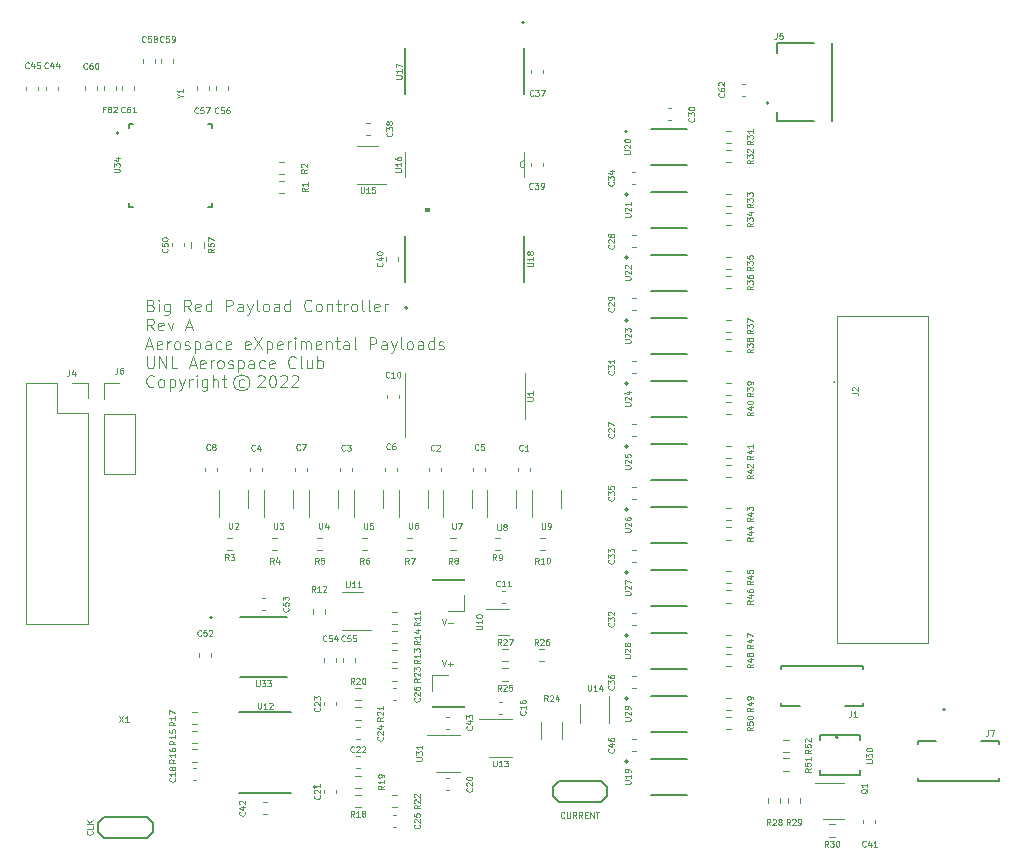
<source format=gbr>
%TF.GenerationSoftware,KiCad,Pcbnew,(5.1.10)-1*%
%TF.CreationDate,2022-12-01T07:03:53-06:00*%
%TF.ProjectId,flight_computer,666c6967-6874-45f6-936f-6d7075746572,A*%
%TF.SameCoordinates,Original*%
%TF.FileFunction,Legend,Top*%
%TF.FilePolarity,Positive*%
%FSLAX46Y46*%
G04 Gerber Fmt 4.6, Leading zero omitted, Abs format (unit mm)*
G04 Created by KiCad (PCBNEW (5.1.10)-1) date 2022-12-01 07:03:53*
%MOMM*%
%LPD*%
G01*
G04 APERTURE LIST*
%ADD10C,0.100000*%
%ADD11C,0.150000*%
%ADD12C,0.120000*%
%ADD13C,0.127000*%
%ADD14C,0.200000*%
%ADD15C,0.152400*%
G04 APERTURE END LIST*
D10*
X134498155Y-95707200D02*
G75*
G03*
X134498155Y-95707200I-690955J0D01*
G01*
X126112428Y-89133771D02*
X126255285Y-89181390D01*
X126302904Y-89229009D01*
X126350523Y-89324247D01*
X126350523Y-89467104D01*
X126302904Y-89562342D01*
X126255285Y-89609961D01*
X126160047Y-89657580D01*
X125779095Y-89657580D01*
X125779095Y-88657580D01*
X126112428Y-88657580D01*
X126207666Y-88705200D01*
X126255285Y-88752819D01*
X126302904Y-88848057D01*
X126302904Y-88943295D01*
X126255285Y-89038533D01*
X126207666Y-89086152D01*
X126112428Y-89133771D01*
X125779095Y-89133771D01*
X126779095Y-89657580D02*
X126779095Y-88990914D01*
X126779095Y-88657580D02*
X126731476Y-88705200D01*
X126779095Y-88752819D01*
X126826714Y-88705200D01*
X126779095Y-88657580D01*
X126779095Y-88752819D01*
X127683857Y-88990914D02*
X127683857Y-89800438D01*
X127636238Y-89895676D01*
X127588619Y-89943295D01*
X127493380Y-89990914D01*
X127350523Y-89990914D01*
X127255285Y-89943295D01*
X127683857Y-89609961D02*
X127588619Y-89657580D01*
X127398142Y-89657580D01*
X127302904Y-89609961D01*
X127255285Y-89562342D01*
X127207666Y-89467104D01*
X127207666Y-89181390D01*
X127255285Y-89086152D01*
X127302904Y-89038533D01*
X127398142Y-88990914D01*
X127588619Y-88990914D01*
X127683857Y-89038533D01*
X129493380Y-89657580D02*
X129160047Y-89181390D01*
X128921952Y-89657580D02*
X128921952Y-88657580D01*
X129302904Y-88657580D01*
X129398142Y-88705200D01*
X129445761Y-88752819D01*
X129493380Y-88848057D01*
X129493380Y-88990914D01*
X129445761Y-89086152D01*
X129398142Y-89133771D01*
X129302904Y-89181390D01*
X128921952Y-89181390D01*
X130302904Y-89609961D02*
X130207666Y-89657580D01*
X130017190Y-89657580D01*
X129921952Y-89609961D01*
X129874333Y-89514723D01*
X129874333Y-89133771D01*
X129921952Y-89038533D01*
X130017190Y-88990914D01*
X130207666Y-88990914D01*
X130302904Y-89038533D01*
X130350523Y-89133771D01*
X130350523Y-89229009D01*
X129874333Y-89324247D01*
X131207666Y-89657580D02*
X131207666Y-88657580D01*
X131207666Y-89609961D02*
X131112428Y-89657580D01*
X130921952Y-89657580D01*
X130826714Y-89609961D01*
X130779095Y-89562342D01*
X130731476Y-89467104D01*
X130731476Y-89181390D01*
X130779095Y-89086152D01*
X130826714Y-89038533D01*
X130921952Y-88990914D01*
X131112428Y-88990914D01*
X131207666Y-89038533D01*
X132445761Y-89657580D02*
X132445761Y-88657580D01*
X132826714Y-88657580D01*
X132921952Y-88705200D01*
X132969571Y-88752819D01*
X133017190Y-88848057D01*
X133017190Y-88990914D01*
X132969571Y-89086152D01*
X132921952Y-89133771D01*
X132826714Y-89181390D01*
X132445761Y-89181390D01*
X133874333Y-89657580D02*
X133874333Y-89133771D01*
X133826714Y-89038533D01*
X133731476Y-88990914D01*
X133541000Y-88990914D01*
X133445761Y-89038533D01*
X133874333Y-89609961D02*
X133779095Y-89657580D01*
X133541000Y-89657580D01*
X133445761Y-89609961D01*
X133398142Y-89514723D01*
X133398142Y-89419485D01*
X133445761Y-89324247D01*
X133541000Y-89276628D01*
X133779095Y-89276628D01*
X133874333Y-89229009D01*
X134255285Y-88990914D02*
X134493380Y-89657580D01*
X134731476Y-88990914D02*
X134493380Y-89657580D01*
X134398142Y-89895676D01*
X134350523Y-89943295D01*
X134255285Y-89990914D01*
X135255285Y-89657580D02*
X135160047Y-89609961D01*
X135112428Y-89514723D01*
X135112428Y-88657580D01*
X135779095Y-89657580D02*
X135683857Y-89609961D01*
X135636238Y-89562342D01*
X135588619Y-89467104D01*
X135588619Y-89181390D01*
X135636238Y-89086152D01*
X135683857Y-89038533D01*
X135779095Y-88990914D01*
X135921952Y-88990914D01*
X136017190Y-89038533D01*
X136064809Y-89086152D01*
X136112428Y-89181390D01*
X136112428Y-89467104D01*
X136064809Y-89562342D01*
X136017190Y-89609961D01*
X135921952Y-89657580D01*
X135779095Y-89657580D01*
X136969571Y-89657580D02*
X136969571Y-89133771D01*
X136921952Y-89038533D01*
X136826714Y-88990914D01*
X136636238Y-88990914D01*
X136541000Y-89038533D01*
X136969571Y-89609961D02*
X136874333Y-89657580D01*
X136636238Y-89657580D01*
X136541000Y-89609961D01*
X136493380Y-89514723D01*
X136493380Y-89419485D01*
X136541000Y-89324247D01*
X136636238Y-89276628D01*
X136874333Y-89276628D01*
X136969571Y-89229009D01*
X137874333Y-89657580D02*
X137874333Y-88657580D01*
X137874333Y-89609961D02*
X137779095Y-89657580D01*
X137588619Y-89657580D01*
X137493380Y-89609961D01*
X137445761Y-89562342D01*
X137398142Y-89467104D01*
X137398142Y-89181390D01*
X137445761Y-89086152D01*
X137493380Y-89038533D01*
X137588619Y-88990914D01*
X137779095Y-88990914D01*
X137874333Y-89038533D01*
X139683857Y-89562342D02*
X139636238Y-89609961D01*
X139493380Y-89657580D01*
X139398142Y-89657580D01*
X139255285Y-89609961D01*
X139160047Y-89514723D01*
X139112428Y-89419485D01*
X139064809Y-89229009D01*
X139064809Y-89086152D01*
X139112428Y-88895676D01*
X139160047Y-88800438D01*
X139255285Y-88705200D01*
X139398142Y-88657580D01*
X139493380Y-88657580D01*
X139636238Y-88705200D01*
X139683857Y-88752819D01*
X140255285Y-89657580D02*
X140160047Y-89609961D01*
X140112428Y-89562342D01*
X140064809Y-89467104D01*
X140064809Y-89181390D01*
X140112428Y-89086152D01*
X140160047Y-89038533D01*
X140255285Y-88990914D01*
X140398142Y-88990914D01*
X140493380Y-89038533D01*
X140541000Y-89086152D01*
X140588619Y-89181390D01*
X140588619Y-89467104D01*
X140541000Y-89562342D01*
X140493380Y-89609961D01*
X140398142Y-89657580D01*
X140255285Y-89657580D01*
X141017190Y-88990914D02*
X141017190Y-89657580D01*
X141017190Y-89086152D02*
X141064809Y-89038533D01*
X141160047Y-88990914D01*
X141302904Y-88990914D01*
X141398142Y-89038533D01*
X141445761Y-89133771D01*
X141445761Y-89657580D01*
X141779095Y-88990914D02*
X142160047Y-88990914D01*
X141921952Y-88657580D02*
X141921952Y-89514723D01*
X141969571Y-89609961D01*
X142064809Y-89657580D01*
X142160047Y-89657580D01*
X142493380Y-89657580D02*
X142493380Y-88990914D01*
X142493380Y-89181390D02*
X142541000Y-89086152D01*
X142588619Y-89038533D01*
X142683857Y-88990914D01*
X142779095Y-88990914D01*
X143255285Y-89657580D02*
X143160047Y-89609961D01*
X143112428Y-89562342D01*
X143064809Y-89467104D01*
X143064809Y-89181390D01*
X143112428Y-89086152D01*
X143160047Y-89038533D01*
X143255285Y-88990914D01*
X143398142Y-88990914D01*
X143493380Y-89038533D01*
X143541000Y-89086152D01*
X143588619Y-89181390D01*
X143588619Y-89467104D01*
X143541000Y-89562342D01*
X143493380Y-89609961D01*
X143398142Y-89657580D01*
X143255285Y-89657580D01*
X144160047Y-89657580D02*
X144064809Y-89609961D01*
X144017190Y-89514723D01*
X144017190Y-88657580D01*
X144683857Y-89657580D02*
X144588619Y-89609961D01*
X144541000Y-89514723D01*
X144541000Y-88657580D01*
X145445761Y-89609961D02*
X145350523Y-89657580D01*
X145160047Y-89657580D01*
X145064809Y-89609961D01*
X145017190Y-89514723D01*
X145017190Y-89133771D01*
X145064809Y-89038533D01*
X145160047Y-88990914D01*
X145350523Y-88990914D01*
X145445761Y-89038533D01*
X145493380Y-89133771D01*
X145493380Y-89229009D01*
X145017190Y-89324247D01*
X145921952Y-89657580D02*
X145921952Y-88990914D01*
X145921952Y-89181390D02*
X145969571Y-89086152D01*
X146017190Y-89038533D01*
X146112428Y-88990914D01*
X146207666Y-88990914D01*
X126350523Y-91257580D02*
X126017190Y-90781390D01*
X125779095Y-91257580D02*
X125779095Y-90257580D01*
X126160047Y-90257580D01*
X126255285Y-90305200D01*
X126302904Y-90352819D01*
X126350523Y-90448057D01*
X126350523Y-90590914D01*
X126302904Y-90686152D01*
X126255285Y-90733771D01*
X126160047Y-90781390D01*
X125779095Y-90781390D01*
X127160047Y-91209961D02*
X127064809Y-91257580D01*
X126874333Y-91257580D01*
X126779095Y-91209961D01*
X126731476Y-91114723D01*
X126731476Y-90733771D01*
X126779095Y-90638533D01*
X126874333Y-90590914D01*
X127064809Y-90590914D01*
X127160047Y-90638533D01*
X127207666Y-90733771D01*
X127207666Y-90829009D01*
X126731476Y-90924247D01*
X127541000Y-90590914D02*
X127779095Y-91257580D01*
X128017190Y-90590914D01*
X129112428Y-90971866D02*
X129588619Y-90971866D01*
X129017190Y-91257580D02*
X129350523Y-90257580D01*
X129683857Y-91257580D01*
X125731476Y-92571866D02*
X126207666Y-92571866D01*
X125636238Y-92857580D02*
X125969571Y-91857580D01*
X126302904Y-92857580D01*
X127017190Y-92809961D02*
X126921952Y-92857580D01*
X126731476Y-92857580D01*
X126636238Y-92809961D01*
X126588619Y-92714723D01*
X126588619Y-92333771D01*
X126636238Y-92238533D01*
X126731476Y-92190914D01*
X126921952Y-92190914D01*
X127017190Y-92238533D01*
X127064809Y-92333771D01*
X127064809Y-92429009D01*
X126588619Y-92524247D01*
X127493380Y-92857580D02*
X127493380Y-92190914D01*
X127493380Y-92381390D02*
X127541000Y-92286152D01*
X127588619Y-92238533D01*
X127683857Y-92190914D01*
X127779095Y-92190914D01*
X128255285Y-92857580D02*
X128160047Y-92809961D01*
X128112428Y-92762342D01*
X128064809Y-92667104D01*
X128064809Y-92381390D01*
X128112428Y-92286152D01*
X128160047Y-92238533D01*
X128255285Y-92190914D01*
X128398142Y-92190914D01*
X128493380Y-92238533D01*
X128541000Y-92286152D01*
X128588619Y-92381390D01*
X128588619Y-92667104D01*
X128541000Y-92762342D01*
X128493380Y-92809961D01*
X128398142Y-92857580D01*
X128255285Y-92857580D01*
X128969571Y-92809961D02*
X129064809Y-92857580D01*
X129255285Y-92857580D01*
X129350523Y-92809961D01*
X129398142Y-92714723D01*
X129398142Y-92667104D01*
X129350523Y-92571866D01*
X129255285Y-92524247D01*
X129112428Y-92524247D01*
X129017190Y-92476628D01*
X128969571Y-92381390D01*
X128969571Y-92333771D01*
X129017190Y-92238533D01*
X129112428Y-92190914D01*
X129255285Y-92190914D01*
X129350523Y-92238533D01*
X129826714Y-92190914D02*
X129826714Y-93190914D01*
X129826714Y-92238533D02*
X129921952Y-92190914D01*
X130112428Y-92190914D01*
X130207666Y-92238533D01*
X130255285Y-92286152D01*
X130302904Y-92381390D01*
X130302904Y-92667104D01*
X130255285Y-92762342D01*
X130207666Y-92809961D01*
X130112428Y-92857580D01*
X129921952Y-92857580D01*
X129826714Y-92809961D01*
X131160047Y-92857580D02*
X131160047Y-92333771D01*
X131112428Y-92238533D01*
X131017190Y-92190914D01*
X130826714Y-92190914D01*
X130731476Y-92238533D01*
X131160047Y-92809961D02*
X131064809Y-92857580D01*
X130826714Y-92857580D01*
X130731476Y-92809961D01*
X130683857Y-92714723D01*
X130683857Y-92619485D01*
X130731476Y-92524247D01*
X130826714Y-92476628D01*
X131064809Y-92476628D01*
X131160047Y-92429009D01*
X132064809Y-92809961D02*
X131969571Y-92857580D01*
X131779095Y-92857580D01*
X131683857Y-92809961D01*
X131636238Y-92762342D01*
X131588619Y-92667104D01*
X131588619Y-92381390D01*
X131636238Y-92286152D01*
X131683857Y-92238533D01*
X131779095Y-92190914D01*
X131969571Y-92190914D01*
X132064809Y-92238533D01*
X132874333Y-92809961D02*
X132779095Y-92857580D01*
X132588619Y-92857580D01*
X132493380Y-92809961D01*
X132445761Y-92714723D01*
X132445761Y-92333771D01*
X132493380Y-92238533D01*
X132588619Y-92190914D01*
X132779095Y-92190914D01*
X132874333Y-92238533D01*
X132921952Y-92333771D01*
X132921952Y-92429009D01*
X132445761Y-92524247D01*
X134493380Y-92809961D02*
X134398142Y-92857580D01*
X134207666Y-92857580D01*
X134112428Y-92809961D01*
X134064809Y-92714723D01*
X134064809Y-92333771D01*
X134112428Y-92238533D01*
X134207666Y-92190914D01*
X134398142Y-92190914D01*
X134493380Y-92238533D01*
X134541000Y-92333771D01*
X134541000Y-92429009D01*
X134064809Y-92524247D01*
X134874333Y-91857580D02*
X135541000Y-92857580D01*
X135541000Y-91857580D02*
X134874333Y-92857580D01*
X135921952Y-92190914D02*
X135921952Y-93190914D01*
X135921952Y-92238533D02*
X136017190Y-92190914D01*
X136207666Y-92190914D01*
X136302904Y-92238533D01*
X136350523Y-92286152D01*
X136398142Y-92381390D01*
X136398142Y-92667104D01*
X136350523Y-92762342D01*
X136302904Y-92809961D01*
X136207666Y-92857580D01*
X136017190Y-92857580D01*
X135921952Y-92809961D01*
X137207666Y-92809961D02*
X137112428Y-92857580D01*
X136921952Y-92857580D01*
X136826714Y-92809961D01*
X136779095Y-92714723D01*
X136779095Y-92333771D01*
X136826714Y-92238533D01*
X136921952Y-92190914D01*
X137112428Y-92190914D01*
X137207666Y-92238533D01*
X137255285Y-92333771D01*
X137255285Y-92429009D01*
X136779095Y-92524247D01*
X137683857Y-92857580D02*
X137683857Y-92190914D01*
X137683857Y-92381390D02*
X137731476Y-92286152D01*
X137779095Y-92238533D01*
X137874333Y-92190914D01*
X137969571Y-92190914D01*
X138302904Y-92857580D02*
X138302904Y-92190914D01*
X138302904Y-91857580D02*
X138255285Y-91905200D01*
X138302904Y-91952819D01*
X138350523Y-91905200D01*
X138302904Y-91857580D01*
X138302904Y-91952819D01*
X138779095Y-92857580D02*
X138779095Y-92190914D01*
X138779095Y-92286152D02*
X138826714Y-92238533D01*
X138921952Y-92190914D01*
X139064809Y-92190914D01*
X139160047Y-92238533D01*
X139207666Y-92333771D01*
X139207666Y-92857580D01*
X139207666Y-92333771D02*
X139255285Y-92238533D01*
X139350523Y-92190914D01*
X139493380Y-92190914D01*
X139588619Y-92238533D01*
X139636238Y-92333771D01*
X139636238Y-92857580D01*
X140493380Y-92809961D02*
X140398142Y-92857580D01*
X140207666Y-92857580D01*
X140112428Y-92809961D01*
X140064809Y-92714723D01*
X140064809Y-92333771D01*
X140112428Y-92238533D01*
X140207666Y-92190914D01*
X140398142Y-92190914D01*
X140493380Y-92238533D01*
X140541000Y-92333771D01*
X140541000Y-92429009D01*
X140064809Y-92524247D01*
X140969571Y-92190914D02*
X140969571Y-92857580D01*
X140969571Y-92286152D02*
X141017190Y-92238533D01*
X141112428Y-92190914D01*
X141255285Y-92190914D01*
X141350523Y-92238533D01*
X141398142Y-92333771D01*
X141398142Y-92857580D01*
X141731476Y-92190914D02*
X142112428Y-92190914D01*
X141874333Y-91857580D02*
X141874333Y-92714723D01*
X141921952Y-92809961D01*
X142017190Y-92857580D01*
X142112428Y-92857580D01*
X142874333Y-92857580D02*
X142874333Y-92333771D01*
X142826714Y-92238533D01*
X142731476Y-92190914D01*
X142541000Y-92190914D01*
X142445761Y-92238533D01*
X142874333Y-92809961D02*
X142779095Y-92857580D01*
X142541000Y-92857580D01*
X142445761Y-92809961D01*
X142398142Y-92714723D01*
X142398142Y-92619485D01*
X142445761Y-92524247D01*
X142541000Y-92476628D01*
X142779095Y-92476628D01*
X142874333Y-92429009D01*
X143493380Y-92857580D02*
X143398142Y-92809961D01*
X143350523Y-92714723D01*
X143350523Y-91857580D01*
X144636238Y-92857580D02*
X144636238Y-91857580D01*
X145017190Y-91857580D01*
X145112428Y-91905200D01*
X145160047Y-91952819D01*
X145207666Y-92048057D01*
X145207666Y-92190914D01*
X145160047Y-92286152D01*
X145112428Y-92333771D01*
X145017190Y-92381390D01*
X144636238Y-92381390D01*
X146064809Y-92857580D02*
X146064809Y-92333771D01*
X146017190Y-92238533D01*
X145921952Y-92190914D01*
X145731476Y-92190914D01*
X145636238Y-92238533D01*
X146064809Y-92809961D02*
X145969571Y-92857580D01*
X145731476Y-92857580D01*
X145636238Y-92809961D01*
X145588619Y-92714723D01*
X145588619Y-92619485D01*
X145636238Y-92524247D01*
X145731476Y-92476628D01*
X145969571Y-92476628D01*
X146064809Y-92429009D01*
X146445761Y-92190914D02*
X146683857Y-92857580D01*
X146921952Y-92190914D02*
X146683857Y-92857580D01*
X146588619Y-93095676D01*
X146541000Y-93143295D01*
X146445761Y-93190914D01*
X147445761Y-92857580D02*
X147350523Y-92809961D01*
X147302904Y-92714723D01*
X147302904Y-91857580D01*
X147969571Y-92857580D02*
X147874333Y-92809961D01*
X147826714Y-92762342D01*
X147779095Y-92667104D01*
X147779095Y-92381390D01*
X147826714Y-92286152D01*
X147874333Y-92238533D01*
X147969571Y-92190914D01*
X148112428Y-92190914D01*
X148207666Y-92238533D01*
X148255285Y-92286152D01*
X148302904Y-92381390D01*
X148302904Y-92667104D01*
X148255285Y-92762342D01*
X148207666Y-92809961D01*
X148112428Y-92857580D01*
X147969571Y-92857580D01*
X149160047Y-92857580D02*
X149160047Y-92333771D01*
X149112428Y-92238533D01*
X149017190Y-92190914D01*
X148826714Y-92190914D01*
X148731476Y-92238533D01*
X149160047Y-92809961D02*
X149064809Y-92857580D01*
X148826714Y-92857580D01*
X148731476Y-92809961D01*
X148683857Y-92714723D01*
X148683857Y-92619485D01*
X148731476Y-92524247D01*
X148826714Y-92476628D01*
X149064809Y-92476628D01*
X149160047Y-92429009D01*
X150064809Y-92857580D02*
X150064809Y-91857580D01*
X150064809Y-92809961D02*
X149969571Y-92857580D01*
X149779095Y-92857580D01*
X149683857Y-92809961D01*
X149636238Y-92762342D01*
X149588619Y-92667104D01*
X149588619Y-92381390D01*
X149636238Y-92286152D01*
X149683857Y-92238533D01*
X149779095Y-92190914D01*
X149969571Y-92190914D01*
X150064809Y-92238533D01*
X150493380Y-92809961D02*
X150588619Y-92857580D01*
X150779095Y-92857580D01*
X150874333Y-92809961D01*
X150921952Y-92714723D01*
X150921952Y-92667104D01*
X150874333Y-92571866D01*
X150779095Y-92524247D01*
X150636238Y-92524247D01*
X150541000Y-92476628D01*
X150493380Y-92381390D01*
X150493380Y-92333771D01*
X150541000Y-92238533D01*
X150636238Y-92190914D01*
X150779095Y-92190914D01*
X150874333Y-92238533D01*
X125779095Y-93457580D02*
X125779095Y-94267104D01*
X125826714Y-94362342D01*
X125874333Y-94409961D01*
X125969571Y-94457580D01*
X126160047Y-94457580D01*
X126255285Y-94409961D01*
X126302904Y-94362342D01*
X126350523Y-94267104D01*
X126350523Y-93457580D01*
X126826714Y-94457580D02*
X126826714Y-93457580D01*
X127398142Y-94457580D01*
X127398142Y-93457580D01*
X128350523Y-94457580D02*
X127874333Y-94457580D01*
X127874333Y-93457580D01*
X129398142Y-94171866D02*
X129874333Y-94171866D01*
X129302904Y-94457580D02*
X129636238Y-93457580D01*
X129969571Y-94457580D01*
X130683857Y-94409961D02*
X130588619Y-94457580D01*
X130398142Y-94457580D01*
X130302904Y-94409961D01*
X130255285Y-94314723D01*
X130255285Y-93933771D01*
X130302904Y-93838533D01*
X130398142Y-93790914D01*
X130588619Y-93790914D01*
X130683857Y-93838533D01*
X130731476Y-93933771D01*
X130731476Y-94029009D01*
X130255285Y-94124247D01*
X131160047Y-94457580D02*
X131160047Y-93790914D01*
X131160047Y-93981390D02*
X131207666Y-93886152D01*
X131255285Y-93838533D01*
X131350523Y-93790914D01*
X131445761Y-93790914D01*
X131921952Y-94457580D02*
X131826714Y-94409961D01*
X131779095Y-94362342D01*
X131731476Y-94267104D01*
X131731476Y-93981390D01*
X131779095Y-93886152D01*
X131826714Y-93838533D01*
X131921952Y-93790914D01*
X132064809Y-93790914D01*
X132160047Y-93838533D01*
X132207666Y-93886152D01*
X132255285Y-93981390D01*
X132255285Y-94267104D01*
X132207666Y-94362342D01*
X132160047Y-94409961D01*
X132064809Y-94457580D01*
X131921952Y-94457580D01*
X132636238Y-94409961D02*
X132731476Y-94457580D01*
X132921952Y-94457580D01*
X133017190Y-94409961D01*
X133064809Y-94314723D01*
X133064809Y-94267104D01*
X133017190Y-94171866D01*
X132921952Y-94124247D01*
X132779095Y-94124247D01*
X132683857Y-94076628D01*
X132636238Y-93981390D01*
X132636238Y-93933771D01*
X132683857Y-93838533D01*
X132779095Y-93790914D01*
X132921952Y-93790914D01*
X133017190Y-93838533D01*
X133493380Y-93790914D02*
X133493380Y-94790914D01*
X133493380Y-93838533D02*
X133588619Y-93790914D01*
X133779095Y-93790914D01*
X133874333Y-93838533D01*
X133921952Y-93886152D01*
X133969571Y-93981390D01*
X133969571Y-94267104D01*
X133921952Y-94362342D01*
X133874333Y-94409961D01*
X133779095Y-94457580D01*
X133588619Y-94457580D01*
X133493380Y-94409961D01*
X134826714Y-94457580D02*
X134826714Y-93933771D01*
X134779095Y-93838533D01*
X134683857Y-93790914D01*
X134493380Y-93790914D01*
X134398142Y-93838533D01*
X134826714Y-94409961D02*
X134731476Y-94457580D01*
X134493380Y-94457580D01*
X134398142Y-94409961D01*
X134350523Y-94314723D01*
X134350523Y-94219485D01*
X134398142Y-94124247D01*
X134493380Y-94076628D01*
X134731476Y-94076628D01*
X134826714Y-94029009D01*
X135731476Y-94409961D02*
X135636238Y-94457580D01*
X135445761Y-94457580D01*
X135350523Y-94409961D01*
X135302904Y-94362342D01*
X135255285Y-94267104D01*
X135255285Y-93981390D01*
X135302904Y-93886152D01*
X135350523Y-93838533D01*
X135445761Y-93790914D01*
X135636238Y-93790914D01*
X135731476Y-93838533D01*
X136541000Y-94409961D02*
X136445761Y-94457580D01*
X136255285Y-94457580D01*
X136160047Y-94409961D01*
X136112428Y-94314723D01*
X136112428Y-93933771D01*
X136160047Y-93838533D01*
X136255285Y-93790914D01*
X136445761Y-93790914D01*
X136541000Y-93838533D01*
X136588619Y-93933771D01*
X136588619Y-94029009D01*
X136112428Y-94124247D01*
X138350523Y-94362342D02*
X138302904Y-94409961D01*
X138160047Y-94457580D01*
X138064809Y-94457580D01*
X137921952Y-94409961D01*
X137826714Y-94314723D01*
X137779095Y-94219485D01*
X137731476Y-94029009D01*
X137731476Y-93886152D01*
X137779095Y-93695676D01*
X137826714Y-93600438D01*
X137921952Y-93505200D01*
X138064809Y-93457580D01*
X138160047Y-93457580D01*
X138302904Y-93505200D01*
X138350523Y-93552819D01*
X138921952Y-94457580D02*
X138826714Y-94409961D01*
X138779095Y-94314723D01*
X138779095Y-93457580D01*
X139731476Y-93790914D02*
X139731476Y-94457580D01*
X139302904Y-93790914D02*
X139302904Y-94314723D01*
X139350523Y-94409961D01*
X139445761Y-94457580D01*
X139588619Y-94457580D01*
X139683857Y-94409961D01*
X139731476Y-94362342D01*
X140207666Y-94457580D02*
X140207666Y-93457580D01*
X140207666Y-93838533D02*
X140302904Y-93790914D01*
X140493380Y-93790914D01*
X140588619Y-93838533D01*
X140636238Y-93886152D01*
X140683857Y-93981390D01*
X140683857Y-94267104D01*
X140636238Y-94362342D01*
X140588619Y-94409961D01*
X140493380Y-94457580D01*
X140302904Y-94457580D01*
X140207666Y-94409961D01*
X126350523Y-95962342D02*
X126302904Y-96009961D01*
X126160047Y-96057580D01*
X126064809Y-96057580D01*
X125921952Y-96009961D01*
X125826714Y-95914723D01*
X125779095Y-95819485D01*
X125731476Y-95629009D01*
X125731476Y-95486152D01*
X125779095Y-95295676D01*
X125826714Y-95200438D01*
X125921952Y-95105200D01*
X126064809Y-95057580D01*
X126160047Y-95057580D01*
X126302904Y-95105200D01*
X126350523Y-95152819D01*
X126921952Y-96057580D02*
X126826714Y-96009961D01*
X126779095Y-95962342D01*
X126731476Y-95867104D01*
X126731476Y-95581390D01*
X126779095Y-95486152D01*
X126826714Y-95438533D01*
X126921952Y-95390914D01*
X127064809Y-95390914D01*
X127160047Y-95438533D01*
X127207666Y-95486152D01*
X127255285Y-95581390D01*
X127255285Y-95867104D01*
X127207666Y-95962342D01*
X127160047Y-96009961D01*
X127064809Y-96057580D01*
X126921952Y-96057580D01*
X127683857Y-95390914D02*
X127683857Y-96390914D01*
X127683857Y-95438533D02*
X127779095Y-95390914D01*
X127969571Y-95390914D01*
X128064809Y-95438533D01*
X128112428Y-95486152D01*
X128160047Y-95581390D01*
X128160047Y-95867104D01*
X128112428Y-95962342D01*
X128064809Y-96009961D01*
X127969571Y-96057580D01*
X127779095Y-96057580D01*
X127683857Y-96009961D01*
X128493380Y-95390914D02*
X128731476Y-96057580D01*
X128969571Y-95390914D02*
X128731476Y-96057580D01*
X128636238Y-96295676D01*
X128588619Y-96343295D01*
X128493380Y-96390914D01*
X129350523Y-96057580D02*
X129350523Y-95390914D01*
X129350523Y-95581390D02*
X129398142Y-95486152D01*
X129445761Y-95438533D01*
X129541000Y-95390914D01*
X129636238Y-95390914D01*
X129969571Y-96057580D02*
X129969571Y-95390914D01*
X129969571Y-95057580D02*
X129921952Y-95105200D01*
X129969571Y-95152819D01*
X130017190Y-95105200D01*
X129969571Y-95057580D01*
X129969571Y-95152819D01*
X130874333Y-95390914D02*
X130874333Y-96200438D01*
X130826714Y-96295676D01*
X130779095Y-96343295D01*
X130683857Y-96390914D01*
X130541000Y-96390914D01*
X130445761Y-96343295D01*
X130874333Y-96009961D02*
X130779095Y-96057580D01*
X130588619Y-96057580D01*
X130493380Y-96009961D01*
X130445761Y-95962342D01*
X130398142Y-95867104D01*
X130398142Y-95581390D01*
X130445761Y-95486152D01*
X130493380Y-95438533D01*
X130588619Y-95390914D01*
X130779095Y-95390914D01*
X130874333Y-95438533D01*
X131350523Y-96057580D02*
X131350523Y-95057580D01*
X131779095Y-96057580D02*
X131779095Y-95533771D01*
X131731476Y-95438533D01*
X131636238Y-95390914D01*
X131493380Y-95390914D01*
X131398142Y-95438533D01*
X131350523Y-95486152D01*
X132112428Y-95390914D02*
X132493380Y-95390914D01*
X132255285Y-95057580D02*
X132255285Y-95914723D01*
X132302904Y-96009961D01*
X132398142Y-96057580D01*
X132493380Y-96057580D01*
X134017190Y-96009961D02*
X133921952Y-96057580D01*
X133731476Y-96057580D01*
X133636238Y-96009961D01*
X133588619Y-95962342D01*
X133541000Y-95867104D01*
X133541000Y-95581390D01*
X133588619Y-95486152D01*
X133636238Y-95438533D01*
X133731476Y-95390914D01*
X133921952Y-95390914D01*
X134017190Y-95438533D01*
X135160047Y-95152819D02*
X135207666Y-95105200D01*
X135302904Y-95057580D01*
X135541000Y-95057580D01*
X135636238Y-95105200D01*
X135683857Y-95152819D01*
X135731476Y-95248057D01*
X135731476Y-95343295D01*
X135683857Y-95486152D01*
X135112428Y-96057580D01*
X135731476Y-96057580D01*
X136350523Y-95057580D02*
X136445761Y-95057580D01*
X136541000Y-95105200D01*
X136588619Y-95152819D01*
X136636238Y-95248057D01*
X136683857Y-95438533D01*
X136683857Y-95676628D01*
X136636238Y-95867104D01*
X136588619Y-95962342D01*
X136541000Y-96009961D01*
X136445761Y-96057580D01*
X136350523Y-96057580D01*
X136255285Y-96009961D01*
X136207666Y-95962342D01*
X136160047Y-95867104D01*
X136112428Y-95676628D01*
X136112428Y-95438533D01*
X136160047Y-95248057D01*
X136207666Y-95152819D01*
X136255285Y-95105200D01*
X136350523Y-95057580D01*
X137064809Y-95152819D02*
X137112428Y-95105200D01*
X137207666Y-95057580D01*
X137445761Y-95057580D01*
X137541000Y-95105200D01*
X137588619Y-95152819D01*
X137636238Y-95248057D01*
X137636238Y-95343295D01*
X137588619Y-95486152D01*
X137017190Y-96057580D01*
X137636238Y-96057580D01*
X138017190Y-95152819D02*
X138064809Y-95105200D01*
X138160047Y-95057580D01*
X138398142Y-95057580D01*
X138493380Y-95105200D01*
X138541000Y-95152819D01*
X138588619Y-95248057D01*
X138588619Y-95343295D01*
X138541000Y-95486152D01*
X137969571Y-96057580D01*
X138588619Y-96057580D01*
D11*
%TO.C,CLK*%
X121652000Y-132950000D02*
X122152000Y-132450000D01*
X121652000Y-133750000D02*
X121652000Y-132950000D01*
X122152000Y-134250000D02*
X121652000Y-133750000D01*
X125752000Y-134250000D02*
X122152000Y-134250000D01*
X126252000Y-133750000D02*
X125752000Y-134250000D01*
X126252000Y-132950000D02*
X126252000Y-133750000D01*
X125752000Y-132450000D02*
X126252000Y-132950000D01*
X122152000Y-132450000D02*
X125752000Y-132450000D01*
%TO.C,CURRENT*%
X164733000Y-130702000D02*
X164233000Y-131202000D01*
X164733000Y-129902000D02*
X164733000Y-130702000D01*
X164233000Y-129402000D02*
X164733000Y-129902000D01*
X160633000Y-129402000D02*
X164233000Y-129402000D01*
X160133000Y-129902000D02*
X160633000Y-129402000D01*
X160133000Y-130702000D02*
X160133000Y-129902000D01*
X160633000Y-131202000D02*
X160133000Y-130702000D01*
X164233000Y-131202000D02*
X160633000Y-131202000D01*
D12*
%TO.C,V-*%
X152587000Y-112335000D02*
X149927000Y-112335000D01*
X152587000Y-112395000D02*
X152587000Y-112335000D01*
X149927000Y-112395000D02*
X149927000Y-112335000D01*
X152587000Y-112395000D02*
X149927000Y-112395000D01*
X152587000Y-113665000D02*
X152587000Y-114995000D01*
X152587000Y-114995000D02*
X151257000Y-114995000D01*
%TO.C,V+*%
X149927000Y-123123000D02*
X152587000Y-123123000D01*
X149927000Y-123063000D02*
X149927000Y-123123000D01*
X152587000Y-123063000D02*
X152587000Y-123123000D01*
X149927000Y-123063000D02*
X152587000Y-123063000D01*
X149927000Y-121793000D02*
X149927000Y-120463000D01*
X149927000Y-120463000D02*
X151257000Y-120463000D01*
D13*
%TO.C,J7*%
X191050500Y-125998500D02*
X191050500Y-126278500D01*
X191050500Y-129398500D02*
X191050500Y-129118500D01*
X191050500Y-129398500D02*
X197950500Y-129398500D01*
X197950500Y-126278500D02*
X197950500Y-125998500D01*
X197950500Y-129398500D02*
X197950500Y-129118500D01*
X192580500Y-125998500D02*
X191050500Y-125998500D01*
X197950500Y-125998500D02*
X196420500Y-125998500D01*
D14*
X193350500Y-123348500D02*
G75*
G03*
X193350500Y-123348500I-100000J0D01*
G01*
D13*
%TO.C,J1*%
X186393500Y-123048500D02*
X186393500Y-122768500D01*
X186393500Y-119648500D02*
X186393500Y-119928500D01*
X186393500Y-119648500D02*
X179493500Y-119648500D01*
X179493500Y-122768500D02*
X179493500Y-123048500D01*
X179493500Y-119648500D02*
X179493500Y-119928500D01*
X184863500Y-123048500D02*
X186393500Y-123048500D01*
X179493500Y-123048500D02*
X181023500Y-123048500D01*
D14*
X184293500Y-125698500D02*
G75*
G03*
X184293500Y-125698500I-100000J0D01*
G01*
D12*
%TO.C,U14*%
X164934900Y-124498100D02*
X164934900Y-122174000D01*
X162471100Y-122897900D02*
X162471100Y-124498100D01*
%TO.C,Q1*%
X183016000Y-132624000D02*
X184776000Y-132624000D01*
X184776000Y-129554000D02*
X182346000Y-129554000D01*
%TO.C,U10*%
X156456000Y-117071000D02*
X155456000Y-117071000D01*
X154456000Y-114831000D02*
X156456000Y-114831000D01*
%TO.C,R30*%
X184006258Y-134126500D02*
X183531742Y-134126500D01*
X184006258Y-133081500D02*
X183531742Y-133081500D01*
%TO.C,J6*%
X122114000Y-103438000D02*
X124774000Y-103438000D01*
X122114000Y-98298000D02*
X122114000Y-103438000D01*
X124774000Y-98298000D02*
X124774000Y-103438000D01*
X122114000Y-98298000D02*
X124774000Y-98298000D01*
X122114000Y-97028000D02*
X122114000Y-95698000D01*
X122114000Y-95698000D02*
X123444000Y-95698000D01*
D10*
%TO.C,J2*%
X184237500Y-117736000D02*
X184237500Y-90036000D01*
X184237500Y-90036000D02*
X191937500Y-90036000D01*
X191937500Y-90036000D02*
X191937500Y-117736000D01*
X191937500Y-117736000D02*
X184237500Y-117736000D01*
D14*
X183987500Y-95636000D02*
G75*
G03*
X183987500Y-95636000I-50000J0D01*
G01*
D12*
%TO.C,R24*%
X160930000Y-124406036D02*
X160930000Y-125860164D01*
X159110000Y-124406036D02*
X159110000Y-125860164D01*
%TO.C,C46*%
X166864420Y-126875000D02*
X167145580Y-126875000D01*
X166864420Y-125855000D02*
X167145580Y-125855000D01*
D13*
%TO.C,J5*%
X183755500Y-73531000D02*
X183755500Y-66931000D01*
X179155500Y-72731000D02*
X179155500Y-73531000D01*
X179155500Y-67731000D02*
X179155500Y-66931000D01*
X179155500Y-73531000D02*
X182260500Y-73531000D01*
X179155500Y-66931000D02*
X182260500Y-66931000D01*
D14*
X178410500Y-71981000D02*
G75*
G03*
X178410500Y-71981000I-100000J0D01*
G01*
D12*
%TO.C,J4*%
X115560800Y-95685300D02*
X118160800Y-95685300D01*
X115560800Y-95685300D02*
X115560800Y-116125300D01*
X115560800Y-116125300D02*
X120760800Y-116125300D01*
X120760800Y-98285300D02*
X120760800Y-116125300D01*
X118160800Y-98285300D02*
X120760800Y-98285300D01*
X118160800Y-95685300D02*
X118160800Y-98285300D01*
X120760800Y-95685300D02*
X120760800Y-97015300D01*
X119430800Y-95685300D02*
X120760800Y-95685300D01*
%TO.C,U31*%
X150253700Y-128638300D02*
X152260300Y-128638300D01*
X152260300Y-125488700D02*
X149479000Y-125488700D01*
%TO.C,U13*%
X154749500Y-127395500D02*
X156654500Y-127395500D01*
X156654500Y-124191500D02*
X153924000Y-124191500D01*
%TO.C,U9*%
X160827400Y-106337100D02*
X160827400Y-104736900D01*
X158363600Y-104736900D02*
X158363600Y-107061000D01*
%TO.C,U8*%
X157017400Y-106337100D02*
X157017400Y-104736900D01*
X154553600Y-104736900D02*
X154553600Y-107061000D01*
%TO.C,U7*%
X153285400Y-106337100D02*
X153285400Y-104736900D01*
X150821600Y-104736900D02*
X150821600Y-107061000D01*
%TO.C,U6*%
X149538900Y-106337100D02*
X149538900Y-104736900D01*
X147075100Y-104736900D02*
X147075100Y-107061000D01*
%TO.C,U5*%
X145743400Y-106337100D02*
X145743400Y-104736900D01*
X143279600Y-104736900D02*
X143279600Y-107061000D01*
%TO.C,U4*%
X141933400Y-106337100D02*
X141933400Y-104736900D01*
X139469600Y-104736900D02*
X139469600Y-107061000D01*
%TO.C,U3*%
X138137900Y-106337100D02*
X138137900Y-104736900D01*
X135674100Y-104736900D02*
X135674100Y-107061000D01*
%TO.C,U2*%
X134327900Y-106337100D02*
X134327900Y-104736900D01*
X131864100Y-104736900D02*
X131864100Y-107061000D01*
D14*
%TO.C,U34*%
X123387000Y-74529500D02*
G75*
G03*
X123387000Y-74529500I-100000J0D01*
G01*
D13*
X131262000Y-80779500D02*
X130962000Y-80779500D01*
X131262000Y-73779500D02*
X130962000Y-73779500D01*
X124262000Y-80779500D02*
X124562000Y-80779500D01*
X124262000Y-73779500D02*
X124562000Y-73779500D01*
X131262000Y-80779500D02*
X131262000Y-80479500D01*
X131262000Y-73779500D02*
X131262000Y-74079500D01*
X124262000Y-80779500D02*
X124262000Y-80479500D01*
X124262000Y-73779500D02*
X124262000Y-74079500D01*
D14*
%TO.C,U33*%
X131291000Y-115551500D02*
G75*
G03*
X131291000Y-115551500I-100000J0D01*
G01*
D13*
X133636000Y-115526500D02*
X137636000Y-115526500D01*
X133636000Y-120566500D02*
X137636000Y-120566500D01*
D15*
%TO.C,U30*%
X186107599Y-125950500D02*
X186107599Y-125518700D01*
X182754799Y-128439700D02*
X182754799Y-128871500D01*
X182754799Y-128871500D02*
X186107599Y-128871500D01*
X186107599Y-128871500D02*
X186107599Y-128439700D01*
X186107599Y-125518700D02*
X182754799Y-125518700D01*
X182754799Y-125518700D02*
X182754799Y-125950500D01*
D13*
%TO.C,U29*%
X168464500Y-125223000D02*
X171514500Y-125223000D01*
X168464500Y-122173000D02*
X171514500Y-122173000D01*
D14*
X166469500Y-122418000D02*
G75*
G03*
X166469500Y-122418000I-100000J0D01*
G01*
D13*
%TO.C,U28*%
X168464500Y-119889000D02*
X171514500Y-119889000D01*
X168464500Y-116839000D02*
X171514500Y-116839000D01*
D14*
X166469500Y-117084000D02*
G75*
G03*
X166469500Y-117084000I-100000J0D01*
G01*
D13*
%TO.C,U27*%
X168464500Y-114555000D02*
X171514500Y-114555000D01*
X168464500Y-111505000D02*
X171514500Y-111505000D01*
D14*
X166469500Y-111750000D02*
G75*
G03*
X166469500Y-111750000I-100000J0D01*
G01*
D13*
%TO.C,U26*%
X168464500Y-109221000D02*
X171514500Y-109221000D01*
X168464500Y-106171000D02*
X171514500Y-106171000D01*
D14*
X166469500Y-106416000D02*
G75*
G03*
X166469500Y-106416000I-100000J0D01*
G01*
D13*
%TO.C,U25*%
X168464500Y-103887000D02*
X171514500Y-103887000D01*
X168464500Y-100837000D02*
X171514500Y-100837000D01*
D14*
X166469500Y-101082000D02*
G75*
G03*
X166469500Y-101082000I-100000J0D01*
G01*
D13*
%TO.C,U24*%
X168464500Y-98553000D02*
X171514500Y-98553000D01*
X168464500Y-95503000D02*
X171514500Y-95503000D01*
D14*
X166469500Y-95748000D02*
G75*
G03*
X166469500Y-95748000I-100000J0D01*
G01*
D13*
%TO.C,U23*%
X168464500Y-93219000D02*
X171514500Y-93219000D01*
X168464500Y-90169000D02*
X171514500Y-90169000D01*
D14*
X166469500Y-90414000D02*
G75*
G03*
X166469500Y-90414000I-100000J0D01*
G01*
D13*
%TO.C,U22*%
X168464500Y-87885000D02*
X171514500Y-87885000D01*
X168464500Y-84835000D02*
X171514500Y-84835000D01*
D14*
X166469500Y-85080000D02*
G75*
G03*
X166469500Y-85080000I-100000J0D01*
G01*
D13*
%TO.C,U21*%
X168464500Y-82551000D02*
X171514500Y-82551000D01*
X168464500Y-79501000D02*
X171514500Y-79501000D01*
D14*
X166469500Y-79746000D02*
G75*
G03*
X166469500Y-79746000I-100000J0D01*
G01*
D13*
%TO.C,U20*%
X168448000Y-77217000D02*
X171498000Y-77217000D01*
X168448000Y-74167000D02*
X171498000Y-74167000D01*
D14*
X166453000Y-74412000D02*
G75*
G03*
X166453000Y-74412000I-100000J0D01*
G01*
D13*
%TO.C,U19*%
X168464500Y-130557000D02*
X171514500Y-130557000D01*
X168464500Y-127507000D02*
X171514500Y-127507000D01*
D14*
X166469500Y-127752000D02*
G75*
G03*
X166469500Y-127752000I-100000J0D01*
G01*
D13*
%TO.C,U18*%
X157731700Y-87154300D02*
X157731700Y-83254300D01*
X147601700Y-87154300D02*
X147601700Y-83254300D01*
D14*
X147821700Y-89349300D02*
G75*
G03*
X147821700Y-89349300I-100000J0D01*
G01*
D13*
%TO.C,U17*%
X147601700Y-67379300D02*
X147601700Y-71279300D01*
X157731700Y-67379300D02*
X157731700Y-71279300D01*
D14*
X157711700Y-65184300D02*
G75*
G03*
X157711700Y-65184300I-100000J0D01*
G01*
D10*
%TO.C,U16*%
G36*
X149682200Y-81165700D02*
G01*
X149301200Y-81165700D01*
X149301200Y-80911700D01*
X149682200Y-80911700D01*
X149682200Y-81165700D01*
G37*
X149682200Y-81165700D02*
X149301200Y-81165700D01*
X149301200Y-80911700D01*
X149682200Y-80911700D01*
X149682200Y-81165700D01*
D12*
X157670500Y-78292603D02*
X157670500Y-76113997D01*
X147662900Y-76113997D02*
X147662900Y-78292603D01*
X157670500Y-77508100D02*
G75*
G02*
X157670500Y-76898500I0J304800D01*
G01*
%TO.C,U15*%
X143575200Y-78851400D02*
X146025200Y-78851400D01*
X145375200Y-75631400D02*
X143575200Y-75631400D01*
D14*
%TO.C,U12*%
X140053000Y-129925000D02*
G75*
G03*
X140053000Y-129925000I-100000J0D01*
G01*
D13*
X137963000Y-130450000D02*
X133563000Y-130450000D01*
X137963000Y-123550000D02*
X133563000Y-123550000D01*
D12*
%TO.C,U11*%
X144092500Y-113388500D02*
X142292500Y-113388500D01*
X142292500Y-116608500D02*
X144742500Y-116608500D01*
%TO.C,U1*%
X157739400Y-96837500D02*
X157739400Y-94887500D01*
X157739400Y-96837500D02*
X157739400Y-98787500D01*
X147619400Y-96837500D02*
X147619400Y-94887500D01*
X147619400Y-96837500D02*
X147619400Y-100287500D01*
%TO.C,R57*%
X130570500Y-83773242D02*
X130570500Y-84247758D01*
X129525500Y-83773242D02*
X129525500Y-84247758D01*
%TO.C,R52*%
X179658242Y-125906000D02*
X180132758Y-125906000D01*
X179658242Y-126951000D02*
X180132758Y-126951000D01*
%TO.C,R51*%
X179658242Y-127493500D02*
X180132758Y-127493500D01*
X179658242Y-128538500D02*
X180132758Y-128538500D01*
%TO.C,R50*%
X175243258Y-124001000D02*
X174768742Y-124001000D01*
X175243258Y-125046000D02*
X174768742Y-125046000D01*
%TO.C,R49*%
X175243258Y-122350000D02*
X174768742Y-122350000D01*
X175243258Y-123395000D02*
X174768742Y-123395000D01*
%TO.C,R48*%
X175243258Y-118667000D02*
X174768742Y-118667000D01*
X175243258Y-119712000D02*
X174768742Y-119712000D01*
%TO.C,R47*%
X175243258Y-117016000D02*
X174768742Y-117016000D01*
X175243258Y-118061000D02*
X174768742Y-118061000D01*
%TO.C,R46*%
X175243258Y-113269500D02*
X174768742Y-113269500D01*
X175243258Y-114314500D02*
X174768742Y-114314500D01*
%TO.C,R45*%
X175243258Y-111618500D02*
X174768742Y-111618500D01*
X175243258Y-112663500D02*
X174768742Y-112663500D01*
%TO.C,R44*%
X175243258Y-107935500D02*
X174768742Y-107935500D01*
X175243258Y-108980500D02*
X174768742Y-108980500D01*
%TO.C,R43*%
X175243258Y-106284500D02*
X174768742Y-106284500D01*
X175243258Y-107329500D02*
X174768742Y-107329500D01*
%TO.C,R42*%
X175243258Y-102665000D02*
X174768742Y-102665000D01*
X175243258Y-103710000D02*
X174768742Y-103710000D01*
%TO.C,R41*%
X175243258Y-101014000D02*
X174768742Y-101014000D01*
X175243258Y-102059000D02*
X174768742Y-102059000D01*
%TO.C,R40*%
X175243258Y-97331000D02*
X174768742Y-97331000D01*
X175243258Y-98376000D02*
X174768742Y-98376000D01*
%TO.C,R39*%
X175243258Y-95680000D02*
X174768742Y-95680000D01*
X175243258Y-96725000D02*
X174768742Y-96725000D01*
%TO.C,R38*%
X175243258Y-91997000D02*
X174768742Y-91997000D01*
X175243258Y-93042000D02*
X174768742Y-93042000D01*
%TO.C,R37*%
X175243258Y-90346000D02*
X174768742Y-90346000D01*
X175243258Y-91391000D02*
X174768742Y-91391000D01*
%TO.C,R36*%
X175243258Y-86663000D02*
X174768742Y-86663000D01*
X175243258Y-87708000D02*
X174768742Y-87708000D01*
%TO.C,R35*%
X175243258Y-85012000D02*
X174768742Y-85012000D01*
X175243258Y-86057000D02*
X174768742Y-86057000D01*
%TO.C,R34*%
X175243258Y-81329000D02*
X174768742Y-81329000D01*
X175243258Y-82374000D02*
X174768742Y-82374000D01*
%TO.C,R33*%
X175243258Y-79678000D02*
X174768742Y-79678000D01*
X175243258Y-80723000D02*
X174768742Y-80723000D01*
%TO.C,R32*%
X175243258Y-75995000D02*
X174768742Y-75995000D01*
X175243258Y-77040000D02*
X174768742Y-77040000D01*
%TO.C,R31*%
X175243258Y-74344000D02*
X174768742Y-74344000D01*
X175243258Y-75389000D02*
X174768742Y-75389000D01*
%TO.C,R29*%
X181053000Y-130826742D02*
X181053000Y-131301258D01*
X180008000Y-130826742D02*
X180008000Y-131301258D01*
%TO.C,R28*%
X179402000Y-130826742D02*
X179402000Y-131301258D01*
X178357000Y-130826742D02*
X178357000Y-131301258D01*
%TO.C,R27*%
X155845742Y-118222500D02*
X156320258Y-118222500D01*
X155845742Y-119267500D02*
X156320258Y-119267500D01*
%TO.C,R26*%
X158957242Y-118222500D02*
X159431758Y-118222500D01*
X158957242Y-119267500D02*
X159431758Y-119267500D01*
%TO.C,R25*%
X155845742Y-119873500D02*
X156320258Y-119873500D01*
X155845742Y-120918500D02*
X156320258Y-120918500D01*
%TO.C,R23*%
X146511242Y-119873500D02*
X146985758Y-119873500D01*
X146511242Y-120918500D02*
X146985758Y-120918500D01*
%TO.C,R22*%
X146511242Y-130605000D02*
X146985758Y-130605000D01*
X146511242Y-131650000D02*
X146985758Y-131650000D01*
%TO.C,R21*%
X143399742Y-123175500D02*
X143874258Y-123175500D01*
X143399742Y-124220500D02*
X143874258Y-124220500D01*
%TO.C,R20*%
X143399742Y-121524500D02*
X143874258Y-121524500D01*
X143399742Y-122569500D02*
X143874258Y-122569500D01*
%TO.C,R19*%
X143399742Y-128954000D02*
X143874258Y-128954000D01*
X143399742Y-129999000D02*
X143874258Y-129999000D01*
%TO.C,R18*%
X143399742Y-130605000D02*
X143874258Y-130605000D01*
X143399742Y-131650000D02*
X143874258Y-131650000D01*
%TO.C,R17*%
X129556742Y-123556500D02*
X130031258Y-123556500D01*
X129556742Y-124601500D02*
X130031258Y-124601500D01*
%TO.C,R16*%
X129556742Y-126731500D02*
X130031258Y-126731500D01*
X129556742Y-127776500D02*
X130031258Y-127776500D01*
%TO.C,R15*%
X129556742Y-125144000D02*
X130031258Y-125144000D01*
X129556742Y-126189000D02*
X130031258Y-126189000D01*
%TO.C,R14*%
X146985758Y-117743500D02*
X146511242Y-117743500D01*
X146985758Y-116698500D02*
X146511242Y-116698500D01*
%TO.C,R13*%
X146985758Y-119331000D02*
X146511242Y-119331000D01*
X146985758Y-118286000D02*
X146511242Y-118286000D01*
%TO.C,R12*%
X140857500Y-114824742D02*
X140857500Y-115299258D01*
X139812500Y-114824742D02*
X139812500Y-115299258D01*
%TO.C,R11*%
X146511242Y-115111000D02*
X146985758Y-115111000D01*
X146511242Y-116156000D02*
X146985758Y-116156000D01*
%TO.C,R10*%
X159495258Y-109869500D02*
X159020742Y-109869500D01*
X159495258Y-108824500D02*
X159020742Y-108824500D01*
%TO.C,R9*%
X155685258Y-109869500D02*
X155210742Y-109869500D01*
X155685258Y-108824500D02*
X155210742Y-108824500D01*
%TO.C,R8*%
X151938758Y-109869500D02*
X151464242Y-109869500D01*
X151938758Y-108824500D02*
X151464242Y-108824500D01*
%TO.C,R7*%
X148255758Y-109869500D02*
X147781242Y-109869500D01*
X148255758Y-108824500D02*
X147781242Y-108824500D01*
%TO.C,R6*%
X144445758Y-109869500D02*
X143971242Y-109869500D01*
X144445758Y-108824500D02*
X143971242Y-108824500D01*
%TO.C,R5*%
X140635758Y-109869500D02*
X140161242Y-109869500D01*
X140635758Y-108824500D02*
X140161242Y-108824500D01*
%TO.C,R4*%
X136825758Y-109869500D02*
X136351242Y-109869500D01*
X136825758Y-108824500D02*
X136351242Y-108824500D01*
%TO.C,R3*%
X133015758Y-109869500D02*
X132541242Y-109869500D01*
X133015758Y-108824500D02*
X132541242Y-108824500D01*
%TO.C,R2*%
X136922742Y-77011000D02*
X137397258Y-77011000D01*
X136922742Y-78056000D02*
X137397258Y-78056000D01*
%TO.C,R1*%
X136923242Y-78598500D02*
X137397758Y-78598500D01*
X136923242Y-79643500D02*
X137397758Y-79643500D01*
%TO.C,FB2*%
X123128500Y-70576221D02*
X123128500Y-70901779D01*
X122108500Y-70576221D02*
X122108500Y-70901779D01*
%TO.C,C62*%
X176135420Y-70356000D02*
X176416580Y-70356000D01*
X176135420Y-71376000D02*
X176416580Y-71376000D01*
%TO.C,C61*%
X124716000Y-70598420D02*
X124716000Y-70879580D01*
X123696000Y-70598420D02*
X123696000Y-70879580D01*
%TO.C,C60*%
X120521000Y-70879580D02*
X120521000Y-70598420D01*
X121541000Y-70879580D02*
X121541000Y-70598420D01*
%TO.C,C59*%
X128018000Y-68312420D02*
X128018000Y-68593580D01*
X126998000Y-68312420D02*
X126998000Y-68593580D01*
%TO.C,C58*%
X126494000Y-68312420D02*
X126494000Y-68593580D01*
X125474000Y-68312420D02*
X125474000Y-68593580D01*
%TO.C,C57*%
X129982500Y-70879580D02*
X129982500Y-70598420D01*
X131002500Y-70879580D02*
X131002500Y-70598420D01*
%TO.C,C56*%
X131633500Y-70879580D02*
X131633500Y-70598420D01*
X132653500Y-70879580D02*
X132653500Y-70598420D01*
%TO.C,C55*%
X143410400Y-119010820D02*
X143410400Y-119291980D01*
X142390400Y-119010820D02*
X142390400Y-119291980D01*
%TO.C,C54*%
X141797500Y-119010820D02*
X141797500Y-119291980D01*
X140777500Y-119010820D02*
X140777500Y-119291980D01*
%TO.C,C53*%
X135495420Y-113917000D02*
X135776580Y-113917000D01*
X135495420Y-114937000D02*
X135776580Y-114937000D01*
%TO.C,C52*%
X131193000Y-118604420D02*
X131193000Y-118885580D01*
X130173000Y-118604420D02*
X130173000Y-118885580D01*
%TO.C,C50*%
X127887000Y-84151080D02*
X127887000Y-83869920D01*
X128907000Y-84151080D02*
X128907000Y-83869920D01*
%TO.C,C45*%
X116588000Y-70611120D02*
X116588000Y-70892280D01*
X115568000Y-70611120D02*
X115568000Y-70892280D01*
%TO.C,C44*%
X117219000Y-70892280D02*
X117219000Y-70611120D01*
X118239000Y-70892280D02*
X118239000Y-70611120D01*
%TO.C,C43*%
X151334080Y-124970000D02*
X151052920Y-124970000D01*
X151334080Y-123950000D02*
X151052920Y-123950000D01*
%TO.C,C42*%
X135622420Y-131189000D02*
X135903580Y-131189000D01*
X135622420Y-132209000D02*
X135903580Y-132209000D01*
%TO.C,C41*%
X186434000Y-132982580D02*
X186434000Y-132701420D01*
X187454000Y-132982580D02*
X187454000Y-132701420D01*
%TO.C,C40*%
X147017200Y-85063720D02*
X147017200Y-85344880D01*
X145997200Y-85063720D02*
X145997200Y-85344880D01*
%TO.C,C39*%
X158252700Y-77343880D02*
X158252700Y-77062720D01*
X159272700Y-77343880D02*
X159272700Y-77062720D01*
%TO.C,C38*%
X144615780Y-73683400D02*
X144334620Y-73683400D01*
X144615780Y-74703400D02*
X144334620Y-74703400D01*
%TO.C,C37*%
X158316200Y-69469880D02*
X158316200Y-69188720D01*
X159336200Y-69469880D02*
X159336200Y-69188720D01*
%TO.C,C36*%
X166864420Y-121541000D02*
X167145580Y-121541000D01*
X166864420Y-120521000D02*
X167145580Y-120521000D01*
%TO.C,C35*%
X166864420Y-105539000D02*
X167145580Y-105539000D01*
X166864420Y-104519000D02*
X167145580Y-104519000D01*
%TO.C,C34*%
X166851420Y-78869000D02*
X167132580Y-78869000D01*
X166851420Y-77849000D02*
X167132580Y-77849000D01*
%TO.C,C33*%
X166864420Y-110873000D02*
X167145580Y-110873000D01*
X166864420Y-109853000D02*
X167145580Y-109853000D01*
%TO.C,C32*%
X166864420Y-116207000D02*
X167145580Y-116207000D01*
X166864420Y-115187000D02*
X167145580Y-115187000D01*
%TO.C,C31*%
X166864420Y-94871000D02*
X167145580Y-94871000D01*
X166864420Y-93851000D02*
X167145580Y-93851000D01*
%TO.C,C30*%
X170130080Y-72451500D02*
X169848920Y-72451500D01*
X170130080Y-73471500D02*
X169848920Y-73471500D01*
%TO.C,C29*%
X166864420Y-89537000D02*
X167145580Y-89537000D01*
X166864420Y-88517000D02*
X167145580Y-88517000D01*
%TO.C,C28*%
X166864420Y-84203000D02*
X167145580Y-84203000D01*
X166864420Y-83183000D02*
X167145580Y-83183000D01*
%TO.C,C27*%
X166864420Y-100205000D02*
X167145580Y-100205000D01*
X166864420Y-99185000D02*
X167145580Y-99185000D01*
%TO.C,C26*%
X146607920Y-121537000D02*
X146889080Y-121537000D01*
X146607920Y-122557000D02*
X146889080Y-122557000D01*
%TO.C,C25*%
X146607920Y-132268500D02*
X146889080Y-132268500D01*
X146607920Y-133288500D02*
X146889080Y-133288500D01*
%TO.C,C24*%
X143496420Y-124839000D02*
X143777580Y-124839000D01*
X143496420Y-125859000D02*
X143777580Y-125859000D01*
%TO.C,C23*%
X141797500Y-122731920D02*
X141797500Y-123013080D01*
X140777500Y-122731920D02*
X140777500Y-123013080D01*
%TO.C,C22*%
X143496420Y-127315500D02*
X143777580Y-127315500D01*
X143496420Y-128335500D02*
X143777580Y-128335500D01*
%TO.C,C21*%
X140777500Y-130442580D02*
X140777500Y-130161420D01*
X141797500Y-130442580D02*
X141797500Y-130161420D01*
%TO.C,C20*%
X151334080Y-130177000D02*
X151052920Y-130177000D01*
X151334080Y-129157000D02*
X151052920Y-129157000D01*
%TO.C,C18*%
X129934580Y-129351500D02*
X129653420Y-129351500D01*
X129934580Y-128331500D02*
X129653420Y-128331500D01*
%TO.C,C16*%
X155548420Y-122680000D02*
X155829580Y-122680000D01*
X155548420Y-123700000D02*
X155829580Y-123700000D01*
%TO.C,C11*%
X155815420Y-113282000D02*
X156096580Y-113282000D01*
X155815420Y-114302000D02*
X156096580Y-114302000D01*
%TO.C,C10*%
X147118800Y-96709620D02*
X147118800Y-96990780D01*
X146098800Y-96709620D02*
X146098800Y-96990780D01*
%TO.C,C8*%
X131701000Y-102919920D02*
X131701000Y-103201080D01*
X130681000Y-102919920D02*
X130681000Y-103201080D01*
%TO.C,C7*%
X139321000Y-102919920D02*
X139321000Y-103201080D01*
X138301000Y-102919920D02*
X138301000Y-103201080D01*
%TO.C,C6*%
X146941000Y-102919920D02*
X146941000Y-103201080D01*
X145921000Y-102919920D02*
X145921000Y-103201080D01*
%TO.C,C5*%
X154434000Y-102919920D02*
X154434000Y-103201080D01*
X153414000Y-102919920D02*
X153414000Y-103201080D01*
%TO.C,C4*%
X135511000Y-102919920D02*
X135511000Y-103201080D01*
X134491000Y-102919920D02*
X134491000Y-103201080D01*
%TO.C,C3*%
X143131000Y-102919920D02*
X143131000Y-103201080D01*
X142111000Y-102919920D02*
X142111000Y-103201080D01*
%TO.C,C2*%
X150687500Y-102919920D02*
X150687500Y-103201080D01*
X149667500Y-102919920D02*
X149667500Y-103201080D01*
%TO.C,C1*%
X158180500Y-102919920D02*
X158180500Y-103201080D01*
X157160500Y-102919920D02*
X157160500Y-103201080D01*
%TO.C,CLK*%
D10*
X121133371Y-133647619D02*
X121157180Y-133671428D01*
X121180990Y-133742857D01*
X121180990Y-133790476D01*
X121157180Y-133861904D01*
X121109561Y-133909523D01*
X121061942Y-133933333D01*
X120966704Y-133957142D01*
X120895276Y-133957142D01*
X120800038Y-133933333D01*
X120752419Y-133909523D01*
X120704800Y-133861904D01*
X120680990Y-133790476D01*
X120680990Y-133742857D01*
X120704800Y-133671428D01*
X120728609Y-133647619D01*
X121180990Y-133195238D02*
X121180990Y-133433333D01*
X120680990Y-133433333D01*
X121180990Y-133028571D02*
X120680990Y-133028571D01*
X121180990Y-132742857D02*
X120895276Y-132957142D01*
X120680990Y-132742857D02*
X120966704Y-133028571D01*
%TO.C,CURRENT*%
X161117285Y-132480571D02*
X161093476Y-132504380D01*
X161022047Y-132528190D01*
X160974428Y-132528190D01*
X160903000Y-132504380D01*
X160855380Y-132456761D01*
X160831571Y-132409142D01*
X160807761Y-132313904D01*
X160807761Y-132242476D01*
X160831571Y-132147238D01*
X160855380Y-132099619D01*
X160903000Y-132052000D01*
X160974428Y-132028190D01*
X161022047Y-132028190D01*
X161093476Y-132052000D01*
X161117285Y-132075809D01*
X161331571Y-132028190D02*
X161331571Y-132432952D01*
X161355380Y-132480571D01*
X161379190Y-132504380D01*
X161426809Y-132528190D01*
X161522047Y-132528190D01*
X161569666Y-132504380D01*
X161593476Y-132480571D01*
X161617285Y-132432952D01*
X161617285Y-132028190D01*
X162141095Y-132528190D02*
X161974428Y-132290095D01*
X161855380Y-132528190D02*
X161855380Y-132028190D01*
X162045857Y-132028190D01*
X162093476Y-132052000D01*
X162117285Y-132075809D01*
X162141095Y-132123428D01*
X162141095Y-132194857D01*
X162117285Y-132242476D01*
X162093476Y-132266285D01*
X162045857Y-132290095D01*
X161855380Y-132290095D01*
X162641095Y-132528190D02*
X162474428Y-132290095D01*
X162355380Y-132528190D02*
X162355380Y-132028190D01*
X162545857Y-132028190D01*
X162593476Y-132052000D01*
X162617285Y-132075809D01*
X162641095Y-132123428D01*
X162641095Y-132194857D01*
X162617285Y-132242476D01*
X162593476Y-132266285D01*
X162545857Y-132290095D01*
X162355380Y-132290095D01*
X162855380Y-132266285D02*
X163022047Y-132266285D01*
X163093476Y-132528190D02*
X162855380Y-132528190D01*
X162855380Y-132028190D01*
X163093476Y-132028190D01*
X163307761Y-132528190D02*
X163307761Y-132028190D01*
X163593476Y-132528190D01*
X163593476Y-132028190D01*
X163760142Y-132028190D02*
X164045857Y-132028190D01*
X163903000Y-132528190D02*
X163903000Y-132028190D01*
%TO.C,X1*%
X123445638Y-123932190D02*
X123778971Y-124432190D01*
X123778971Y-123932190D02*
X123445638Y-124432190D01*
X124231352Y-124432190D02*
X123945638Y-124432190D01*
X124088495Y-124432190D02*
X124088495Y-123932190D01*
X124040876Y-124003619D01*
X123993257Y-124051238D01*
X123945638Y-124075047D01*
%TO.C,V-*%
X150780809Y-115721190D02*
X150947476Y-116221190D01*
X151114142Y-115721190D01*
X151280809Y-116030714D02*
X151661761Y-116030714D01*
%TO.C,V+*%
X150780809Y-119189190D02*
X150947476Y-119689190D01*
X151114142Y-119189190D01*
X151280809Y-119498714D02*
X151661761Y-119498714D01*
X151471285Y-119689190D02*
X151471285Y-119308238D01*
%TO.C,J7*%
X196988133Y-125100590D02*
X196988133Y-125457733D01*
X196964323Y-125529161D01*
X196916704Y-125576780D01*
X196845276Y-125600590D01*
X196797657Y-125600590D01*
X197178609Y-125100590D02*
X197511942Y-125100590D01*
X197297657Y-125600590D01*
%TO.C,J1*%
X185405733Y-123474990D02*
X185405733Y-123832133D01*
X185381923Y-123903561D01*
X185334304Y-123951180D01*
X185262876Y-123974990D01*
X185215257Y-123974990D01*
X185905733Y-123974990D02*
X185620019Y-123974990D01*
X185762876Y-123974990D02*
X185762876Y-123474990D01*
X185715257Y-123546419D01*
X185667638Y-123594038D01*
X185620019Y-123617847D01*
%TO.C,U14*%
X163083952Y-121265190D02*
X163083952Y-121669952D01*
X163107761Y-121717571D01*
X163131571Y-121741380D01*
X163179190Y-121765190D01*
X163274428Y-121765190D01*
X163322047Y-121741380D01*
X163345857Y-121717571D01*
X163369666Y-121669952D01*
X163369666Y-121265190D01*
X163869666Y-121765190D02*
X163583952Y-121765190D01*
X163726809Y-121765190D02*
X163726809Y-121265190D01*
X163679190Y-121336619D01*
X163631571Y-121384238D01*
X163583952Y-121408047D01*
X164298238Y-121431857D02*
X164298238Y-121765190D01*
X164179190Y-121241380D02*
X164060142Y-121598523D01*
X164369666Y-121598523D01*
%TO.C,Q1*%
X186773309Y-130095619D02*
X186749500Y-130143238D01*
X186701880Y-130190857D01*
X186630452Y-130262285D01*
X186606642Y-130309904D01*
X186606642Y-130357523D01*
X186725690Y-130333714D02*
X186701880Y-130381333D01*
X186654261Y-130428952D01*
X186559023Y-130452761D01*
X186392357Y-130452761D01*
X186297119Y-130428952D01*
X186249500Y-130381333D01*
X186225690Y-130333714D01*
X186225690Y-130238476D01*
X186249500Y-130190857D01*
X186297119Y-130143238D01*
X186392357Y-130119428D01*
X186559023Y-130119428D01*
X186654261Y-130143238D01*
X186701880Y-130190857D01*
X186725690Y-130238476D01*
X186725690Y-130333714D01*
X186725690Y-129643238D02*
X186725690Y-129928952D01*
X186725690Y-129786095D02*
X186225690Y-129786095D01*
X186297119Y-129833714D01*
X186344738Y-129881333D01*
X186368547Y-129928952D01*
%TO.C,U10*%
X153650190Y-116570047D02*
X154054952Y-116570047D01*
X154102571Y-116546238D01*
X154126380Y-116522428D01*
X154150190Y-116474809D01*
X154150190Y-116379571D01*
X154126380Y-116331952D01*
X154102571Y-116308142D01*
X154054952Y-116284333D01*
X153650190Y-116284333D01*
X154150190Y-115784333D02*
X154150190Y-116070047D01*
X154150190Y-115927190D02*
X153650190Y-115927190D01*
X153721619Y-115974809D01*
X153769238Y-116022428D01*
X153793047Y-116070047D01*
X153650190Y-115474809D02*
X153650190Y-115427190D01*
X153674000Y-115379571D01*
X153697809Y-115355761D01*
X153745428Y-115331952D01*
X153840666Y-115308142D01*
X153959714Y-115308142D01*
X154054952Y-115331952D01*
X154102571Y-115355761D01*
X154126380Y-115379571D01*
X154150190Y-115427190D01*
X154150190Y-115474809D01*
X154126380Y-115522428D01*
X154102571Y-115546238D01*
X154054952Y-115570047D01*
X153959714Y-115593857D01*
X153840666Y-115593857D01*
X153745428Y-115570047D01*
X153697809Y-115546238D01*
X153674000Y-115522428D01*
X153650190Y-115474809D01*
%TO.C,R30*%
X183447571Y-134973190D02*
X183280904Y-134735095D01*
X183161857Y-134973190D02*
X183161857Y-134473190D01*
X183352333Y-134473190D01*
X183399952Y-134497000D01*
X183423761Y-134520809D01*
X183447571Y-134568428D01*
X183447571Y-134639857D01*
X183423761Y-134687476D01*
X183399952Y-134711285D01*
X183352333Y-134735095D01*
X183161857Y-134735095D01*
X183614238Y-134473190D02*
X183923761Y-134473190D01*
X183757095Y-134663666D01*
X183828523Y-134663666D01*
X183876142Y-134687476D01*
X183899952Y-134711285D01*
X183923761Y-134758904D01*
X183923761Y-134877952D01*
X183899952Y-134925571D01*
X183876142Y-134949380D01*
X183828523Y-134973190D01*
X183685666Y-134973190D01*
X183638047Y-134949380D01*
X183614238Y-134925571D01*
X184233285Y-134473190D02*
X184280904Y-134473190D01*
X184328523Y-134497000D01*
X184352333Y-134520809D01*
X184376142Y-134568428D01*
X184399952Y-134663666D01*
X184399952Y-134782714D01*
X184376142Y-134877952D01*
X184352333Y-134925571D01*
X184328523Y-134949380D01*
X184280904Y-134973190D01*
X184233285Y-134973190D01*
X184185666Y-134949380D01*
X184161857Y-134925571D01*
X184138047Y-134877952D01*
X184114238Y-134782714D01*
X184114238Y-134663666D01*
X184138047Y-134568428D01*
X184161857Y-134520809D01*
X184185666Y-134497000D01*
X184233285Y-134473190D01*
%TO.C,J6*%
X123277333Y-94424190D02*
X123277333Y-94781333D01*
X123253523Y-94852761D01*
X123205904Y-94900380D01*
X123134476Y-94924190D01*
X123086857Y-94924190D01*
X123729714Y-94424190D02*
X123634476Y-94424190D01*
X123586857Y-94448000D01*
X123563047Y-94471809D01*
X123515428Y-94543238D01*
X123491619Y-94638476D01*
X123491619Y-94828952D01*
X123515428Y-94876571D01*
X123539238Y-94900380D01*
X123586857Y-94924190D01*
X123682095Y-94924190D01*
X123729714Y-94900380D01*
X123753523Y-94876571D01*
X123777333Y-94828952D01*
X123777333Y-94709904D01*
X123753523Y-94662285D01*
X123729714Y-94638476D01*
X123682095Y-94614666D01*
X123586857Y-94614666D01*
X123539238Y-94638476D01*
X123515428Y-94662285D01*
X123491619Y-94709904D01*
%TO.C,J2*%
X185463690Y-96552666D02*
X185820833Y-96552666D01*
X185892261Y-96576476D01*
X185939880Y-96624095D01*
X185963690Y-96695523D01*
X185963690Y-96743142D01*
X185511309Y-96338380D02*
X185487500Y-96314571D01*
X185463690Y-96266952D01*
X185463690Y-96147904D01*
X185487500Y-96100285D01*
X185511309Y-96076476D01*
X185558928Y-96052666D01*
X185606547Y-96052666D01*
X185677976Y-96076476D01*
X185963690Y-96362190D01*
X185963690Y-96052666D01*
%TO.C,R24*%
X159698571Y-122654190D02*
X159531904Y-122416095D01*
X159412857Y-122654190D02*
X159412857Y-122154190D01*
X159603333Y-122154190D01*
X159650952Y-122178000D01*
X159674761Y-122201809D01*
X159698571Y-122249428D01*
X159698571Y-122320857D01*
X159674761Y-122368476D01*
X159650952Y-122392285D01*
X159603333Y-122416095D01*
X159412857Y-122416095D01*
X159889047Y-122201809D02*
X159912857Y-122178000D01*
X159960476Y-122154190D01*
X160079523Y-122154190D01*
X160127142Y-122178000D01*
X160150952Y-122201809D01*
X160174761Y-122249428D01*
X160174761Y-122297047D01*
X160150952Y-122368476D01*
X159865238Y-122654190D01*
X160174761Y-122654190D01*
X160603333Y-122320857D02*
X160603333Y-122654190D01*
X160484285Y-122130380D02*
X160365238Y-122487523D01*
X160674761Y-122487523D01*
%TO.C,C46*%
X165278571Y-126686428D02*
X165302380Y-126710238D01*
X165326190Y-126781666D01*
X165326190Y-126829285D01*
X165302380Y-126900714D01*
X165254761Y-126948333D01*
X165207142Y-126972142D01*
X165111904Y-126995952D01*
X165040476Y-126995952D01*
X164945238Y-126972142D01*
X164897619Y-126948333D01*
X164850000Y-126900714D01*
X164826190Y-126829285D01*
X164826190Y-126781666D01*
X164850000Y-126710238D01*
X164873809Y-126686428D01*
X164992857Y-126257857D02*
X165326190Y-126257857D01*
X164802380Y-126376904D02*
X165159523Y-126495952D01*
X165159523Y-126186428D01*
X164826190Y-125781666D02*
X164826190Y-125876904D01*
X164850000Y-125924523D01*
X164873809Y-125948333D01*
X164945238Y-125995952D01*
X165040476Y-126019761D01*
X165230952Y-126019761D01*
X165278571Y-125995952D01*
X165302380Y-125972142D01*
X165326190Y-125924523D01*
X165326190Y-125829285D01*
X165302380Y-125781666D01*
X165278571Y-125757857D01*
X165230952Y-125734047D01*
X165111904Y-125734047D01*
X165064285Y-125757857D01*
X165040476Y-125781666D01*
X165016666Y-125829285D01*
X165016666Y-125924523D01*
X165040476Y-125972142D01*
X165064285Y-125995952D01*
X165111904Y-126019761D01*
%TO.C,J5*%
X179093833Y-66083690D02*
X179093833Y-66440833D01*
X179070023Y-66512261D01*
X179022404Y-66559880D01*
X178950976Y-66583690D01*
X178903357Y-66583690D01*
X179570023Y-66083690D02*
X179331928Y-66083690D01*
X179308119Y-66321785D01*
X179331928Y-66297976D01*
X179379547Y-66274166D01*
X179498595Y-66274166D01*
X179546214Y-66297976D01*
X179570023Y-66321785D01*
X179593833Y-66369404D01*
X179593833Y-66488452D01*
X179570023Y-66536071D01*
X179546214Y-66559880D01*
X179498595Y-66583690D01*
X179379547Y-66583690D01*
X179331928Y-66559880D01*
X179308119Y-66536071D01*
%TO.C,J4*%
X119213333Y-94595190D02*
X119213333Y-94952333D01*
X119189523Y-95023761D01*
X119141904Y-95071380D01*
X119070476Y-95095190D01*
X119022857Y-95095190D01*
X119665714Y-94761857D02*
X119665714Y-95095190D01*
X119546666Y-94571380D02*
X119427619Y-94928523D01*
X119737142Y-94928523D01*
%TO.C,U31*%
X148570190Y-127682547D02*
X148974952Y-127682547D01*
X149022571Y-127658738D01*
X149046380Y-127634928D01*
X149070190Y-127587309D01*
X149070190Y-127492071D01*
X149046380Y-127444452D01*
X149022571Y-127420642D01*
X148974952Y-127396833D01*
X148570190Y-127396833D01*
X148570190Y-127206357D02*
X148570190Y-126896833D01*
X148760666Y-127063500D01*
X148760666Y-126992071D01*
X148784476Y-126944452D01*
X148808285Y-126920642D01*
X148855904Y-126896833D01*
X148974952Y-126896833D01*
X149022571Y-126920642D01*
X149046380Y-126944452D01*
X149070190Y-126992071D01*
X149070190Y-127134928D01*
X149046380Y-127182547D01*
X149022571Y-127206357D01*
X149070190Y-126420642D02*
X149070190Y-126706357D01*
X149070190Y-126563500D02*
X148570190Y-126563500D01*
X148641619Y-126611119D01*
X148689238Y-126658738D01*
X148713047Y-126706357D01*
%TO.C,U13*%
X155082952Y-127678690D02*
X155082952Y-128083452D01*
X155106761Y-128131071D01*
X155130571Y-128154880D01*
X155178190Y-128178690D01*
X155273428Y-128178690D01*
X155321047Y-128154880D01*
X155344857Y-128131071D01*
X155368666Y-128083452D01*
X155368666Y-127678690D01*
X155868666Y-128178690D02*
X155582952Y-128178690D01*
X155725809Y-128178690D02*
X155725809Y-127678690D01*
X155678190Y-127750119D01*
X155630571Y-127797738D01*
X155582952Y-127821547D01*
X156035333Y-127678690D02*
X156344857Y-127678690D01*
X156178190Y-127869166D01*
X156249619Y-127869166D01*
X156297238Y-127892976D01*
X156321047Y-127916785D01*
X156344857Y-127964404D01*
X156344857Y-128083452D01*
X156321047Y-128131071D01*
X156297238Y-128154880D01*
X156249619Y-128178690D01*
X156106761Y-128178690D01*
X156059142Y-128154880D01*
X156035333Y-128131071D01*
%TO.C,U9*%
X159194547Y-107562690D02*
X159194547Y-107967452D01*
X159218357Y-108015071D01*
X159242166Y-108038880D01*
X159289785Y-108062690D01*
X159385023Y-108062690D01*
X159432642Y-108038880D01*
X159456452Y-108015071D01*
X159480261Y-107967452D01*
X159480261Y-107562690D01*
X159742166Y-108062690D02*
X159837404Y-108062690D01*
X159885023Y-108038880D01*
X159908833Y-108015071D01*
X159956452Y-107943642D01*
X159980261Y-107848404D01*
X159980261Y-107657928D01*
X159956452Y-107610309D01*
X159932642Y-107586500D01*
X159885023Y-107562690D01*
X159789785Y-107562690D01*
X159742166Y-107586500D01*
X159718357Y-107610309D01*
X159694547Y-107657928D01*
X159694547Y-107776976D01*
X159718357Y-107824595D01*
X159742166Y-107848404D01*
X159789785Y-107872214D01*
X159885023Y-107872214D01*
X159932642Y-107848404D01*
X159956452Y-107824595D01*
X159980261Y-107776976D01*
%TO.C,U8*%
X155448047Y-107676190D02*
X155448047Y-108080952D01*
X155471857Y-108128571D01*
X155495666Y-108152380D01*
X155543285Y-108176190D01*
X155638523Y-108176190D01*
X155686142Y-108152380D01*
X155709952Y-108128571D01*
X155733761Y-108080952D01*
X155733761Y-107676190D01*
X156043285Y-107890476D02*
X155995666Y-107866666D01*
X155971857Y-107842857D01*
X155948047Y-107795238D01*
X155948047Y-107771428D01*
X155971857Y-107723809D01*
X155995666Y-107700000D01*
X156043285Y-107676190D01*
X156138523Y-107676190D01*
X156186142Y-107700000D01*
X156209952Y-107723809D01*
X156233761Y-107771428D01*
X156233761Y-107795238D01*
X156209952Y-107842857D01*
X156186142Y-107866666D01*
X156138523Y-107890476D01*
X156043285Y-107890476D01*
X155995666Y-107914285D01*
X155971857Y-107938095D01*
X155948047Y-107985714D01*
X155948047Y-108080952D01*
X155971857Y-108128571D01*
X155995666Y-108152380D01*
X156043285Y-108176190D01*
X156138523Y-108176190D01*
X156186142Y-108152380D01*
X156209952Y-108128571D01*
X156233761Y-108080952D01*
X156233761Y-107985714D01*
X156209952Y-107938095D01*
X156186142Y-107914285D01*
X156138523Y-107890476D01*
%TO.C,U7*%
X151638047Y-107562690D02*
X151638047Y-107967452D01*
X151661857Y-108015071D01*
X151685666Y-108038880D01*
X151733285Y-108062690D01*
X151828523Y-108062690D01*
X151876142Y-108038880D01*
X151899952Y-108015071D01*
X151923761Y-107967452D01*
X151923761Y-107562690D01*
X152114238Y-107562690D02*
X152447571Y-107562690D01*
X152233285Y-108062690D01*
%TO.C,U6*%
X147955047Y-107549190D02*
X147955047Y-107953952D01*
X147978857Y-108001571D01*
X148002666Y-108025380D01*
X148050285Y-108049190D01*
X148145523Y-108049190D01*
X148193142Y-108025380D01*
X148216952Y-108001571D01*
X148240761Y-107953952D01*
X148240761Y-107549190D01*
X148693142Y-107549190D02*
X148597904Y-107549190D01*
X148550285Y-107573000D01*
X148526476Y-107596809D01*
X148478857Y-107668238D01*
X148455047Y-107763476D01*
X148455047Y-107953952D01*
X148478857Y-108001571D01*
X148502666Y-108025380D01*
X148550285Y-108049190D01*
X148645523Y-108049190D01*
X148693142Y-108025380D01*
X148716952Y-108001571D01*
X148740761Y-107953952D01*
X148740761Y-107834904D01*
X148716952Y-107787285D01*
X148693142Y-107763476D01*
X148645523Y-107739666D01*
X148550285Y-107739666D01*
X148502666Y-107763476D01*
X148478857Y-107787285D01*
X148455047Y-107834904D01*
%TO.C,U5*%
X144145047Y-107562690D02*
X144145047Y-107967452D01*
X144168857Y-108015071D01*
X144192666Y-108038880D01*
X144240285Y-108062690D01*
X144335523Y-108062690D01*
X144383142Y-108038880D01*
X144406952Y-108015071D01*
X144430761Y-107967452D01*
X144430761Y-107562690D01*
X144906952Y-107562690D02*
X144668857Y-107562690D01*
X144645047Y-107800785D01*
X144668857Y-107776976D01*
X144716476Y-107753166D01*
X144835523Y-107753166D01*
X144883142Y-107776976D01*
X144906952Y-107800785D01*
X144930761Y-107848404D01*
X144930761Y-107967452D01*
X144906952Y-108015071D01*
X144883142Y-108038880D01*
X144835523Y-108062690D01*
X144716476Y-108062690D01*
X144668857Y-108038880D01*
X144645047Y-108015071D01*
%TO.C,U4*%
X140335047Y-107549190D02*
X140335047Y-107953952D01*
X140358857Y-108001571D01*
X140382666Y-108025380D01*
X140430285Y-108049190D01*
X140525523Y-108049190D01*
X140573142Y-108025380D01*
X140596952Y-108001571D01*
X140620761Y-107953952D01*
X140620761Y-107549190D01*
X141073142Y-107715857D02*
X141073142Y-108049190D01*
X140954095Y-107525380D02*
X140835047Y-107882523D01*
X141144571Y-107882523D01*
%TO.C,U3*%
X136525047Y-107562690D02*
X136525047Y-107967452D01*
X136548857Y-108015071D01*
X136572666Y-108038880D01*
X136620285Y-108062690D01*
X136715523Y-108062690D01*
X136763142Y-108038880D01*
X136786952Y-108015071D01*
X136810761Y-107967452D01*
X136810761Y-107562690D01*
X137001238Y-107562690D02*
X137310761Y-107562690D01*
X137144095Y-107753166D01*
X137215523Y-107753166D01*
X137263142Y-107776976D01*
X137286952Y-107800785D01*
X137310761Y-107848404D01*
X137310761Y-107967452D01*
X137286952Y-108015071D01*
X137263142Y-108038880D01*
X137215523Y-108062690D01*
X137072666Y-108062690D01*
X137025047Y-108038880D01*
X137001238Y-108015071D01*
%TO.C,U2*%
X132715047Y-107549190D02*
X132715047Y-107953952D01*
X132738857Y-108001571D01*
X132762666Y-108025380D01*
X132810285Y-108049190D01*
X132905523Y-108049190D01*
X132953142Y-108025380D01*
X132976952Y-108001571D01*
X133000761Y-107953952D01*
X133000761Y-107549190D01*
X133215047Y-107596809D02*
X133238857Y-107573000D01*
X133286476Y-107549190D01*
X133405523Y-107549190D01*
X133453142Y-107573000D01*
X133476952Y-107596809D01*
X133500761Y-107644428D01*
X133500761Y-107692047D01*
X133476952Y-107763476D01*
X133191238Y-108049190D01*
X133500761Y-108049190D01*
%TO.C,Y1*%
X128575595Y-71421595D02*
X128813690Y-71421595D01*
X128313690Y-71588261D02*
X128575595Y-71421595D01*
X128313690Y-71254928D01*
X128813690Y-70826357D02*
X128813690Y-71112071D01*
X128813690Y-70969214D02*
X128313690Y-70969214D01*
X128385119Y-71016833D01*
X128432738Y-71064452D01*
X128456547Y-71112071D01*
%TO.C,U34*%
X122966990Y-77885847D02*
X123371752Y-77885847D01*
X123419371Y-77862038D01*
X123443180Y-77838228D01*
X123466990Y-77790609D01*
X123466990Y-77695371D01*
X123443180Y-77647752D01*
X123419371Y-77623942D01*
X123371752Y-77600133D01*
X122966990Y-77600133D01*
X122966990Y-77409657D02*
X122966990Y-77100133D01*
X123157466Y-77266800D01*
X123157466Y-77195371D01*
X123181276Y-77147752D01*
X123205085Y-77123942D01*
X123252704Y-77100133D01*
X123371752Y-77100133D01*
X123419371Y-77123942D01*
X123443180Y-77147752D01*
X123466990Y-77195371D01*
X123466990Y-77338228D01*
X123443180Y-77385847D01*
X123419371Y-77409657D01*
X123133657Y-76671561D02*
X123466990Y-76671561D01*
X122943180Y-76790609D02*
X123300323Y-76909657D01*
X123300323Y-76600133D01*
%TO.C,U33*%
X135016952Y-120884190D02*
X135016952Y-121288952D01*
X135040761Y-121336571D01*
X135064571Y-121360380D01*
X135112190Y-121384190D01*
X135207428Y-121384190D01*
X135255047Y-121360380D01*
X135278857Y-121336571D01*
X135302666Y-121288952D01*
X135302666Y-120884190D01*
X135493142Y-120884190D02*
X135802666Y-120884190D01*
X135636000Y-121074666D01*
X135707428Y-121074666D01*
X135755047Y-121098476D01*
X135778857Y-121122285D01*
X135802666Y-121169904D01*
X135802666Y-121288952D01*
X135778857Y-121336571D01*
X135755047Y-121360380D01*
X135707428Y-121384190D01*
X135564571Y-121384190D01*
X135516952Y-121360380D01*
X135493142Y-121336571D01*
X135969333Y-120884190D02*
X136278857Y-120884190D01*
X136112190Y-121074666D01*
X136183619Y-121074666D01*
X136231238Y-121098476D01*
X136255047Y-121122285D01*
X136278857Y-121169904D01*
X136278857Y-121288952D01*
X136255047Y-121336571D01*
X136231238Y-121360380D01*
X136183619Y-121384190D01*
X136040761Y-121384190D01*
X135993142Y-121360380D01*
X135969333Y-121336571D01*
%TO.C,U30*%
X186670190Y-127873047D02*
X187074952Y-127873047D01*
X187122571Y-127849238D01*
X187146380Y-127825428D01*
X187170190Y-127777809D01*
X187170190Y-127682571D01*
X187146380Y-127634952D01*
X187122571Y-127611142D01*
X187074952Y-127587333D01*
X186670190Y-127587333D01*
X186670190Y-127396857D02*
X186670190Y-127087333D01*
X186860666Y-127254000D01*
X186860666Y-127182571D01*
X186884476Y-127134952D01*
X186908285Y-127111142D01*
X186955904Y-127087333D01*
X187074952Y-127087333D01*
X187122571Y-127111142D01*
X187146380Y-127134952D01*
X187170190Y-127182571D01*
X187170190Y-127325428D01*
X187146380Y-127373047D01*
X187122571Y-127396857D01*
X186670190Y-126777809D02*
X186670190Y-126730190D01*
X186694000Y-126682571D01*
X186717809Y-126658761D01*
X186765428Y-126634952D01*
X186860666Y-126611142D01*
X186979714Y-126611142D01*
X187074952Y-126634952D01*
X187122571Y-126658761D01*
X187146380Y-126682571D01*
X187170190Y-126730190D01*
X187170190Y-126777809D01*
X187146380Y-126825428D01*
X187122571Y-126849238D01*
X187074952Y-126873047D01*
X186979714Y-126896857D01*
X186860666Y-126896857D01*
X186765428Y-126873047D01*
X186717809Y-126849238D01*
X186694000Y-126825428D01*
X186670190Y-126777809D01*
%TO.C,U29*%
X166223190Y-124317047D02*
X166627952Y-124317047D01*
X166675571Y-124293238D01*
X166699380Y-124269428D01*
X166723190Y-124221809D01*
X166723190Y-124126571D01*
X166699380Y-124078952D01*
X166675571Y-124055142D01*
X166627952Y-124031333D01*
X166223190Y-124031333D01*
X166270809Y-123817047D02*
X166247000Y-123793238D01*
X166223190Y-123745619D01*
X166223190Y-123626571D01*
X166247000Y-123578952D01*
X166270809Y-123555142D01*
X166318428Y-123531333D01*
X166366047Y-123531333D01*
X166437476Y-123555142D01*
X166723190Y-123840857D01*
X166723190Y-123531333D01*
X166723190Y-123293238D02*
X166723190Y-123198000D01*
X166699380Y-123150380D01*
X166675571Y-123126571D01*
X166604142Y-123078952D01*
X166508904Y-123055142D01*
X166318428Y-123055142D01*
X166270809Y-123078952D01*
X166247000Y-123102761D01*
X166223190Y-123150380D01*
X166223190Y-123245619D01*
X166247000Y-123293238D01*
X166270809Y-123317047D01*
X166318428Y-123340857D01*
X166437476Y-123340857D01*
X166485095Y-123317047D01*
X166508904Y-123293238D01*
X166532714Y-123245619D01*
X166532714Y-123150380D01*
X166508904Y-123102761D01*
X166485095Y-123078952D01*
X166437476Y-123055142D01*
%TO.C,U28*%
X166206690Y-118981547D02*
X166611452Y-118981547D01*
X166659071Y-118957738D01*
X166682880Y-118933928D01*
X166706690Y-118886309D01*
X166706690Y-118791071D01*
X166682880Y-118743452D01*
X166659071Y-118719642D01*
X166611452Y-118695833D01*
X166206690Y-118695833D01*
X166254309Y-118481547D02*
X166230500Y-118457738D01*
X166206690Y-118410119D01*
X166206690Y-118291071D01*
X166230500Y-118243452D01*
X166254309Y-118219642D01*
X166301928Y-118195833D01*
X166349547Y-118195833D01*
X166420976Y-118219642D01*
X166706690Y-118505357D01*
X166706690Y-118195833D01*
X166420976Y-117910119D02*
X166397166Y-117957738D01*
X166373357Y-117981547D01*
X166325738Y-118005357D01*
X166301928Y-118005357D01*
X166254309Y-117981547D01*
X166230500Y-117957738D01*
X166206690Y-117910119D01*
X166206690Y-117814880D01*
X166230500Y-117767261D01*
X166254309Y-117743452D01*
X166301928Y-117719642D01*
X166325738Y-117719642D01*
X166373357Y-117743452D01*
X166397166Y-117767261D01*
X166420976Y-117814880D01*
X166420976Y-117910119D01*
X166444785Y-117957738D01*
X166468595Y-117981547D01*
X166516214Y-118005357D01*
X166611452Y-118005357D01*
X166659071Y-117981547D01*
X166682880Y-117957738D01*
X166706690Y-117910119D01*
X166706690Y-117814880D01*
X166682880Y-117767261D01*
X166659071Y-117743452D01*
X166611452Y-117719642D01*
X166516214Y-117719642D01*
X166468595Y-117743452D01*
X166444785Y-117767261D01*
X166420976Y-117814880D01*
%TO.C,U27*%
X166223190Y-113649047D02*
X166627952Y-113649047D01*
X166675571Y-113625238D01*
X166699380Y-113601428D01*
X166723190Y-113553809D01*
X166723190Y-113458571D01*
X166699380Y-113410952D01*
X166675571Y-113387142D01*
X166627952Y-113363333D01*
X166223190Y-113363333D01*
X166270809Y-113149047D02*
X166247000Y-113125238D01*
X166223190Y-113077619D01*
X166223190Y-112958571D01*
X166247000Y-112910952D01*
X166270809Y-112887142D01*
X166318428Y-112863333D01*
X166366047Y-112863333D01*
X166437476Y-112887142D01*
X166723190Y-113172857D01*
X166723190Y-112863333D01*
X166223190Y-112696666D02*
X166223190Y-112363333D01*
X166723190Y-112577619D01*
%TO.C,U26*%
X166223190Y-108315047D02*
X166627952Y-108315047D01*
X166675571Y-108291238D01*
X166699380Y-108267428D01*
X166723190Y-108219809D01*
X166723190Y-108124571D01*
X166699380Y-108076952D01*
X166675571Y-108053142D01*
X166627952Y-108029333D01*
X166223190Y-108029333D01*
X166270809Y-107815047D02*
X166247000Y-107791238D01*
X166223190Y-107743619D01*
X166223190Y-107624571D01*
X166247000Y-107576952D01*
X166270809Y-107553142D01*
X166318428Y-107529333D01*
X166366047Y-107529333D01*
X166437476Y-107553142D01*
X166723190Y-107838857D01*
X166723190Y-107529333D01*
X166223190Y-107100761D02*
X166223190Y-107196000D01*
X166247000Y-107243619D01*
X166270809Y-107267428D01*
X166342238Y-107315047D01*
X166437476Y-107338857D01*
X166627952Y-107338857D01*
X166675571Y-107315047D01*
X166699380Y-107291238D01*
X166723190Y-107243619D01*
X166723190Y-107148380D01*
X166699380Y-107100761D01*
X166675571Y-107076952D01*
X166627952Y-107053142D01*
X166508904Y-107053142D01*
X166461285Y-107076952D01*
X166437476Y-107100761D01*
X166413666Y-107148380D01*
X166413666Y-107243619D01*
X166437476Y-107291238D01*
X166461285Y-107315047D01*
X166508904Y-107338857D01*
%TO.C,U25*%
X166223190Y-102981047D02*
X166627952Y-102981047D01*
X166675571Y-102957238D01*
X166699380Y-102933428D01*
X166723190Y-102885809D01*
X166723190Y-102790571D01*
X166699380Y-102742952D01*
X166675571Y-102719142D01*
X166627952Y-102695333D01*
X166223190Y-102695333D01*
X166270809Y-102481047D02*
X166247000Y-102457238D01*
X166223190Y-102409619D01*
X166223190Y-102290571D01*
X166247000Y-102242952D01*
X166270809Y-102219142D01*
X166318428Y-102195333D01*
X166366047Y-102195333D01*
X166437476Y-102219142D01*
X166723190Y-102504857D01*
X166723190Y-102195333D01*
X166223190Y-101742952D02*
X166223190Y-101981047D01*
X166461285Y-102004857D01*
X166437476Y-101981047D01*
X166413666Y-101933428D01*
X166413666Y-101814380D01*
X166437476Y-101766761D01*
X166461285Y-101742952D01*
X166508904Y-101719142D01*
X166627952Y-101719142D01*
X166675571Y-101742952D01*
X166699380Y-101766761D01*
X166723190Y-101814380D01*
X166723190Y-101933428D01*
X166699380Y-101981047D01*
X166675571Y-102004857D01*
%TO.C,U24*%
X166223190Y-97647047D02*
X166627952Y-97647047D01*
X166675571Y-97623238D01*
X166699380Y-97599428D01*
X166723190Y-97551809D01*
X166723190Y-97456571D01*
X166699380Y-97408952D01*
X166675571Y-97385142D01*
X166627952Y-97361333D01*
X166223190Y-97361333D01*
X166270809Y-97147047D02*
X166247000Y-97123238D01*
X166223190Y-97075619D01*
X166223190Y-96956571D01*
X166247000Y-96908952D01*
X166270809Y-96885142D01*
X166318428Y-96861333D01*
X166366047Y-96861333D01*
X166437476Y-96885142D01*
X166723190Y-97170857D01*
X166723190Y-96861333D01*
X166389857Y-96432761D02*
X166723190Y-96432761D01*
X166199380Y-96551809D02*
X166556523Y-96670857D01*
X166556523Y-96361333D01*
%TO.C,U23*%
X166223190Y-92313047D02*
X166627952Y-92313047D01*
X166675571Y-92289238D01*
X166699380Y-92265428D01*
X166723190Y-92217809D01*
X166723190Y-92122571D01*
X166699380Y-92074952D01*
X166675571Y-92051142D01*
X166627952Y-92027333D01*
X166223190Y-92027333D01*
X166270809Y-91813047D02*
X166247000Y-91789238D01*
X166223190Y-91741619D01*
X166223190Y-91622571D01*
X166247000Y-91574952D01*
X166270809Y-91551142D01*
X166318428Y-91527333D01*
X166366047Y-91527333D01*
X166437476Y-91551142D01*
X166723190Y-91836857D01*
X166723190Y-91527333D01*
X166223190Y-91360666D02*
X166223190Y-91051142D01*
X166413666Y-91217809D01*
X166413666Y-91146380D01*
X166437476Y-91098761D01*
X166461285Y-91074952D01*
X166508904Y-91051142D01*
X166627952Y-91051142D01*
X166675571Y-91074952D01*
X166699380Y-91098761D01*
X166723190Y-91146380D01*
X166723190Y-91289238D01*
X166699380Y-91336857D01*
X166675571Y-91360666D01*
%TO.C,U22*%
X166223190Y-86979047D02*
X166627952Y-86979047D01*
X166675571Y-86955238D01*
X166699380Y-86931428D01*
X166723190Y-86883809D01*
X166723190Y-86788571D01*
X166699380Y-86740952D01*
X166675571Y-86717142D01*
X166627952Y-86693333D01*
X166223190Y-86693333D01*
X166270809Y-86479047D02*
X166247000Y-86455238D01*
X166223190Y-86407619D01*
X166223190Y-86288571D01*
X166247000Y-86240952D01*
X166270809Y-86217142D01*
X166318428Y-86193333D01*
X166366047Y-86193333D01*
X166437476Y-86217142D01*
X166723190Y-86502857D01*
X166723190Y-86193333D01*
X166270809Y-86002857D02*
X166247000Y-85979047D01*
X166223190Y-85931428D01*
X166223190Y-85812380D01*
X166247000Y-85764761D01*
X166270809Y-85740952D01*
X166318428Y-85717142D01*
X166366047Y-85717142D01*
X166437476Y-85740952D01*
X166723190Y-86026666D01*
X166723190Y-85717142D01*
%TO.C,U21*%
X166223190Y-81645047D02*
X166627952Y-81645047D01*
X166675571Y-81621238D01*
X166699380Y-81597428D01*
X166723190Y-81549809D01*
X166723190Y-81454571D01*
X166699380Y-81406952D01*
X166675571Y-81383142D01*
X166627952Y-81359333D01*
X166223190Y-81359333D01*
X166270809Y-81145047D02*
X166247000Y-81121238D01*
X166223190Y-81073619D01*
X166223190Y-80954571D01*
X166247000Y-80906952D01*
X166270809Y-80883142D01*
X166318428Y-80859333D01*
X166366047Y-80859333D01*
X166437476Y-80883142D01*
X166723190Y-81168857D01*
X166723190Y-80859333D01*
X166723190Y-80383142D02*
X166723190Y-80668857D01*
X166723190Y-80526000D02*
X166223190Y-80526000D01*
X166294619Y-80573619D01*
X166342238Y-80621238D01*
X166366047Y-80668857D01*
%TO.C,U20*%
X166190190Y-76311047D02*
X166594952Y-76311047D01*
X166642571Y-76287238D01*
X166666380Y-76263428D01*
X166690190Y-76215809D01*
X166690190Y-76120571D01*
X166666380Y-76072952D01*
X166642571Y-76049142D01*
X166594952Y-76025333D01*
X166190190Y-76025333D01*
X166237809Y-75811047D02*
X166214000Y-75787238D01*
X166190190Y-75739619D01*
X166190190Y-75620571D01*
X166214000Y-75572952D01*
X166237809Y-75549142D01*
X166285428Y-75525333D01*
X166333047Y-75525333D01*
X166404476Y-75549142D01*
X166690190Y-75834857D01*
X166690190Y-75525333D01*
X166190190Y-75215809D02*
X166190190Y-75168190D01*
X166214000Y-75120571D01*
X166237809Y-75096761D01*
X166285428Y-75072952D01*
X166380666Y-75049142D01*
X166499714Y-75049142D01*
X166594952Y-75072952D01*
X166642571Y-75096761D01*
X166666380Y-75120571D01*
X166690190Y-75168190D01*
X166690190Y-75215809D01*
X166666380Y-75263428D01*
X166642571Y-75287238D01*
X166594952Y-75311047D01*
X166499714Y-75334857D01*
X166380666Y-75334857D01*
X166285428Y-75311047D01*
X166237809Y-75287238D01*
X166214000Y-75263428D01*
X166190190Y-75215809D01*
%TO.C,U19*%
X166223190Y-129651047D02*
X166627952Y-129651047D01*
X166675571Y-129627238D01*
X166699380Y-129603428D01*
X166723190Y-129555809D01*
X166723190Y-129460571D01*
X166699380Y-129412952D01*
X166675571Y-129389142D01*
X166627952Y-129365333D01*
X166223190Y-129365333D01*
X166723190Y-128865333D02*
X166723190Y-129151047D01*
X166723190Y-129008190D02*
X166223190Y-129008190D01*
X166294619Y-129055809D01*
X166342238Y-129103428D01*
X166366047Y-129151047D01*
X166723190Y-128627238D02*
X166723190Y-128532000D01*
X166699380Y-128484380D01*
X166675571Y-128460571D01*
X166604142Y-128412952D01*
X166508904Y-128389142D01*
X166318428Y-128389142D01*
X166270809Y-128412952D01*
X166247000Y-128436761D01*
X166223190Y-128484380D01*
X166223190Y-128579619D01*
X166247000Y-128627238D01*
X166270809Y-128651047D01*
X166318428Y-128674857D01*
X166437476Y-128674857D01*
X166485095Y-128651047D01*
X166508904Y-128627238D01*
X166532714Y-128579619D01*
X166532714Y-128484380D01*
X166508904Y-128436761D01*
X166485095Y-128412952D01*
X166437476Y-128389142D01*
%TO.C,U18*%
X157968190Y-85823347D02*
X158372952Y-85823347D01*
X158420571Y-85799538D01*
X158444380Y-85775728D01*
X158468190Y-85728109D01*
X158468190Y-85632871D01*
X158444380Y-85585252D01*
X158420571Y-85561442D01*
X158372952Y-85537633D01*
X157968190Y-85537633D01*
X158468190Y-85037633D02*
X158468190Y-85323347D01*
X158468190Y-85180490D02*
X157968190Y-85180490D01*
X158039619Y-85228109D01*
X158087238Y-85275728D01*
X158111047Y-85323347D01*
X158182476Y-84751919D02*
X158158666Y-84799538D01*
X158134857Y-84823347D01*
X158087238Y-84847157D01*
X158063428Y-84847157D01*
X158015809Y-84823347D01*
X157992000Y-84799538D01*
X157968190Y-84751919D01*
X157968190Y-84656680D01*
X157992000Y-84609061D01*
X158015809Y-84585252D01*
X158063428Y-84561442D01*
X158087238Y-84561442D01*
X158134857Y-84585252D01*
X158158666Y-84609061D01*
X158182476Y-84656680D01*
X158182476Y-84751919D01*
X158206285Y-84799538D01*
X158230095Y-84823347D01*
X158277714Y-84847157D01*
X158372952Y-84847157D01*
X158420571Y-84823347D01*
X158444380Y-84799538D01*
X158468190Y-84751919D01*
X158468190Y-84656680D01*
X158444380Y-84609061D01*
X158420571Y-84585252D01*
X158372952Y-84561442D01*
X158277714Y-84561442D01*
X158230095Y-84585252D01*
X158206285Y-84609061D01*
X158182476Y-84656680D01*
%TO.C,U17*%
X146842990Y-69948347D02*
X147247752Y-69948347D01*
X147295371Y-69924538D01*
X147319180Y-69900728D01*
X147342990Y-69853109D01*
X147342990Y-69757871D01*
X147319180Y-69710252D01*
X147295371Y-69686442D01*
X147247752Y-69662633D01*
X146842990Y-69662633D01*
X147342990Y-69162633D02*
X147342990Y-69448347D01*
X147342990Y-69305490D02*
X146842990Y-69305490D01*
X146914419Y-69353109D01*
X146962038Y-69400728D01*
X146985847Y-69448347D01*
X146842990Y-68995966D02*
X146842990Y-68662633D01*
X147342990Y-68876919D01*
%TO.C,U16*%
X146792190Y-77835047D02*
X147196952Y-77835047D01*
X147244571Y-77811238D01*
X147268380Y-77787428D01*
X147292190Y-77739809D01*
X147292190Y-77644571D01*
X147268380Y-77596952D01*
X147244571Y-77573142D01*
X147196952Y-77549333D01*
X146792190Y-77549333D01*
X147292190Y-77049333D02*
X147292190Y-77335047D01*
X147292190Y-77192190D02*
X146792190Y-77192190D01*
X146863619Y-77239809D01*
X146911238Y-77287428D01*
X146935047Y-77335047D01*
X146792190Y-76620761D02*
X146792190Y-76716000D01*
X146816000Y-76763619D01*
X146839809Y-76787428D01*
X146911238Y-76835047D01*
X147006476Y-76858857D01*
X147196952Y-76858857D01*
X147244571Y-76835047D01*
X147268380Y-76811238D01*
X147292190Y-76763619D01*
X147292190Y-76668380D01*
X147268380Y-76620761D01*
X147244571Y-76596952D01*
X147196952Y-76573142D01*
X147077904Y-76573142D01*
X147030285Y-76596952D01*
X147006476Y-76620761D01*
X146982666Y-76668380D01*
X146982666Y-76763619D01*
X147006476Y-76811238D01*
X147030285Y-76835047D01*
X147077904Y-76858857D01*
%TO.C,U15*%
X143856152Y-79126590D02*
X143856152Y-79531352D01*
X143879961Y-79578971D01*
X143903771Y-79602780D01*
X143951390Y-79626590D01*
X144046628Y-79626590D01*
X144094247Y-79602780D01*
X144118057Y-79578971D01*
X144141866Y-79531352D01*
X144141866Y-79126590D01*
X144641866Y-79626590D02*
X144356152Y-79626590D01*
X144499009Y-79626590D02*
X144499009Y-79126590D01*
X144451390Y-79198019D01*
X144403771Y-79245638D01*
X144356152Y-79269447D01*
X145094247Y-79126590D02*
X144856152Y-79126590D01*
X144832342Y-79364685D01*
X144856152Y-79340876D01*
X144903771Y-79317066D01*
X145022819Y-79317066D01*
X145070438Y-79340876D01*
X145094247Y-79364685D01*
X145118057Y-79412304D01*
X145118057Y-79531352D01*
X145094247Y-79578971D01*
X145070438Y-79602780D01*
X145022819Y-79626590D01*
X144903771Y-79626590D01*
X144856152Y-79602780D01*
X144832342Y-79578971D01*
%TO.C,U12*%
X135143952Y-122789190D02*
X135143952Y-123193952D01*
X135167761Y-123241571D01*
X135191571Y-123265380D01*
X135239190Y-123289190D01*
X135334428Y-123289190D01*
X135382047Y-123265380D01*
X135405857Y-123241571D01*
X135429666Y-123193952D01*
X135429666Y-122789190D01*
X135929666Y-123289190D02*
X135643952Y-123289190D01*
X135786809Y-123289190D02*
X135786809Y-122789190D01*
X135739190Y-122860619D01*
X135691571Y-122908238D01*
X135643952Y-122932047D01*
X136120142Y-122836809D02*
X136143952Y-122813000D01*
X136191571Y-122789190D01*
X136310619Y-122789190D01*
X136358238Y-122813000D01*
X136382047Y-122836809D01*
X136405857Y-122884428D01*
X136405857Y-122932047D01*
X136382047Y-123003476D01*
X136096333Y-123289190D01*
X136405857Y-123289190D01*
%TO.C,U11*%
X142636952Y-112502190D02*
X142636952Y-112906952D01*
X142660761Y-112954571D01*
X142684571Y-112978380D01*
X142732190Y-113002190D01*
X142827428Y-113002190D01*
X142875047Y-112978380D01*
X142898857Y-112954571D01*
X142922666Y-112906952D01*
X142922666Y-112502190D01*
X143422666Y-113002190D02*
X143136952Y-113002190D01*
X143279809Y-113002190D02*
X143279809Y-112502190D01*
X143232190Y-112573619D01*
X143184571Y-112621238D01*
X143136952Y-112645047D01*
X143898857Y-113002190D02*
X143613142Y-113002190D01*
X143756000Y-113002190D02*
X143756000Y-112502190D01*
X143708380Y-112573619D01*
X143660761Y-112621238D01*
X143613142Y-112645047D01*
%TO.C,U1*%
X157968190Y-97205752D02*
X158372952Y-97205752D01*
X158420571Y-97181942D01*
X158444380Y-97158133D01*
X158468190Y-97110514D01*
X158468190Y-97015276D01*
X158444380Y-96967657D01*
X158420571Y-96943847D01*
X158372952Y-96920038D01*
X157968190Y-96920038D01*
X158468190Y-96420038D02*
X158468190Y-96705752D01*
X158468190Y-96562895D02*
X157968190Y-96562895D01*
X158039619Y-96610514D01*
X158087238Y-96658133D01*
X158111047Y-96705752D01*
%TO.C,R57*%
X131442590Y-84331928D02*
X131204495Y-84498595D01*
X131442590Y-84617642D02*
X130942590Y-84617642D01*
X130942590Y-84427166D01*
X130966400Y-84379547D01*
X130990209Y-84355738D01*
X131037828Y-84331928D01*
X131109257Y-84331928D01*
X131156876Y-84355738D01*
X131180685Y-84379547D01*
X131204495Y-84427166D01*
X131204495Y-84617642D01*
X130942590Y-83879547D02*
X130942590Y-84117642D01*
X131180685Y-84141452D01*
X131156876Y-84117642D01*
X131133066Y-84070023D01*
X131133066Y-83950976D01*
X131156876Y-83903357D01*
X131180685Y-83879547D01*
X131228304Y-83855738D01*
X131347352Y-83855738D01*
X131394971Y-83879547D01*
X131418780Y-83903357D01*
X131442590Y-83950976D01*
X131442590Y-84070023D01*
X131418780Y-84117642D01*
X131394971Y-84141452D01*
X130942590Y-83689071D02*
X130942590Y-83355738D01*
X131442590Y-83570023D01*
%TO.C,R52*%
X181963190Y-126749928D02*
X181725095Y-126916595D01*
X181963190Y-127035642D02*
X181463190Y-127035642D01*
X181463190Y-126845166D01*
X181487000Y-126797547D01*
X181510809Y-126773738D01*
X181558428Y-126749928D01*
X181629857Y-126749928D01*
X181677476Y-126773738D01*
X181701285Y-126797547D01*
X181725095Y-126845166D01*
X181725095Y-127035642D01*
X181463190Y-126297547D02*
X181463190Y-126535642D01*
X181701285Y-126559452D01*
X181677476Y-126535642D01*
X181653666Y-126488023D01*
X181653666Y-126368976D01*
X181677476Y-126321357D01*
X181701285Y-126297547D01*
X181748904Y-126273738D01*
X181867952Y-126273738D01*
X181915571Y-126297547D01*
X181939380Y-126321357D01*
X181963190Y-126368976D01*
X181963190Y-126488023D01*
X181939380Y-126535642D01*
X181915571Y-126559452D01*
X181510809Y-126083261D02*
X181487000Y-126059452D01*
X181463190Y-126011833D01*
X181463190Y-125892785D01*
X181487000Y-125845166D01*
X181510809Y-125821357D01*
X181558428Y-125797547D01*
X181606047Y-125797547D01*
X181677476Y-125821357D01*
X181963190Y-126107071D01*
X181963190Y-125797547D01*
%TO.C,R51*%
X181963190Y-128337428D02*
X181725095Y-128504095D01*
X181963190Y-128623142D02*
X181463190Y-128623142D01*
X181463190Y-128432666D01*
X181487000Y-128385047D01*
X181510809Y-128361238D01*
X181558428Y-128337428D01*
X181629857Y-128337428D01*
X181677476Y-128361238D01*
X181701285Y-128385047D01*
X181725095Y-128432666D01*
X181725095Y-128623142D01*
X181463190Y-127885047D02*
X181463190Y-128123142D01*
X181701285Y-128146952D01*
X181677476Y-128123142D01*
X181653666Y-128075523D01*
X181653666Y-127956476D01*
X181677476Y-127908857D01*
X181701285Y-127885047D01*
X181748904Y-127861238D01*
X181867952Y-127861238D01*
X181915571Y-127885047D01*
X181939380Y-127908857D01*
X181963190Y-127956476D01*
X181963190Y-128075523D01*
X181939380Y-128123142D01*
X181915571Y-128146952D01*
X181963190Y-127385047D02*
X181963190Y-127670761D01*
X181963190Y-127527904D02*
X181463190Y-127527904D01*
X181534619Y-127575523D01*
X181582238Y-127623142D01*
X181606047Y-127670761D01*
%TO.C,R50*%
X177073690Y-124844928D02*
X176835595Y-125011595D01*
X177073690Y-125130642D02*
X176573690Y-125130642D01*
X176573690Y-124940166D01*
X176597500Y-124892547D01*
X176621309Y-124868738D01*
X176668928Y-124844928D01*
X176740357Y-124844928D01*
X176787976Y-124868738D01*
X176811785Y-124892547D01*
X176835595Y-124940166D01*
X176835595Y-125130642D01*
X176573690Y-124392547D02*
X176573690Y-124630642D01*
X176811785Y-124654452D01*
X176787976Y-124630642D01*
X176764166Y-124583023D01*
X176764166Y-124463976D01*
X176787976Y-124416357D01*
X176811785Y-124392547D01*
X176859404Y-124368738D01*
X176978452Y-124368738D01*
X177026071Y-124392547D01*
X177049880Y-124416357D01*
X177073690Y-124463976D01*
X177073690Y-124583023D01*
X177049880Y-124630642D01*
X177026071Y-124654452D01*
X176573690Y-124059214D02*
X176573690Y-124011595D01*
X176597500Y-123963976D01*
X176621309Y-123940166D01*
X176668928Y-123916357D01*
X176764166Y-123892547D01*
X176883214Y-123892547D01*
X176978452Y-123916357D01*
X177026071Y-123940166D01*
X177049880Y-123963976D01*
X177073690Y-124011595D01*
X177073690Y-124059214D01*
X177049880Y-124106833D01*
X177026071Y-124130642D01*
X176978452Y-124154452D01*
X176883214Y-124178261D01*
X176764166Y-124178261D01*
X176668928Y-124154452D01*
X176621309Y-124130642D01*
X176597500Y-124106833D01*
X176573690Y-124059214D01*
%TO.C,R49*%
X177073690Y-123193928D02*
X176835595Y-123360595D01*
X177073690Y-123479642D02*
X176573690Y-123479642D01*
X176573690Y-123289166D01*
X176597500Y-123241547D01*
X176621309Y-123217738D01*
X176668928Y-123193928D01*
X176740357Y-123193928D01*
X176787976Y-123217738D01*
X176811785Y-123241547D01*
X176835595Y-123289166D01*
X176835595Y-123479642D01*
X176740357Y-122765357D02*
X177073690Y-122765357D01*
X176549880Y-122884404D02*
X176907023Y-123003452D01*
X176907023Y-122693928D01*
X177073690Y-122479642D02*
X177073690Y-122384404D01*
X177049880Y-122336785D01*
X177026071Y-122312976D01*
X176954642Y-122265357D01*
X176859404Y-122241547D01*
X176668928Y-122241547D01*
X176621309Y-122265357D01*
X176597500Y-122289166D01*
X176573690Y-122336785D01*
X176573690Y-122432023D01*
X176597500Y-122479642D01*
X176621309Y-122503452D01*
X176668928Y-122527261D01*
X176787976Y-122527261D01*
X176835595Y-122503452D01*
X176859404Y-122479642D01*
X176883214Y-122432023D01*
X176883214Y-122336785D01*
X176859404Y-122289166D01*
X176835595Y-122265357D01*
X176787976Y-122241547D01*
%TO.C,R48*%
X177073690Y-119510928D02*
X176835595Y-119677595D01*
X177073690Y-119796642D02*
X176573690Y-119796642D01*
X176573690Y-119606166D01*
X176597500Y-119558547D01*
X176621309Y-119534738D01*
X176668928Y-119510928D01*
X176740357Y-119510928D01*
X176787976Y-119534738D01*
X176811785Y-119558547D01*
X176835595Y-119606166D01*
X176835595Y-119796642D01*
X176740357Y-119082357D02*
X177073690Y-119082357D01*
X176549880Y-119201404D02*
X176907023Y-119320452D01*
X176907023Y-119010928D01*
X176787976Y-118749023D02*
X176764166Y-118796642D01*
X176740357Y-118820452D01*
X176692738Y-118844261D01*
X176668928Y-118844261D01*
X176621309Y-118820452D01*
X176597500Y-118796642D01*
X176573690Y-118749023D01*
X176573690Y-118653785D01*
X176597500Y-118606166D01*
X176621309Y-118582357D01*
X176668928Y-118558547D01*
X176692738Y-118558547D01*
X176740357Y-118582357D01*
X176764166Y-118606166D01*
X176787976Y-118653785D01*
X176787976Y-118749023D01*
X176811785Y-118796642D01*
X176835595Y-118820452D01*
X176883214Y-118844261D01*
X176978452Y-118844261D01*
X177026071Y-118820452D01*
X177049880Y-118796642D01*
X177073690Y-118749023D01*
X177073690Y-118653785D01*
X177049880Y-118606166D01*
X177026071Y-118582357D01*
X176978452Y-118558547D01*
X176883214Y-118558547D01*
X176835595Y-118582357D01*
X176811785Y-118606166D01*
X176787976Y-118653785D01*
%TO.C,R47*%
X177073690Y-117859928D02*
X176835595Y-118026595D01*
X177073690Y-118145642D02*
X176573690Y-118145642D01*
X176573690Y-117955166D01*
X176597500Y-117907547D01*
X176621309Y-117883738D01*
X176668928Y-117859928D01*
X176740357Y-117859928D01*
X176787976Y-117883738D01*
X176811785Y-117907547D01*
X176835595Y-117955166D01*
X176835595Y-118145642D01*
X176740357Y-117431357D02*
X177073690Y-117431357D01*
X176549880Y-117550404D02*
X176907023Y-117669452D01*
X176907023Y-117359928D01*
X176573690Y-117217071D02*
X176573690Y-116883738D01*
X177073690Y-117098023D01*
%TO.C,R46*%
X177073690Y-114113428D02*
X176835595Y-114280095D01*
X177073690Y-114399142D02*
X176573690Y-114399142D01*
X176573690Y-114208666D01*
X176597500Y-114161047D01*
X176621309Y-114137238D01*
X176668928Y-114113428D01*
X176740357Y-114113428D01*
X176787976Y-114137238D01*
X176811785Y-114161047D01*
X176835595Y-114208666D01*
X176835595Y-114399142D01*
X176740357Y-113684857D02*
X177073690Y-113684857D01*
X176549880Y-113803904D02*
X176907023Y-113922952D01*
X176907023Y-113613428D01*
X176573690Y-113208666D02*
X176573690Y-113303904D01*
X176597500Y-113351523D01*
X176621309Y-113375333D01*
X176692738Y-113422952D01*
X176787976Y-113446761D01*
X176978452Y-113446761D01*
X177026071Y-113422952D01*
X177049880Y-113399142D01*
X177073690Y-113351523D01*
X177073690Y-113256285D01*
X177049880Y-113208666D01*
X177026071Y-113184857D01*
X176978452Y-113161047D01*
X176859404Y-113161047D01*
X176811785Y-113184857D01*
X176787976Y-113208666D01*
X176764166Y-113256285D01*
X176764166Y-113351523D01*
X176787976Y-113399142D01*
X176811785Y-113422952D01*
X176859404Y-113446761D01*
%TO.C,R45*%
X177073690Y-112462428D02*
X176835595Y-112629095D01*
X177073690Y-112748142D02*
X176573690Y-112748142D01*
X176573690Y-112557666D01*
X176597500Y-112510047D01*
X176621309Y-112486238D01*
X176668928Y-112462428D01*
X176740357Y-112462428D01*
X176787976Y-112486238D01*
X176811785Y-112510047D01*
X176835595Y-112557666D01*
X176835595Y-112748142D01*
X176740357Y-112033857D02*
X177073690Y-112033857D01*
X176549880Y-112152904D02*
X176907023Y-112271952D01*
X176907023Y-111962428D01*
X176573690Y-111533857D02*
X176573690Y-111771952D01*
X176811785Y-111795761D01*
X176787976Y-111771952D01*
X176764166Y-111724333D01*
X176764166Y-111605285D01*
X176787976Y-111557666D01*
X176811785Y-111533857D01*
X176859404Y-111510047D01*
X176978452Y-111510047D01*
X177026071Y-111533857D01*
X177049880Y-111557666D01*
X177073690Y-111605285D01*
X177073690Y-111724333D01*
X177049880Y-111771952D01*
X177026071Y-111795761D01*
%TO.C,R44*%
X177073690Y-108779428D02*
X176835595Y-108946095D01*
X177073690Y-109065142D02*
X176573690Y-109065142D01*
X176573690Y-108874666D01*
X176597500Y-108827047D01*
X176621309Y-108803238D01*
X176668928Y-108779428D01*
X176740357Y-108779428D01*
X176787976Y-108803238D01*
X176811785Y-108827047D01*
X176835595Y-108874666D01*
X176835595Y-109065142D01*
X176740357Y-108350857D02*
X177073690Y-108350857D01*
X176549880Y-108469904D02*
X176907023Y-108588952D01*
X176907023Y-108279428D01*
X176740357Y-107874666D02*
X177073690Y-107874666D01*
X176549880Y-107993714D02*
X176907023Y-108112761D01*
X176907023Y-107803238D01*
%TO.C,R43*%
X177073690Y-107128428D02*
X176835595Y-107295095D01*
X177073690Y-107414142D02*
X176573690Y-107414142D01*
X176573690Y-107223666D01*
X176597500Y-107176047D01*
X176621309Y-107152238D01*
X176668928Y-107128428D01*
X176740357Y-107128428D01*
X176787976Y-107152238D01*
X176811785Y-107176047D01*
X176835595Y-107223666D01*
X176835595Y-107414142D01*
X176740357Y-106699857D02*
X177073690Y-106699857D01*
X176549880Y-106818904D02*
X176907023Y-106937952D01*
X176907023Y-106628428D01*
X176573690Y-106485571D02*
X176573690Y-106176047D01*
X176764166Y-106342714D01*
X176764166Y-106271285D01*
X176787976Y-106223666D01*
X176811785Y-106199857D01*
X176859404Y-106176047D01*
X176978452Y-106176047D01*
X177026071Y-106199857D01*
X177049880Y-106223666D01*
X177073690Y-106271285D01*
X177073690Y-106414142D01*
X177049880Y-106461761D01*
X177026071Y-106485571D01*
%TO.C,R42*%
X177073690Y-103508928D02*
X176835595Y-103675595D01*
X177073690Y-103794642D02*
X176573690Y-103794642D01*
X176573690Y-103604166D01*
X176597500Y-103556547D01*
X176621309Y-103532738D01*
X176668928Y-103508928D01*
X176740357Y-103508928D01*
X176787976Y-103532738D01*
X176811785Y-103556547D01*
X176835595Y-103604166D01*
X176835595Y-103794642D01*
X176740357Y-103080357D02*
X177073690Y-103080357D01*
X176549880Y-103199404D02*
X176907023Y-103318452D01*
X176907023Y-103008928D01*
X176621309Y-102842261D02*
X176597500Y-102818452D01*
X176573690Y-102770833D01*
X176573690Y-102651785D01*
X176597500Y-102604166D01*
X176621309Y-102580357D01*
X176668928Y-102556547D01*
X176716547Y-102556547D01*
X176787976Y-102580357D01*
X177073690Y-102866071D01*
X177073690Y-102556547D01*
%TO.C,R41*%
X177073690Y-101857928D02*
X176835595Y-102024595D01*
X177073690Y-102143642D02*
X176573690Y-102143642D01*
X176573690Y-101953166D01*
X176597500Y-101905547D01*
X176621309Y-101881738D01*
X176668928Y-101857928D01*
X176740357Y-101857928D01*
X176787976Y-101881738D01*
X176811785Y-101905547D01*
X176835595Y-101953166D01*
X176835595Y-102143642D01*
X176740357Y-101429357D02*
X177073690Y-101429357D01*
X176549880Y-101548404D02*
X176907023Y-101667452D01*
X176907023Y-101357928D01*
X177073690Y-100905547D02*
X177073690Y-101191261D01*
X177073690Y-101048404D02*
X176573690Y-101048404D01*
X176645119Y-101096023D01*
X176692738Y-101143642D01*
X176716547Y-101191261D01*
%TO.C,R40*%
X177073690Y-98174928D02*
X176835595Y-98341595D01*
X177073690Y-98460642D02*
X176573690Y-98460642D01*
X176573690Y-98270166D01*
X176597500Y-98222547D01*
X176621309Y-98198738D01*
X176668928Y-98174928D01*
X176740357Y-98174928D01*
X176787976Y-98198738D01*
X176811785Y-98222547D01*
X176835595Y-98270166D01*
X176835595Y-98460642D01*
X176740357Y-97746357D02*
X177073690Y-97746357D01*
X176549880Y-97865404D02*
X176907023Y-97984452D01*
X176907023Y-97674928D01*
X176573690Y-97389214D02*
X176573690Y-97341595D01*
X176597500Y-97293976D01*
X176621309Y-97270166D01*
X176668928Y-97246357D01*
X176764166Y-97222547D01*
X176883214Y-97222547D01*
X176978452Y-97246357D01*
X177026071Y-97270166D01*
X177049880Y-97293976D01*
X177073690Y-97341595D01*
X177073690Y-97389214D01*
X177049880Y-97436833D01*
X177026071Y-97460642D01*
X176978452Y-97484452D01*
X176883214Y-97508261D01*
X176764166Y-97508261D01*
X176668928Y-97484452D01*
X176621309Y-97460642D01*
X176597500Y-97436833D01*
X176573690Y-97389214D01*
%TO.C,R39*%
X177073690Y-96523928D02*
X176835595Y-96690595D01*
X177073690Y-96809642D02*
X176573690Y-96809642D01*
X176573690Y-96619166D01*
X176597500Y-96571547D01*
X176621309Y-96547738D01*
X176668928Y-96523928D01*
X176740357Y-96523928D01*
X176787976Y-96547738D01*
X176811785Y-96571547D01*
X176835595Y-96619166D01*
X176835595Y-96809642D01*
X176573690Y-96357261D02*
X176573690Y-96047738D01*
X176764166Y-96214404D01*
X176764166Y-96142976D01*
X176787976Y-96095357D01*
X176811785Y-96071547D01*
X176859404Y-96047738D01*
X176978452Y-96047738D01*
X177026071Y-96071547D01*
X177049880Y-96095357D01*
X177073690Y-96142976D01*
X177073690Y-96285833D01*
X177049880Y-96333452D01*
X177026071Y-96357261D01*
X177073690Y-95809642D02*
X177073690Y-95714404D01*
X177049880Y-95666785D01*
X177026071Y-95642976D01*
X176954642Y-95595357D01*
X176859404Y-95571547D01*
X176668928Y-95571547D01*
X176621309Y-95595357D01*
X176597500Y-95619166D01*
X176573690Y-95666785D01*
X176573690Y-95762023D01*
X176597500Y-95809642D01*
X176621309Y-95833452D01*
X176668928Y-95857261D01*
X176787976Y-95857261D01*
X176835595Y-95833452D01*
X176859404Y-95809642D01*
X176883214Y-95762023D01*
X176883214Y-95666785D01*
X176859404Y-95619166D01*
X176835595Y-95595357D01*
X176787976Y-95571547D01*
%TO.C,R38*%
X177073690Y-92840928D02*
X176835595Y-93007595D01*
X177073690Y-93126642D02*
X176573690Y-93126642D01*
X176573690Y-92936166D01*
X176597500Y-92888547D01*
X176621309Y-92864738D01*
X176668928Y-92840928D01*
X176740357Y-92840928D01*
X176787976Y-92864738D01*
X176811785Y-92888547D01*
X176835595Y-92936166D01*
X176835595Y-93126642D01*
X176573690Y-92674261D02*
X176573690Y-92364738D01*
X176764166Y-92531404D01*
X176764166Y-92459976D01*
X176787976Y-92412357D01*
X176811785Y-92388547D01*
X176859404Y-92364738D01*
X176978452Y-92364738D01*
X177026071Y-92388547D01*
X177049880Y-92412357D01*
X177073690Y-92459976D01*
X177073690Y-92602833D01*
X177049880Y-92650452D01*
X177026071Y-92674261D01*
X176787976Y-92079023D02*
X176764166Y-92126642D01*
X176740357Y-92150452D01*
X176692738Y-92174261D01*
X176668928Y-92174261D01*
X176621309Y-92150452D01*
X176597500Y-92126642D01*
X176573690Y-92079023D01*
X176573690Y-91983785D01*
X176597500Y-91936166D01*
X176621309Y-91912357D01*
X176668928Y-91888547D01*
X176692738Y-91888547D01*
X176740357Y-91912357D01*
X176764166Y-91936166D01*
X176787976Y-91983785D01*
X176787976Y-92079023D01*
X176811785Y-92126642D01*
X176835595Y-92150452D01*
X176883214Y-92174261D01*
X176978452Y-92174261D01*
X177026071Y-92150452D01*
X177049880Y-92126642D01*
X177073690Y-92079023D01*
X177073690Y-91983785D01*
X177049880Y-91936166D01*
X177026071Y-91912357D01*
X176978452Y-91888547D01*
X176883214Y-91888547D01*
X176835595Y-91912357D01*
X176811785Y-91936166D01*
X176787976Y-91983785D01*
%TO.C,R37*%
X177073690Y-91189928D02*
X176835595Y-91356595D01*
X177073690Y-91475642D02*
X176573690Y-91475642D01*
X176573690Y-91285166D01*
X176597500Y-91237547D01*
X176621309Y-91213738D01*
X176668928Y-91189928D01*
X176740357Y-91189928D01*
X176787976Y-91213738D01*
X176811785Y-91237547D01*
X176835595Y-91285166D01*
X176835595Y-91475642D01*
X176573690Y-91023261D02*
X176573690Y-90713738D01*
X176764166Y-90880404D01*
X176764166Y-90808976D01*
X176787976Y-90761357D01*
X176811785Y-90737547D01*
X176859404Y-90713738D01*
X176978452Y-90713738D01*
X177026071Y-90737547D01*
X177049880Y-90761357D01*
X177073690Y-90808976D01*
X177073690Y-90951833D01*
X177049880Y-90999452D01*
X177026071Y-91023261D01*
X176573690Y-90547071D02*
X176573690Y-90213738D01*
X177073690Y-90428023D01*
%TO.C,R36*%
X177073690Y-87506928D02*
X176835595Y-87673595D01*
X177073690Y-87792642D02*
X176573690Y-87792642D01*
X176573690Y-87602166D01*
X176597500Y-87554547D01*
X176621309Y-87530738D01*
X176668928Y-87506928D01*
X176740357Y-87506928D01*
X176787976Y-87530738D01*
X176811785Y-87554547D01*
X176835595Y-87602166D01*
X176835595Y-87792642D01*
X176573690Y-87340261D02*
X176573690Y-87030738D01*
X176764166Y-87197404D01*
X176764166Y-87125976D01*
X176787976Y-87078357D01*
X176811785Y-87054547D01*
X176859404Y-87030738D01*
X176978452Y-87030738D01*
X177026071Y-87054547D01*
X177049880Y-87078357D01*
X177073690Y-87125976D01*
X177073690Y-87268833D01*
X177049880Y-87316452D01*
X177026071Y-87340261D01*
X176573690Y-86602166D02*
X176573690Y-86697404D01*
X176597500Y-86745023D01*
X176621309Y-86768833D01*
X176692738Y-86816452D01*
X176787976Y-86840261D01*
X176978452Y-86840261D01*
X177026071Y-86816452D01*
X177049880Y-86792642D01*
X177073690Y-86745023D01*
X177073690Y-86649785D01*
X177049880Y-86602166D01*
X177026071Y-86578357D01*
X176978452Y-86554547D01*
X176859404Y-86554547D01*
X176811785Y-86578357D01*
X176787976Y-86602166D01*
X176764166Y-86649785D01*
X176764166Y-86745023D01*
X176787976Y-86792642D01*
X176811785Y-86816452D01*
X176859404Y-86840261D01*
%TO.C,R35*%
X177074190Y-85855928D02*
X176836095Y-86022595D01*
X177074190Y-86141642D02*
X176574190Y-86141642D01*
X176574190Y-85951166D01*
X176598000Y-85903547D01*
X176621809Y-85879738D01*
X176669428Y-85855928D01*
X176740857Y-85855928D01*
X176788476Y-85879738D01*
X176812285Y-85903547D01*
X176836095Y-85951166D01*
X176836095Y-86141642D01*
X176574190Y-85689261D02*
X176574190Y-85379738D01*
X176764666Y-85546404D01*
X176764666Y-85474976D01*
X176788476Y-85427357D01*
X176812285Y-85403547D01*
X176859904Y-85379738D01*
X176978952Y-85379738D01*
X177026571Y-85403547D01*
X177050380Y-85427357D01*
X177074190Y-85474976D01*
X177074190Y-85617833D01*
X177050380Y-85665452D01*
X177026571Y-85689261D01*
X176574190Y-84927357D02*
X176574190Y-85165452D01*
X176812285Y-85189261D01*
X176788476Y-85165452D01*
X176764666Y-85117833D01*
X176764666Y-84998785D01*
X176788476Y-84951166D01*
X176812285Y-84927357D01*
X176859904Y-84903547D01*
X176978952Y-84903547D01*
X177026571Y-84927357D01*
X177050380Y-84951166D01*
X177074190Y-84998785D01*
X177074190Y-85117833D01*
X177050380Y-85165452D01*
X177026571Y-85189261D01*
%TO.C,R34*%
X177073690Y-82172928D02*
X176835595Y-82339595D01*
X177073690Y-82458642D02*
X176573690Y-82458642D01*
X176573690Y-82268166D01*
X176597500Y-82220547D01*
X176621309Y-82196738D01*
X176668928Y-82172928D01*
X176740357Y-82172928D01*
X176787976Y-82196738D01*
X176811785Y-82220547D01*
X176835595Y-82268166D01*
X176835595Y-82458642D01*
X176573690Y-82006261D02*
X176573690Y-81696738D01*
X176764166Y-81863404D01*
X176764166Y-81791976D01*
X176787976Y-81744357D01*
X176811785Y-81720547D01*
X176859404Y-81696738D01*
X176978452Y-81696738D01*
X177026071Y-81720547D01*
X177049880Y-81744357D01*
X177073690Y-81791976D01*
X177073690Y-81934833D01*
X177049880Y-81982452D01*
X177026071Y-82006261D01*
X176740357Y-81268166D02*
X177073690Y-81268166D01*
X176549880Y-81387214D02*
X176907023Y-81506261D01*
X176907023Y-81196738D01*
%TO.C,R33*%
X177073690Y-80521928D02*
X176835595Y-80688595D01*
X177073690Y-80807642D02*
X176573690Y-80807642D01*
X176573690Y-80617166D01*
X176597500Y-80569547D01*
X176621309Y-80545738D01*
X176668928Y-80521928D01*
X176740357Y-80521928D01*
X176787976Y-80545738D01*
X176811785Y-80569547D01*
X176835595Y-80617166D01*
X176835595Y-80807642D01*
X176573690Y-80355261D02*
X176573690Y-80045738D01*
X176764166Y-80212404D01*
X176764166Y-80140976D01*
X176787976Y-80093357D01*
X176811785Y-80069547D01*
X176859404Y-80045738D01*
X176978452Y-80045738D01*
X177026071Y-80069547D01*
X177049880Y-80093357D01*
X177073690Y-80140976D01*
X177073690Y-80283833D01*
X177049880Y-80331452D01*
X177026071Y-80355261D01*
X176573690Y-79879071D02*
X176573690Y-79569547D01*
X176764166Y-79736214D01*
X176764166Y-79664785D01*
X176787976Y-79617166D01*
X176811785Y-79593357D01*
X176859404Y-79569547D01*
X176978452Y-79569547D01*
X177026071Y-79593357D01*
X177049880Y-79617166D01*
X177073690Y-79664785D01*
X177073690Y-79807642D01*
X177049880Y-79855261D01*
X177026071Y-79879071D01*
%TO.C,R32*%
X177073690Y-76838928D02*
X176835595Y-77005595D01*
X177073690Y-77124642D02*
X176573690Y-77124642D01*
X176573690Y-76934166D01*
X176597500Y-76886547D01*
X176621309Y-76862738D01*
X176668928Y-76838928D01*
X176740357Y-76838928D01*
X176787976Y-76862738D01*
X176811785Y-76886547D01*
X176835595Y-76934166D01*
X176835595Y-77124642D01*
X176573690Y-76672261D02*
X176573690Y-76362738D01*
X176764166Y-76529404D01*
X176764166Y-76457976D01*
X176787976Y-76410357D01*
X176811785Y-76386547D01*
X176859404Y-76362738D01*
X176978452Y-76362738D01*
X177026071Y-76386547D01*
X177049880Y-76410357D01*
X177073690Y-76457976D01*
X177073690Y-76600833D01*
X177049880Y-76648452D01*
X177026071Y-76672261D01*
X176621309Y-76172261D02*
X176597500Y-76148452D01*
X176573690Y-76100833D01*
X176573690Y-75981785D01*
X176597500Y-75934166D01*
X176621309Y-75910357D01*
X176668928Y-75886547D01*
X176716547Y-75886547D01*
X176787976Y-75910357D01*
X177073690Y-76196071D01*
X177073690Y-75886547D01*
%TO.C,R31*%
X177073690Y-75187928D02*
X176835595Y-75354595D01*
X177073690Y-75473642D02*
X176573690Y-75473642D01*
X176573690Y-75283166D01*
X176597500Y-75235547D01*
X176621309Y-75211738D01*
X176668928Y-75187928D01*
X176740357Y-75187928D01*
X176787976Y-75211738D01*
X176811785Y-75235547D01*
X176835595Y-75283166D01*
X176835595Y-75473642D01*
X176573690Y-75021261D02*
X176573690Y-74711738D01*
X176764166Y-74878404D01*
X176764166Y-74806976D01*
X176787976Y-74759357D01*
X176811785Y-74735547D01*
X176859404Y-74711738D01*
X176978452Y-74711738D01*
X177026071Y-74735547D01*
X177049880Y-74759357D01*
X177073690Y-74806976D01*
X177073690Y-74949833D01*
X177049880Y-74997452D01*
X177026071Y-75021261D01*
X177073690Y-74235547D02*
X177073690Y-74521261D01*
X177073690Y-74378404D02*
X176573690Y-74378404D01*
X176645119Y-74426023D01*
X176692738Y-74473642D01*
X176716547Y-74521261D01*
%TO.C,R29*%
X180209071Y-133131690D02*
X180042404Y-132893595D01*
X179923357Y-133131690D02*
X179923357Y-132631690D01*
X180113833Y-132631690D01*
X180161452Y-132655500D01*
X180185261Y-132679309D01*
X180209071Y-132726928D01*
X180209071Y-132798357D01*
X180185261Y-132845976D01*
X180161452Y-132869785D01*
X180113833Y-132893595D01*
X179923357Y-132893595D01*
X180399547Y-132679309D02*
X180423357Y-132655500D01*
X180470976Y-132631690D01*
X180590023Y-132631690D01*
X180637642Y-132655500D01*
X180661452Y-132679309D01*
X180685261Y-132726928D01*
X180685261Y-132774547D01*
X180661452Y-132845976D01*
X180375738Y-133131690D01*
X180685261Y-133131690D01*
X180923357Y-133131690D02*
X181018595Y-133131690D01*
X181066214Y-133107880D01*
X181090023Y-133084071D01*
X181137642Y-133012642D01*
X181161452Y-132917404D01*
X181161452Y-132726928D01*
X181137642Y-132679309D01*
X181113833Y-132655500D01*
X181066214Y-132631690D01*
X180970976Y-132631690D01*
X180923357Y-132655500D01*
X180899547Y-132679309D01*
X180875738Y-132726928D01*
X180875738Y-132845976D01*
X180899547Y-132893595D01*
X180923357Y-132917404D01*
X180970976Y-132941214D01*
X181066214Y-132941214D01*
X181113833Y-132917404D01*
X181137642Y-132893595D01*
X181161452Y-132845976D01*
%TO.C,R28*%
X178558071Y-133131690D02*
X178391404Y-132893595D01*
X178272357Y-133131690D02*
X178272357Y-132631690D01*
X178462833Y-132631690D01*
X178510452Y-132655500D01*
X178534261Y-132679309D01*
X178558071Y-132726928D01*
X178558071Y-132798357D01*
X178534261Y-132845976D01*
X178510452Y-132869785D01*
X178462833Y-132893595D01*
X178272357Y-132893595D01*
X178748547Y-132679309D02*
X178772357Y-132655500D01*
X178819976Y-132631690D01*
X178939023Y-132631690D01*
X178986642Y-132655500D01*
X179010452Y-132679309D01*
X179034261Y-132726928D01*
X179034261Y-132774547D01*
X179010452Y-132845976D01*
X178724738Y-133131690D01*
X179034261Y-133131690D01*
X179319976Y-132845976D02*
X179272357Y-132822166D01*
X179248547Y-132798357D01*
X179224738Y-132750738D01*
X179224738Y-132726928D01*
X179248547Y-132679309D01*
X179272357Y-132655500D01*
X179319976Y-132631690D01*
X179415214Y-132631690D01*
X179462833Y-132655500D01*
X179486642Y-132679309D01*
X179510452Y-132726928D01*
X179510452Y-132750738D01*
X179486642Y-132798357D01*
X179462833Y-132822166D01*
X179415214Y-132845976D01*
X179319976Y-132845976D01*
X179272357Y-132869785D01*
X179248547Y-132893595D01*
X179224738Y-132941214D01*
X179224738Y-133036452D01*
X179248547Y-133084071D01*
X179272357Y-133107880D01*
X179319976Y-133131690D01*
X179415214Y-133131690D01*
X179462833Y-133107880D01*
X179486642Y-133084071D01*
X179510452Y-133036452D01*
X179510452Y-132941214D01*
X179486642Y-132893595D01*
X179462833Y-132869785D01*
X179415214Y-132845976D01*
%TO.C,R27*%
X155761571Y-117891690D02*
X155594904Y-117653595D01*
X155475857Y-117891690D02*
X155475857Y-117391690D01*
X155666333Y-117391690D01*
X155713952Y-117415500D01*
X155737761Y-117439309D01*
X155761571Y-117486928D01*
X155761571Y-117558357D01*
X155737761Y-117605976D01*
X155713952Y-117629785D01*
X155666333Y-117653595D01*
X155475857Y-117653595D01*
X155952047Y-117439309D02*
X155975857Y-117415500D01*
X156023476Y-117391690D01*
X156142523Y-117391690D01*
X156190142Y-117415500D01*
X156213952Y-117439309D01*
X156237761Y-117486928D01*
X156237761Y-117534547D01*
X156213952Y-117605976D01*
X155928238Y-117891690D01*
X156237761Y-117891690D01*
X156404428Y-117391690D02*
X156737761Y-117391690D01*
X156523476Y-117891690D01*
%TO.C,R26*%
X158873071Y-117891690D02*
X158706404Y-117653595D01*
X158587357Y-117891690D02*
X158587357Y-117391690D01*
X158777833Y-117391690D01*
X158825452Y-117415500D01*
X158849261Y-117439309D01*
X158873071Y-117486928D01*
X158873071Y-117558357D01*
X158849261Y-117605976D01*
X158825452Y-117629785D01*
X158777833Y-117653595D01*
X158587357Y-117653595D01*
X159063547Y-117439309D02*
X159087357Y-117415500D01*
X159134976Y-117391690D01*
X159254023Y-117391690D01*
X159301642Y-117415500D01*
X159325452Y-117439309D01*
X159349261Y-117486928D01*
X159349261Y-117534547D01*
X159325452Y-117605976D01*
X159039738Y-117891690D01*
X159349261Y-117891690D01*
X159777833Y-117391690D02*
X159682595Y-117391690D01*
X159634976Y-117415500D01*
X159611166Y-117439309D01*
X159563547Y-117510738D01*
X159539738Y-117605976D01*
X159539738Y-117796452D01*
X159563547Y-117844071D01*
X159587357Y-117867880D01*
X159634976Y-117891690D01*
X159730214Y-117891690D01*
X159777833Y-117867880D01*
X159801642Y-117844071D01*
X159825452Y-117796452D01*
X159825452Y-117677404D01*
X159801642Y-117629785D01*
X159777833Y-117605976D01*
X159730214Y-117582166D01*
X159634976Y-117582166D01*
X159587357Y-117605976D01*
X159563547Y-117629785D01*
X159539738Y-117677404D01*
%TO.C,R25*%
X155761571Y-121765190D02*
X155594904Y-121527095D01*
X155475857Y-121765190D02*
X155475857Y-121265190D01*
X155666333Y-121265190D01*
X155713952Y-121289000D01*
X155737761Y-121312809D01*
X155761571Y-121360428D01*
X155761571Y-121431857D01*
X155737761Y-121479476D01*
X155713952Y-121503285D01*
X155666333Y-121527095D01*
X155475857Y-121527095D01*
X155952047Y-121312809D02*
X155975857Y-121289000D01*
X156023476Y-121265190D01*
X156142523Y-121265190D01*
X156190142Y-121289000D01*
X156213952Y-121312809D01*
X156237761Y-121360428D01*
X156237761Y-121408047D01*
X156213952Y-121479476D01*
X155928238Y-121765190D01*
X156237761Y-121765190D01*
X156690142Y-121265190D02*
X156452047Y-121265190D01*
X156428238Y-121503285D01*
X156452047Y-121479476D01*
X156499666Y-121455666D01*
X156618714Y-121455666D01*
X156666333Y-121479476D01*
X156690142Y-121503285D01*
X156713952Y-121550904D01*
X156713952Y-121669952D01*
X156690142Y-121717571D01*
X156666333Y-121741380D01*
X156618714Y-121765190D01*
X156499666Y-121765190D01*
X156452047Y-121741380D01*
X156428238Y-121717571D01*
%TO.C,R23*%
X148879690Y-120717428D02*
X148641595Y-120884095D01*
X148879690Y-121003142D02*
X148379690Y-121003142D01*
X148379690Y-120812666D01*
X148403500Y-120765047D01*
X148427309Y-120741238D01*
X148474928Y-120717428D01*
X148546357Y-120717428D01*
X148593976Y-120741238D01*
X148617785Y-120765047D01*
X148641595Y-120812666D01*
X148641595Y-121003142D01*
X148427309Y-120526952D02*
X148403500Y-120503142D01*
X148379690Y-120455523D01*
X148379690Y-120336476D01*
X148403500Y-120288857D01*
X148427309Y-120265047D01*
X148474928Y-120241238D01*
X148522547Y-120241238D01*
X148593976Y-120265047D01*
X148879690Y-120550761D01*
X148879690Y-120241238D01*
X148379690Y-120074571D02*
X148379690Y-119765047D01*
X148570166Y-119931714D01*
X148570166Y-119860285D01*
X148593976Y-119812666D01*
X148617785Y-119788857D01*
X148665404Y-119765047D01*
X148784452Y-119765047D01*
X148832071Y-119788857D01*
X148855880Y-119812666D01*
X148879690Y-119860285D01*
X148879690Y-120003142D01*
X148855880Y-120050761D01*
X148832071Y-120074571D01*
%TO.C,R22*%
X148879690Y-131448928D02*
X148641595Y-131615595D01*
X148879690Y-131734642D02*
X148379690Y-131734642D01*
X148379690Y-131544166D01*
X148403500Y-131496547D01*
X148427309Y-131472738D01*
X148474928Y-131448928D01*
X148546357Y-131448928D01*
X148593976Y-131472738D01*
X148617785Y-131496547D01*
X148641595Y-131544166D01*
X148641595Y-131734642D01*
X148427309Y-131258452D02*
X148403500Y-131234642D01*
X148379690Y-131187023D01*
X148379690Y-131067976D01*
X148403500Y-131020357D01*
X148427309Y-130996547D01*
X148474928Y-130972738D01*
X148522547Y-130972738D01*
X148593976Y-130996547D01*
X148879690Y-131282261D01*
X148879690Y-130972738D01*
X148427309Y-130782261D02*
X148403500Y-130758452D01*
X148379690Y-130710833D01*
X148379690Y-130591785D01*
X148403500Y-130544166D01*
X148427309Y-130520357D01*
X148474928Y-130496547D01*
X148522547Y-130496547D01*
X148593976Y-130520357D01*
X148879690Y-130806071D01*
X148879690Y-130496547D01*
%TO.C,R21*%
X145768190Y-124019428D02*
X145530095Y-124186095D01*
X145768190Y-124305142D02*
X145268190Y-124305142D01*
X145268190Y-124114666D01*
X145292000Y-124067047D01*
X145315809Y-124043238D01*
X145363428Y-124019428D01*
X145434857Y-124019428D01*
X145482476Y-124043238D01*
X145506285Y-124067047D01*
X145530095Y-124114666D01*
X145530095Y-124305142D01*
X145315809Y-123828952D02*
X145292000Y-123805142D01*
X145268190Y-123757523D01*
X145268190Y-123638476D01*
X145292000Y-123590857D01*
X145315809Y-123567047D01*
X145363428Y-123543238D01*
X145411047Y-123543238D01*
X145482476Y-123567047D01*
X145768190Y-123852761D01*
X145768190Y-123543238D01*
X145768190Y-123067047D02*
X145768190Y-123352761D01*
X145768190Y-123209904D02*
X145268190Y-123209904D01*
X145339619Y-123257523D01*
X145387238Y-123305142D01*
X145411047Y-123352761D01*
%TO.C,R20*%
X143315571Y-121193690D02*
X143148904Y-120955595D01*
X143029857Y-121193690D02*
X143029857Y-120693690D01*
X143220333Y-120693690D01*
X143267952Y-120717500D01*
X143291761Y-120741309D01*
X143315571Y-120788928D01*
X143315571Y-120860357D01*
X143291761Y-120907976D01*
X143267952Y-120931785D01*
X143220333Y-120955595D01*
X143029857Y-120955595D01*
X143506047Y-120741309D02*
X143529857Y-120717500D01*
X143577476Y-120693690D01*
X143696523Y-120693690D01*
X143744142Y-120717500D01*
X143767952Y-120741309D01*
X143791761Y-120788928D01*
X143791761Y-120836547D01*
X143767952Y-120907976D01*
X143482238Y-121193690D01*
X143791761Y-121193690D01*
X144101285Y-120693690D02*
X144148904Y-120693690D01*
X144196523Y-120717500D01*
X144220333Y-120741309D01*
X144244142Y-120788928D01*
X144267952Y-120884166D01*
X144267952Y-121003214D01*
X144244142Y-121098452D01*
X144220333Y-121146071D01*
X144196523Y-121169880D01*
X144148904Y-121193690D01*
X144101285Y-121193690D01*
X144053666Y-121169880D01*
X144029857Y-121146071D01*
X144006047Y-121098452D01*
X143982238Y-121003214D01*
X143982238Y-120884166D01*
X144006047Y-120788928D01*
X144029857Y-120741309D01*
X144053666Y-120717500D01*
X144101285Y-120693690D01*
%TO.C,R19*%
X145831690Y-129797928D02*
X145593595Y-129964595D01*
X145831690Y-130083642D02*
X145331690Y-130083642D01*
X145331690Y-129893166D01*
X145355500Y-129845547D01*
X145379309Y-129821738D01*
X145426928Y-129797928D01*
X145498357Y-129797928D01*
X145545976Y-129821738D01*
X145569785Y-129845547D01*
X145593595Y-129893166D01*
X145593595Y-130083642D01*
X145831690Y-129321738D02*
X145831690Y-129607452D01*
X145831690Y-129464595D02*
X145331690Y-129464595D01*
X145403119Y-129512214D01*
X145450738Y-129559833D01*
X145474547Y-129607452D01*
X145831690Y-129083642D02*
X145831690Y-128988404D01*
X145807880Y-128940785D01*
X145784071Y-128916976D01*
X145712642Y-128869357D01*
X145617404Y-128845547D01*
X145426928Y-128845547D01*
X145379309Y-128869357D01*
X145355500Y-128893166D01*
X145331690Y-128940785D01*
X145331690Y-129036023D01*
X145355500Y-129083642D01*
X145379309Y-129107452D01*
X145426928Y-129131261D01*
X145545976Y-129131261D01*
X145593595Y-129107452D01*
X145617404Y-129083642D01*
X145641214Y-129036023D01*
X145641214Y-128940785D01*
X145617404Y-128893166D01*
X145593595Y-128869357D01*
X145545976Y-128845547D01*
%TO.C,R18*%
X143315571Y-132433190D02*
X143148904Y-132195095D01*
X143029857Y-132433190D02*
X143029857Y-131933190D01*
X143220333Y-131933190D01*
X143267952Y-131957000D01*
X143291761Y-131980809D01*
X143315571Y-132028428D01*
X143315571Y-132099857D01*
X143291761Y-132147476D01*
X143267952Y-132171285D01*
X143220333Y-132195095D01*
X143029857Y-132195095D01*
X143791761Y-132433190D02*
X143506047Y-132433190D01*
X143648904Y-132433190D02*
X143648904Y-131933190D01*
X143601285Y-132004619D01*
X143553666Y-132052238D01*
X143506047Y-132076047D01*
X144077476Y-132147476D02*
X144029857Y-132123666D01*
X144006047Y-132099857D01*
X143982238Y-132052238D01*
X143982238Y-132028428D01*
X144006047Y-131980809D01*
X144029857Y-131957000D01*
X144077476Y-131933190D01*
X144172714Y-131933190D01*
X144220333Y-131957000D01*
X144244142Y-131980809D01*
X144267952Y-132028428D01*
X144267952Y-132052238D01*
X144244142Y-132099857D01*
X144220333Y-132123666D01*
X144172714Y-132147476D01*
X144077476Y-132147476D01*
X144029857Y-132171285D01*
X144006047Y-132195095D01*
X143982238Y-132242714D01*
X143982238Y-132337952D01*
X144006047Y-132385571D01*
X144029857Y-132409380D01*
X144077476Y-132433190D01*
X144172714Y-132433190D01*
X144220333Y-132409380D01*
X144244142Y-132385571D01*
X144267952Y-132337952D01*
X144267952Y-132242714D01*
X144244142Y-132195095D01*
X144220333Y-132171285D01*
X144172714Y-132147476D01*
%TO.C,R17*%
X128178690Y-124400428D02*
X127940595Y-124567095D01*
X128178690Y-124686142D02*
X127678690Y-124686142D01*
X127678690Y-124495666D01*
X127702500Y-124448047D01*
X127726309Y-124424238D01*
X127773928Y-124400428D01*
X127845357Y-124400428D01*
X127892976Y-124424238D01*
X127916785Y-124448047D01*
X127940595Y-124495666D01*
X127940595Y-124686142D01*
X128178690Y-123924238D02*
X128178690Y-124209952D01*
X128178690Y-124067095D02*
X127678690Y-124067095D01*
X127750119Y-124114714D01*
X127797738Y-124162333D01*
X127821547Y-124209952D01*
X127678690Y-123757571D02*
X127678690Y-123424238D01*
X128178690Y-123638523D01*
%TO.C,R16*%
X128178690Y-127575428D02*
X127940595Y-127742095D01*
X128178690Y-127861142D02*
X127678690Y-127861142D01*
X127678690Y-127670666D01*
X127702500Y-127623047D01*
X127726309Y-127599238D01*
X127773928Y-127575428D01*
X127845357Y-127575428D01*
X127892976Y-127599238D01*
X127916785Y-127623047D01*
X127940595Y-127670666D01*
X127940595Y-127861142D01*
X128178690Y-127099238D02*
X128178690Y-127384952D01*
X128178690Y-127242095D02*
X127678690Y-127242095D01*
X127750119Y-127289714D01*
X127797738Y-127337333D01*
X127821547Y-127384952D01*
X127678690Y-126670666D02*
X127678690Y-126765904D01*
X127702500Y-126813523D01*
X127726309Y-126837333D01*
X127797738Y-126884952D01*
X127892976Y-126908761D01*
X128083452Y-126908761D01*
X128131071Y-126884952D01*
X128154880Y-126861142D01*
X128178690Y-126813523D01*
X128178690Y-126718285D01*
X128154880Y-126670666D01*
X128131071Y-126646857D01*
X128083452Y-126623047D01*
X127964404Y-126623047D01*
X127916785Y-126646857D01*
X127892976Y-126670666D01*
X127869166Y-126718285D01*
X127869166Y-126813523D01*
X127892976Y-126861142D01*
X127916785Y-126884952D01*
X127964404Y-126908761D01*
%TO.C,R15*%
X128178690Y-125987928D02*
X127940595Y-126154595D01*
X128178690Y-126273642D02*
X127678690Y-126273642D01*
X127678690Y-126083166D01*
X127702500Y-126035547D01*
X127726309Y-126011738D01*
X127773928Y-125987928D01*
X127845357Y-125987928D01*
X127892976Y-126011738D01*
X127916785Y-126035547D01*
X127940595Y-126083166D01*
X127940595Y-126273642D01*
X128178690Y-125511738D02*
X128178690Y-125797452D01*
X128178690Y-125654595D02*
X127678690Y-125654595D01*
X127750119Y-125702214D01*
X127797738Y-125749833D01*
X127821547Y-125797452D01*
X127678690Y-125059357D02*
X127678690Y-125297452D01*
X127916785Y-125321261D01*
X127892976Y-125297452D01*
X127869166Y-125249833D01*
X127869166Y-125130785D01*
X127892976Y-125083166D01*
X127916785Y-125059357D01*
X127964404Y-125035547D01*
X128083452Y-125035547D01*
X128131071Y-125059357D01*
X128154880Y-125083166D01*
X128178690Y-125130785D01*
X128178690Y-125249833D01*
X128154880Y-125297452D01*
X128131071Y-125321261D01*
%TO.C,R14*%
X148879690Y-117542428D02*
X148641595Y-117709095D01*
X148879690Y-117828142D02*
X148379690Y-117828142D01*
X148379690Y-117637666D01*
X148403500Y-117590047D01*
X148427309Y-117566238D01*
X148474928Y-117542428D01*
X148546357Y-117542428D01*
X148593976Y-117566238D01*
X148617785Y-117590047D01*
X148641595Y-117637666D01*
X148641595Y-117828142D01*
X148879690Y-117066238D02*
X148879690Y-117351952D01*
X148879690Y-117209095D02*
X148379690Y-117209095D01*
X148451119Y-117256714D01*
X148498738Y-117304333D01*
X148522547Y-117351952D01*
X148546357Y-116637666D02*
X148879690Y-116637666D01*
X148355880Y-116756714D02*
X148713023Y-116875761D01*
X148713023Y-116566238D01*
%TO.C,R13*%
X148879690Y-119129928D02*
X148641595Y-119296595D01*
X148879690Y-119415642D02*
X148379690Y-119415642D01*
X148379690Y-119225166D01*
X148403500Y-119177547D01*
X148427309Y-119153738D01*
X148474928Y-119129928D01*
X148546357Y-119129928D01*
X148593976Y-119153738D01*
X148617785Y-119177547D01*
X148641595Y-119225166D01*
X148641595Y-119415642D01*
X148879690Y-118653738D02*
X148879690Y-118939452D01*
X148879690Y-118796595D02*
X148379690Y-118796595D01*
X148451119Y-118844214D01*
X148498738Y-118891833D01*
X148522547Y-118939452D01*
X148379690Y-118487071D02*
X148379690Y-118177547D01*
X148570166Y-118344214D01*
X148570166Y-118272785D01*
X148593976Y-118225166D01*
X148617785Y-118201357D01*
X148665404Y-118177547D01*
X148784452Y-118177547D01*
X148832071Y-118201357D01*
X148855880Y-118225166D01*
X148879690Y-118272785D01*
X148879690Y-118415642D01*
X148855880Y-118463261D01*
X148832071Y-118487071D01*
%TO.C,R12*%
X140013571Y-113383190D02*
X139846904Y-113145095D01*
X139727857Y-113383190D02*
X139727857Y-112883190D01*
X139918333Y-112883190D01*
X139965952Y-112907000D01*
X139989761Y-112930809D01*
X140013571Y-112978428D01*
X140013571Y-113049857D01*
X139989761Y-113097476D01*
X139965952Y-113121285D01*
X139918333Y-113145095D01*
X139727857Y-113145095D01*
X140489761Y-113383190D02*
X140204047Y-113383190D01*
X140346904Y-113383190D02*
X140346904Y-112883190D01*
X140299285Y-112954619D01*
X140251666Y-113002238D01*
X140204047Y-113026047D01*
X140680238Y-112930809D02*
X140704047Y-112907000D01*
X140751666Y-112883190D01*
X140870714Y-112883190D01*
X140918333Y-112907000D01*
X140942142Y-112930809D01*
X140965952Y-112978428D01*
X140965952Y-113026047D01*
X140942142Y-113097476D01*
X140656428Y-113383190D01*
X140965952Y-113383190D01*
%TO.C,R11*%
X148879690Y-115954928D02*
X148641595Y-116121595D01*
X148879690Y-116240642D02*
X148379690Y-116240642D01*
X148379690Y-116050166D01*
X148403500Y-116002547D01*
X148427309Y-115978738D01*
X148474928Y-115954928D01*
X148546357Y-115954928D01*
X148593976Y-115978738D01*
X148617785Y-116002547D01*
X148641595Y-116050166D01*
X148641595Y-116240642D01*
X148879690Y-115478738D02*
X148879690Y-115764452D01*
X148879690Y-115621595D02*
X148379690Y-115621595D01*
X148451119Y-115669214D01*
X148498738Y-115716833D01*
X148522547Y-115764452D01*
X148879690Y-115002547D02*
X148879690Y-115288261D01*
X148879690Y-115145404D02*
X148379690Y-115145404D01*
X148451119Y-115193023D01*
X148498738Y-115240642D01*
X148522547Y-115288261D01*
%TO.C,R10*%
X158936571Y-111003190D02*
X158769904Y-110765095D01*
X158650857Y-111003190D02*
X158650857Y-110503190D01*
X158841333Y-110503190D01*
X158888952Y-110527000D01*
X158912761Y-110550809D01*
X158936571Y-110598428D01*
X158936571Y-110669857D01*
X158912761Y-110717476D01*
X158888952Y-110741285D01*
X158841333Y-110765095D01*
X158650857Y-110765095D01*
X159412761Y-111003190D02*
X159127047Y-111003190D01*
X159269904Y-111003190D02*
X159269904Y-110503190D01*
X159222285Y-110574619D01*
X159174666Y-110622238D01*
X159127047Y-110646047D01*
X159722285Y-110503190D02*
X159769904Y-110503190D01*
X159817523Y-110527000D01*
X159841333Y-110550809D01*
X159865142Y-110598428D01*
X159888952Y-110693666D01*
X159888952Y-110812714D01*
X159865142Y-110907952D01*
X159841333Y-110955571D01*
X159817523Y-110979380D01*
X159769904Y-111003190D01*
X159722285Y-111003190D01*
X159674666Y-110979380D01*
X159650857Y-110955571D01*
X159627047Y-110907952D01*
X159603238Y-110812714D01*
X159603238Y-110693666D01*
X159627047Y-110598428D01*
X159650857Y-110550809D01*
X159674666Y-110527000D01*
X159722285Y-110503190D01*
%TO.C,R9*%
X155364666Y-110716190D02*
X155198000Y-110478095D01*
X155078952Y-110716190D02*
X155078952Y-110216190D01*
X155269428Y-110216190D01*
X155317047Y-110240000D01*
X155340857Y-110263809D01*
X155364666Y-110311428D01*
X155364666Y-110382857D01*
X155340857Y-110430476D01*
X155317047Y-110454285D01*
X155269428Y-110478095D01*
X155078952Y-110478095D01*
X155602761Y-110716190D02*
X155698000Y-110716190D01*
X155745619Y-110692380D01*
X155769428Y-110668571D01*
X155817047Y-110597142D01*
X155840857Y-110501904D01*
X155840857Y-110311428D01*
X155817047Y-110263809D01*
X155793238Y-110240000D01*
X155745619Y-110216190D01*
X155650380Y-110216190D01*
X155602761Y-110240000D01*
X155578952Y-110263809D01*
X155555142Y-110311428D01*
X155555142Y-110430476D01*
X155578952Y-110478095D01*
X155602761Y-110501904D01*
X155650380Y-110525714D01*
X155745619Y-110525714D01*
X155793238Y-110501904D01*
X155817047Y-110478095D01*
X155840857Y-110430476D01*
%TO.C,R8*%
X151618166Y-111003190D02*
X151451500Y-110765095D01*
X151332452Y-111003190D02*
X151332452Y-110503190D01*
X151522928Y-110503190D01*
X151570547Y-110527000D01*
X151594357Y-110550809D01*
X151618166Y-110598428D01*
X151618166Y-110669857D01*
X151594357Y-110717476D01*
X151570547Y-110741285D01*
X151522928Y-110765095D01*
X151332452Y-110765095D01*
X151903880Y-110717476D02*
X151856261Y-110693666D01*
X151832452Y-110669857D01*
X151808642Y-110622238D01*
X151808642Y-110598428D01*
X151832452Y-110550809D01*
X151856261Y-110527000D01*
X151903880Y-110503190D01*
X151999119Y-110503190D01*
X152046738Y-110527000D01*
X152070547Y-110550809D01*
X152094357Y-110598428D01*
X152094357Y-110622238D01*
X152070547Y-110669857D01*
X152046738Y-110693666D01*
X151999119Y-110717476D01*
X151903880Y-110717476D01*
X151856261Y-110741285D01*
X151832452Y-110765095D01*
X151808642Y-110812714D01*
X151808642Y-110907952D01*
X151832452Y-110955571D01*
X151856261Y-110979380D01*
X151903880Y-111003190D01*
X151999119Y-111003190D01*
X152046738Y-110979380D01*
X152070547Y-110955571D01*
X152094357Y-110907952D01*
X152094357Y-110812714D01*
X152070547Y-110765095D01*
X152046738Y-110741285D01*
X151999119Y-110717476D01*
%TO.C,R7*%
X147935166Y-111003190D02*
X147768500Y-110765095D01*
X147649452Y-111003190D02*
X147649452Y-110503190D01*
X147839928Y-110503190D01*
X147887547Y-110527000D01*
X147911357Y-110550809D01*
X147935166Y-110598428D01*
X147935166Y-110669857D01*
X147911357Y-110717476D01*
X147887547Y-110741285D01*
X147839928Y-110765095D01*
X147649452Y-110765095D01*
X148101833Y-110503190D02*
X148435166Y-110503190D01*
X148220880Y-111003190D01*
%TO.C,R6*%
X144125166Y-111003190D02*
X143958500Y-110765095D01*
X143839452Y-111003190D02*
X143839452Y-110503190D01*
X144029928Y-110503190D01*
X144077547Y-110527000D01*
X144101357Y-110550809D01*
X144125166Y-110598428D01*
X144125166Y-110669857D01*
X144101357Y-110717476D01*
X144077547Y-110741285D01*
X144029928Y-110765095D01*
X143839452Y-110765095D01*
X144553738Y-110503190D02*
X144458500Y-110503190D01*
X144410880Y-110527000D01*
X144387071Y-110550809D01*
X144339452Y-110622238D01*
X144315642Y-110717476D01*
X144315642Y-110907952D01*
X144339452Y-110955571D01*
X144363261Y-110979380D01*
X144410880Y-111003190D01*
X144506119Y-111003190D01*
X144553738Y-110979380D01*
X144577547Y-110955571D01*
X144601357Y-110907952D01*
X144601357Y-110788904D01*
X144577547Y-110741285D01*
X144553738Y-110717476D01*
X144506119Y-110693666D01*
X144410880Y-110693666D01*
X144363261Y-110717476D01*
X144339452Y-110741285D01*
X144315642Y-110788904D01*
%TO.C,R5*%
X140315166Y-111003190D02*
X140148500Y-110765095D01*
X140029452Y-111003190D02*
X140029452Y-110503190D01*
X140219928Y-110503190D01*
X140267547Y-110527000D01*
X140291357Y-110550809D01*
X140315166Y-110598428D01*
X140315166Y-110669857D01*
X140291357Y-110717476D01*
X140267547Y-110741285D01*
X140219928Y-110765095D01*
X140029452Y-110765095D01*
X140767547Y-110503190D02*
X140529452Y-110503190D01*
X140505642Y-110741285D01*
X140529452Y-110717476D01*
X140577071Y-110693666D01*
X140696119Y-110693666D01*
X140743738Y-110717476D01*
X140767547Y-110741285D01*
X140791357Y-110788904D01*
X140791357Y-110907952D01*
X140767547Y-110955571D01*
X140743738Y-110979380D01*
X140696119Y-111003190D01*
X140577071Y-111003190D01*
X140529452Y-110979380D01*
X140505642Y-110955571D01*
%TO.C,R4*%
X136505166Y-111003190D02*
X136338500Y-110765095D01*
X136219452Y-111003190D02*
X136219452Y-110503190D01*
X136409928Y-110503190D01*
X136457547Y-110527000D01*
X136481357Y-110550809D01*
X136505166Y-110598428D01*
X136505166Y-110669857D01*
X136481357Y-110717476D01*
X136457547Y-110741285D01*
X136409928Y-110765095D01*
X136219452Y-110765095D01*
X136933738Y-110669857D02*
X136933738Y-111003190D01*
X136814690Y-110479380D02*
X136695642Y-110836523D01*
X137005166Y-110836523D01*
%TO.C,R3*%
X132695166Y-110716190D02*
X132528500Y-110478095D01*
X132409452Y-110716190D02*
X132409452Y-110216190D01*
X132599928Y-110216190D01*
X132647547Y-110240000D01*
X132671357Y-110263809D01*
X132695166Y-110311428D01*
X132695166Y-110382857D01*
X132671357Y-110430476D01*
X132647547Y-110454285D01*
X132599928Y-110478095D01*
X132409452Y-110478095D01*
X132861833Y-110216190D02*
X133171357Y-110216190D01*
X133004690Y-110406666D01*
X133076119Y-110406666D01*
X133123738Y-110430476D01*
X133147547Y-110454285D01*
X133171357Y-110501904D01*
X133171357Y-110620952D01*
X133147547Y-110668571D01*
X133123738Y-110692380D01*
X133076119Y-110716190D01*
X132933261Y-110716190D01*
X132885642Y-110692380D01*
X132861833Y-110668571D01*
%TO.C,R2*%
X139316590Y-77629533D02*
X139078495Y-77796200D01*
X139316590Y-77915247D02*
X138816590Y-77915247D01*
X138816590Y-77724771D01*
X138840400Y-77677152D01*
X138864209Y-77653342D01*
X138911828Y-77629533D01*
X138983257Y-77629533D01*
X139030876Y-77653342D01*
X139054685Y-77677152D01*
X139078495Y-77724771D01*
X139078495Y-77915247D01*
X138864209Y-77439057D02*
X138840400Y-77415247D01*
X138816590Y-77367628D01*
X138816590Y-77248580D01*
X138840400Y-77200961D01*
X138864209Y-77177152D01*
X138911828Y-77153342D01*
X138959447Y-77153342D01*
X139030876Y-77177152D01*
X139316590Y-77462866D01*
X139316590Y-77153342D01*
%TO.C,R1*%
X139367390Y-79204333D02*
X139129295Y-79371000D01*
X139367390Y-79490047D02*
X138867390Y-79490047D01*
X138867390Y-79299571D01*
X138891200Y-79251952D01*
X138915009Y-79228142D01*
X138962628Y-79204333D01*
X139034057Y-79204333D01*
X139081676Y-79228142D01*
X139105485Y-79251952D01*
X139129295Y-79299571D01*
X139129295Y-79490047D01*
X139367390Y-78728142D02*
X139367390Y-79013857D01*
X139367390Y-78871000D02*
X138867390Y-78871000D01*
X138938819Y-78918619D01*
X138986438Y-78966238D01*
X139010247Y-79013857D01*
%TO.C,FB2*%
X122201833Y-72544785D02*
X122035166Y-72544785D01*
X122035166Y-72806690D02*
X122035166Y-72306690D01*
X122273261Y-72306690D01*
X122630404Y-72544785D02*
X122701833Y-72568595D01*
X122725642Y-72592404D01*
X122749452Y-72640023D01*
X122749452Y-72711452D01*
X122725642Y-72759071D01*
X122701833Y-72782880D01*
X122654214Y-72806690D01*
X122463738Y-72806690D01*
X122463738Y-72306690D01*
X122630404Y-72306690D01*
X122678023Y-72330500D01*
X122701833Y-72354309D01*
X122725642Y-72401928D01*
X122725642Y-72449547D01*
X122701833Y-72497166D01*
X122678023Y-72520976D01*
X122630404Y-72544785D01*
X122463738Y-72544785D01*
X122939928Y-72354309D02*
X122963738Y-72330500D01*
X123011357Y-72306690D01*
X123130404Y-72306690D01*
X123178023Y-72330500D01*
X123201833Y-72354309D01*
X123225642Y-72401928D01*
X123225642Y-72449547D01*
X123201833Y-72520976D01*
X122916119Y-72806690D01*
X123225642Y-72806690D01*
%TO.C,C62*%
X174613071Y-71187428D02*
X174636880Y-71211238D01*
X174660690Y-71282666D01*
X174660690Y-71330285D01*
X174636880Y-71401714D01*
X174589261Y-71449333D01*
X174541642Y-71473142D01*
X174446404Y-71496952D01*
X174374976Y-71496952D01*
X174279738Y-71473142D01*
X174232119Y-71449333D01*
X174184500Y-71401714D01*
X174160690Y-71330285D01*
X174160690Y-71282666D01*
X174184500Y-71211238D01*
X174208309Y-71187428D01*
X174160690Y-70758857D02*
X174160690Y-70854095D01*
X174184500Y-70901714D01*
X174208309Y-70925523D01*
X174279738Y-70973142D01*
X174374976Y-70996952D01*
X174565452Y-70996952D01*
X174613071Y-70973142D01*
X174636880Y-70949333D01*
X174660690Y-70901714D01*
X174660690Y-70806476D01*
X174636880Y-70758857D01*
X174613071Y-70735047D01*
X174565452Y-70711238D01*
X174446404Y-70711238D01*
X174398785Y-70735047D01*
X174374976Y-70758857D01*
X174351166Y-70806476D01*
X174351166Y-70901714D01*
X174374976Y-70949333D01*
X174398785Y-70973142D01*
X174446404Y-70996952D01*
X174208309Y-70520761D02*
X174184500Y-70496952D01*
X174160690Y-70449333D01*
X174160690Y-70330285D01*
X174184500Y-70282666D01*
X174208309Y-70258857D01*
X174255928Y-70235047D01*
X174303547Y-70235047D01*
X174374976Y-70258857D01*
X174660690Y-70544571D01*
X174660690Y-70235047D01*
%TO.C,C61*%
X123884571Y-72759071D02*
X123860761Y-72782880D01*
X123789333Y-72806690D01*
X123741714Y-72806690D01*
X123670285Y-72782880D01*
X123622666Y-72735261D01*
X123598857Y-72687642D01*
X123575047Y-72592404D01*
X123575047Y-72520976D01*
X123598857Y-72425738D01*
X123622666Y-72378119D01*
X123670285Y-72330500D01*
X123741714Y-72306690D01*
X123789333Y-72306690D01*
X123860761Y-72330500D01*
X123884571Y-72354309D01*
X124313142Y-72306690D02*
X124217904Y-72306690D01*
X124170285Y-72330500D01*
X124146476Y-72354309D01*
X124098857Y-72425738D01*
X124075047Y-72520976D01*
X124075047Y-72711452D01*
X124098857Y-72759071D01*
X124122666Y-72782880D01*
X124170285Y-72806690D01*
X124265523Y-72806690D01*
X124313142Y-72782880D01*
X124336952Y-72759071D01*
X124360761Y-72711452D01*
X124360761Y-72592404D01*
X124336952Y-72544785D01*
X124313142Y-72520976D01*
X124265523Y-72497166D01*
X124170285Y-72497166D01*
X124122666Y-72520976D01*
X124098857Y-72544785D01*
X124075047Y-72592404D01*
X124836952Y-72806690D02*
X124551238Y-72806690D01*
X124694095Y-72806690D02*
X124694095Y-72306690D01*
X124646476Y-72378119D01*
X124598857Y-72425738D01*
X124551238Y-72449547D01*
%TO.C,C60*%
X120709571Y-69076071D02*
X120685761Y-69099880D01*
X120614333Y-69123690D01*
X120566714Y-69123690D01*
X120495285Y-69099880D01*
X120447666Y-69052261D01*
X120423857Y-69004642D01*
X120400047Y-68909404D01*
X120400047Y-68837976D01*
X120423857Y-68742738D01*
X120447666Y-68695119D01*
X120495285Y-68647500D01*
X120566714Y-68623690D01*
X120614333Y-68623690D01*
X120685761Y-68647500D01*
X120709571Y-68671309D01*
X121138142Y-68623690D02*
X121042904Y-68623690D01*
X120995285Y-68647500D01*
X120971476Y-68671309D01*
X120923857Y-68742738D01*
X120900047Y-68837976D01*
X120900047Y-69028452D01*
X120923857Y-69076071D01*
X120947666Y-69099880D01*
X120995285Y-69123690D01*
X121090523Y-69123690D01*
X121138142Y-69099880D01*
X121161952Y-69076071D01*
X121185761Y-69028452D01*
X121185761Y-68909404D01*
X121161952Y-68861785D01*
X121138142Y-68837976D01*
X121090523Y-68814166D01*
X120995285Y-68814166D01*
X120947666Y-68837976D01*
X120923857Y-68861785D01*
X120900047Y-68909404D01*
X121495285Y-68623690D02*
X121542904Y-68623690D01*
X121590523Y-68647500D01*
X121614333Y-68671309D01*
X121638142Y-68718928D01*
X121661952Y-68814166D01*
X121661952Y-68933214D01*
X121638142Y-69028452D01*
X121614333Y-69076071D01*
X121590523Y-69099880D01*
X121542904Y-69123690D01*
X121495285Y-69123690D01*
X121447666Y-69099880D01*
X121423857Y-69076071D01*
X121400047Y-69028452D01*
X121376238Y-68933214D01*
X121376238Y-68814166D01*
X121400047Y-68718928D01*
X121423857Y-68671309D01*
X121447666Y-68647500D01*
X121495285Y-68623690D01*
%TO.C,C59*%
X127186571Y-66790071D02*
X127162761Y-66813880D01*
X127091333Y-66837690D01*
X127043714Y-66837690D01*
X126972285Y-66813880D01*
X126924666Y-66766261D01*
X126900857Y-66718642D01*
X126877047Y-66623404D01*
X126877047Y-66551976D01*
X126900857Y-66456738D01*
X126924666Y-66409119D01*
X126972285Y-66361500D01*
X127043714Y-66337690D01*
X127091333Y-66337690D01*
X127162761Y-66361500D01*
X127186571Y-66385309D01*
X127638952Y-66337690D02*
X127400857Y-66337690D01*
X127377047Y-66575785D01*
X127400857Y-66551976D01*
X127448476Y-66528166D01*
X127567523Y-66528166D01*
X127615142Y-66551976D01*
X127638952Y-66575785D01*
X127662761Y-66623404D01*
X127662761Y-66742452D01*
X127638952Y-66790071D01*
X127615142Y-66813880D01*
X127567523Y-66837690D01*
X127448476Y-66837690D01*
X127400857Y-66813880D01*
X127377047Y-66790071D01*
X127900857Y-66837690D02*
X127996095Y-66837690D01*
X128043714Y-66813880D01*
X128067523Y-66790071D01*
X128115142Y-66718642D01*
X128138952Y-66623404D01*
X128138952Y-66432928D01*
X128115142Y-66385309D01*
X128091333Y-66361500D01*
X128043714Y-66337690D01*
X127948476Y-66337690D01*
X127900857Y-66361500D01*
X127877047Y-66385309D01*
X127853238Y-66432928D01*
X127853238Y-66551976D01*
X127877047Y-66599595D01*
X127900857Y-66623404D01*
X127948476Y-66647214D01*
X128043714Y-66647214D01*
X128091333Y-66623404D01*
X128115142Y-66599595D01*
X128138952Y-66551976D01*
%TO.C,C58*%
X125662571Y-66790071D02*
X125638761Y-66813880D01*
X125567333Y-66837690D01*
X125519714Y-66837690D01*
X125448285Y-66813880D01*
X125400666Y-66766261D01*
X125376857Y-66718642D01*
X125353047Y-66623404D01*
X125353047Y-66551976D01*
X125376857Y-66456738D01*
X125400666Y-66409119D01*
X125448285Y-66361500D01*
X125519714Y-66337690D01*
X125567333Y-66337690D01*
X125638761Y-66361500D01*
X125662571Y-66385309D01*
X126114952Y-66337690D02*
X125876857Y-66337690D01*
X125853047Y-66575785D01*
X125876857Y-66551976D01*
X125924476Y-66528166D01*
X126043523Y-66528166D01*
X126091142Y-66551976D01*
X126114952Y-66575785D01*
X126138761Y-66623404D01*
X126138761Y-66742452D01*
X126114952Y-66790071D01*
X126091142Y-66813880D01*
X126043523Y-66837690D01*
X125924476Y-66837690D01*
X125876857Y-66813880D01*
X125853047Y-66790071D01*
X126424476Y-66551976D02*
X126376857Y-66528166D01*
X126353047Y-66504357D01*
X126329238Y-66456738D01*
X126329238Y-66432928D01*
X126353047Y-66385309D01*
X126376857Y-66361500D01*
X126424476Y-66337690D01*
X126519714Y-66337690D01*
X126567333Y-66361500D01*
X126591142Y-66385309D01*
X126614952Y-66432928D01*
X126614952Y-66456738D01*
X126591142Y-66504357D01*
X126567333Y-66528166D01*
X126519714Y-66551976D01*
X126424476Y-66551976D01*
X126376857Y-66575785D01*
X126353047Y-66599595D01*
X126329238Y-66647214D01*
X126329238Y-66742452D01*
X126353047Y-66790071D01*
X126376857Y-66813880D01*
X126424476Y-66837690D01*
X126519714Y-66837690D01*
X126567333Y-66813880D01*
X126591142Y-66790071D01*
X126614952Y-66742452D01*
X126614952Y-66647214D01*
X126591142Y-66599595D01*
X126567333Y-66575785D01*
X126519714Y-66551976D01*
%TO.C,C57*%
X130107571Y-72822571D02*
X130083761Y-72846380D01*
X130012333Y-72870190D01*
X129964714Y-72870190D01*
X129893285Y-72846380D01*
X129845666Y-72798761D01*
X129821857Y-72751142D01*
X129798047Y-72655904D01*
X129798047Y-72584476D01*
X129821857Y-72489238D01*
X129845666Y-72441619D01*
X129893285Y-72394000D01*
X129964714Y-72370190D01*
X130012333Y-72370190D01*
X130083761Y-72394000D01*
X130107571Y-72417809D01*
X130559952Y-72370190D02*
X130321857Y-72370190D01*
X130298047Y-72608285D01*
X130321857Y-72584476D01*
X130369476Y-72560666D01*
X130488523Y-72560666D01*
X130536142Y-72584476D01*
X130559952Y-72608285D01*
X130583761Y-72655904D01*
X130583761Y-72774952D01*
X130559952Y-72822571D01*
X130536142Y-72846380D01*
X130488523Y-72870190D01*
X130369476Y-72870190D01*
X130321857Y-72846380D01*
X130298047Y-72822571D01*
X130750428Y-72370190D02*
X131083761Y-72370190D01*
X130869476Y-72870190D01*
%TO.C,C56*%
X131822071Y-72822571D02*
X131798261Y-72846380D01*
X131726833Y-72870190D01*
X131679214Y-72870190D01*
X131607785Y-72846380D01*
X131560166Y-72798761D01*
X131536357Y-72751142D01*
X131512547Y-72655904D01*
X131512547Y-72584476D01*
X131536357Y-72489238D01*
X131560166Y-72441619D01*
X131607785Y-72394000D01*
X131679214Y-72370190D01*
X131726833Y-72370190D01*
X131798261Y-72394000D01*
X131822071Y-72417809D01*
X132274452Y-72370190D02*
X132036357Y-72370190D01*
X132012547Y-72608285D01*
X132036357Y-72584476D01*
X132083976Y-72560666D01*
X132203023Y-72560666D01*
X132250642Y-72584476D01*
X132274452Y-72608285D01*
X132298261Y-72655904D01*
X132298261Y-72774952D01*
X132274452Y-72822571D01*
X132250642Y-72846380D01*
X132203023Y-72870190D01*
X132083976Y-72870190D01*
X132036357Y-72846380D01*
X132012547Y-72822571D01*
X132726833Y-72370190D02*
X132631595Y-72370190D01*
X132583976Y-72394000D01*
X132560166Y-72417809D01*
X132512547Y-72489238D01*
X132488738Y-72584476D01*
X132488738Y-72774952D01*
X132512547Y-72822571D01*
X132536357Y-72846380D01*
X132583976Y-72870190D01*
X132679214Y-72870190D01*
X132726833Y-72846380D01*
X132750642Y-72822571D01*
X132774452Y-72774952D01*
X132774452Y-72655904D01*
X132750642Y-72608285D01*
X132726833Y-72584476D01*
X132679214Y-72560666D01*
X132583976Y-72560666D01*
X132536357Y-72584476D01*
X132512547Y-72608285D01*
X132488738Y-72655904D01*
%TO.C,C55*%
X142553571Y-117526571D02*
X142529761Y-117550380D01*
X142458333Y-117574190D01*
X142410714Y-117574190D01*
X142339285Y-117550380D01*
X142291666Y-117502761D01*
X142267857Y-117455142D01*
X142244047Y-117359904D01*
X142244047Y-117288476D01*
X142267857Y-117193238D01*
X142291666Y-117145619D01*
X142339285Y-117098000D01*
X142410714Y-117074190D01*
X142458333Y-117074190D01*
X142529761Y-117098000D01*
X142553571Y-117121809D01*
X143005952Y-117074190D02*
X142767857Y-117074190D01*
X142744047Y-117312285D01*
X142767857Y-117288476D01*
X142815476Y-117264666D01*
X142934523Y-117264666D01*
X142982142Y-117288476D01*
X143005952Y-117312285D01*
X143029761Y-117359904D01*
X143029761Y-117478952D01*
X143005952Y-117526571D01*
X142982142Y-117550380D01*
X142934523Y-117574190D01*
X142815476Y-117574190D01*
X142767857Y-117550380D01*
X142744047Y-117526571D01*
X143482142Y-117074190D02*
X143244047Y-117074190D01*
X143220238Y-117312285D01*
X143244047Y-117288476D01*
X143291666Y-117264666D01*
X143410714Y-117264666D01*
X143458333Y-117288476D01*
X143482142Y-117312285D01*
X143505952Y-117359904D01*
X143505952Y-117478952D01*
X143482142Y-117526571D01*
X143458333Y-117550380D01*
X143410714Y-117574190D01*
X143291666Y-117574190D01*
X143244047Y-117550380D01*
X143220238Y-117526571D01*
%TO.C,C54*%
X140966071Y-117526571D02*
X140942261Y-117550380D01*
X140870833Y-117574190D01*
X140823214Y-117574190D01*
X140751785Y-117550380D01*
X140704166Y-117502761D01*
X140680357Y-117455142D01*
X140656547Y-117359904D01*
X140656547Y-117288476D01*
X140680357Y-117193238D01*
X140704166Y-117145619D01*
X140751785Y-117098000D01*
X140823214Y-117074190D01*
X140870833Y-117074190D01*
X140942261Y-117098000D01*
X140966071Y-117121809D01*
X141418452Y-117074190D02*
X141180357Y-117074190D01*
X141156547Y-117312285D01*
X141180357Y-117288476D01*
X141227976Y-117264666D01*
X141347023Y-117264666D01*
X141394642Y-117288476D01*
X141418452Y-117312285D01*
X141442261Y-117359904D01*
X141442261Y-117478952D01*
X141418452Y-117526571D01*
X141394642Y-117550380D01*
X141347023Y-117574190D01*
X141227976Y-117574190D01*
X141180357Y-117550380D01*
X141156547Y-117526571D01*
X141870833Y-117240857D02*
X141870833Y-117574190D01*
X141751785Y-117050380D02*
X141632738Y-117407523D01*
X141942261Y-117407523D01*
%TO.C,C53*%
X137719571Y-114748428D02*
X137743380Y-114772238D01*
X137767190Y-114843666D01*
X137767190Y-114891285D01*
X137743380Y-114962714D01*
X137695761Y-115010333D01*
X137648142Y-115034142D01*
X137552904Y-115057952D01*
X137481476Y-115057952D01*
X137386238Y-115034142D01*
X137338619Y-115010333D01*
X137291000Y-114962714D01*
X137267190Y-114891285D01*
X137267190Y-114843666D01*
X137291000Y-114772238D01*
X137314809Y-114748428D01*
X137267190Y-114296047D02*
X137267190Y-114534142D01*
X137505285Y-114557952D01*
X137481476Y-114534142D01*
X137457666Y-114486523D01*
X137457666Y-114367476D01*
X137481476Y-114319857D01*
X137505285Y-114296047D01*
X137552904Y-114272238D01*
X137671952Y-114272238D01*
X137719571Y-114296047D01*
X137743380Y-114319857D01*
X137767190Y-114367476D01*
X137767190Y-114486523D01*
X137743380Y-114534142D01*
X137719571Y-114557952D01*
X137267190Y-114105571D02*
X137267190Y-113796047D01*
X137457666Y-113962714D01*
X137457666Y-113891285D01*
X137481476Y-113843666D01*
X137505285Y-113819857D01*
X137552904Y-113796047D01*
X137671952Y-113796047D01*
X137719571Y-113819857D01*
X137743380Y-113843666D01*
X137767190Y-113891285D01*
X137767190Y-114034142D01*
X137743380Y-114081761D01*
X137719571Y-114105571D01*
%TO.C,C52*%
X130361571Y-117082071D02*
X130337761Y-117105880D01*
X130266333Y-117129690D01*
X130218714Y-117129690D01*
X130147285Y-117105880D01*
X130099666Y-117058261D01*
X130075857Y-117010642D01*
X130052047Y-116915404D01*
X130052047Y-116843976D01*
X130075857Y-116748738D01*
X130099666Y-116701119D01*
X130147285Y-116653500D01*
X130218714Y-116629690D01*
X130266333Y-116629690D01*
X130337761Y-116653500D01*
X130361571Y-116677309D01*
X130813952Y-116629690D02*
X130575857Y-116629690D01*
X130552047Y-116867785D01*
X130575857Y-116843976D01*
X130623476Y-116820166D01*
X130742523Y-116820166D01*
X130790142Y-116843976D01*
X130813952Y-116867785D01*
X130837761Y-116915404D01*
X130837761Y-117034452D01*
X130813952Y-117082071D01*
X130790142Y-117105880D01*
X130742523Y-117129690D01*
X130623476Y-117129690D01*
X130575857Y-117105880D01*
X130552047Y-117082071D01*
X131028238Y-116677309D02*
X131052047Y-116653500D01*
X131099666Y-116629690D01*
X131218714Y-116629690D01*
X131266333Y-116653500D01*
X131290142Y-116677309D01*
X131313952Y-116724928D01*
X131313952Y-116772547D01*
X131290142Y-116843976D01*
X131004428Y-117129690D01*
X131313952Y-117129690D01*
%TO.C,C50*%
X127483371Y-84344628D02*
X127507180Y-84368438D01*
X127530990Y-84439866D01*
X127530990Y-84487485D01*
X127507180Y-84558914D01*
X127459561Y-84606533D01*
X127411942Y-84630342D01*
X127316704Y-84654152D01*
X127245276Y-84654152D01*
X127150038Y-84630342D01*
X127102419Y-84606533D01*
X127054800Y-84558914D01*
X127030990Y-84487485D01*
X127030990Y-84439866D01*
X127054800Y-84368438D01*
X127078609Y-84344628D01*
X127030990Y-83892247D02*
X127030990Y-84130342D01*
X127269085Y-84154152D01*
X127245276Y-84130342D01*
X127221466Y-84082723D01*
X127221466Y-83963676D01*
X127245276Y-83916057D01*
X127269085Y-83892247D01*
X127316704Y-83868438D01*
X127435752Y-83868438D01*
X127483371Y-83892247D01*
X127507180Y-83916057D01*
X127530990Y-83963676D01*
X127530990Y-84082723D01*
X127507180Y-84130342D01*
X127483371Y-84154152D01*
X127030990Y-83558914D02*
X127030990Y-83511295D01*
X127054800Y-83463676D01*
X127078609Y-83439866D01*
X127126228Y-83416057D01*
X127221466Y-83392247D01*
X127340514Y-83392247D01*
X127435752Y-83416057D01*
X127483371Y-83439866D01*
X127507180Y-83463676D01*
X127530990Y-83511295D01*
X127530990Y-83558914D01*
X127507180Y-83606533D01*
X127483371Y-83630342D01*
X127435752Y-83654152D01*
X127340514Y-83677961D01*
X127221466Y-83677961D01*
X127126228Y-83654152D01*
X127078609Y-83630342D01*
X127054800Y-83606533D01*
X127030990Y-83558914D01*
%TO.C,C45*%
X115756571Y-69025271D02*
X115732761Y-69049080D01*
X115661333Y-69072890D01*
X115613714Y-69072890D01*
X115542285Y-69049080D01*
X115494666Y-69001461D01*
X115470857Y-68953842D01*
X115447047Y-68858604D01*
X115447047Y-68787176D01*
X115470857Y-68691938D01*
X115494666Y-68644319D01*
X115542285Y-68596700D01*
X115613714Y-68572890D01*
X115661333Y-68572890D01*
X115732761Y-68596700D01*
X115756571Y-68620509D01*
X116185142Y-68739557D02*
X116185142Y-69072890D01*
X116066095Y-68549080D02*
X115947047Y-68906223D01*
X116256571Y-68906223D01*
X116685142Y-68572890D02*
X116447047Y-68572890D01*
X116423238Y-68810985D01*
X116447047Y-68787176D01*
X116494666Y-68763366D01*
X116613714Y-68763366D01*
X116661333Y-68787176D01*
X116685142Y-68810985D01*
X116708952Y-68858604D01*
X116708952Y-68977652D01*
X116685142Y-69025271D01*
X116661333Y-69049080D01*
X116613714Y-69072890D01*
X116494666Y-69072890D01*
X116447047Y-69049080D01*
X116423238Y-69025271D01*
%TO.C,C44*%
X117407571Y-69025271D02*
X117383761Y-69049080D01*
X117312333Y-69072890D01*
X117264714Y-69072890D01*
X117193285Y-69049080D01*
X117145666Y-69001461D01*
X117121857Y-68953842D01*
X117098047Y-68858604D01*
X117098047Y-68787176D01*
X117121857Y-68691938D01*
X117145666Y-68644319D01*
X117193285Y-68596700D01*
X117264714Y-68572890D01*
X117312333Y-68572890D01*
X117383761Y-68596700D01*
X117407571Y-68620509D01*
X117836142Y-68739557D02*
X117836142Y-69072890D01*
X117717095Y-68549080D02*
X117598047Y-68906223D01*
X117907571Y-68906223D01*
X118312333Y-68739557D02*
X118312333Y-69072890D01*
X118193285Y-68549080D02*
X118074238Y-68906223D01*
X118383761Y-68906223D01*
%TO.C,C43*%
X153277071Y-124781428D02*
X153300880Y-124805238D01*
X153324690Y-124876666D01*
X153324690Y-124924285D01*
X153300880Y-124995714D01*
X153253261Y-125043333D01*
X153205642Y-125067142D01*
X153110404Y-125090952D01*
X153038976Y-125090952D01*
X152943738Y-125067142D01*
X152896119Y-125043333D01*
X152848500Y-124995714D01*
X152824690Y-124924285D01*
X152824690Y-124876666D01*
X152848500Y-124805238D01*
X152872309Y-124781428D01*
X152991357Y-124352857D02*
X153324690Y-124352857D01*
X152800880Y-124471904D02*
X153158023Y-124590952D01*
X153158023Y-124281428D01*
X152824690Y-124138571D02*
X152824690Y-123829047D01*
X153015166Y-123995714D01*
X153015166Y-123924285D01*
X153038976Y-123876666D01*
X153062785Y-123852857D01*
X153110404Y-123829047D01*
X153229452Y-123829047D01*
X153277071Y-123852857D01*
X153300880Y-123876666D01*
X153324690Y-123924285D01*
X153324690Y-124067142D01*
X153300880Y-124114761D01*
X153277071Y-124138571D01*
%TO.C,C42*%
X134036571Y-132020428D02*
X134060380Y-132044238D01*
X134084190Y-132115666D01*
X134084190Y-132163285D01*
X134060380Y-132234714D01*
X134012761Y-132282333D01*
X133965142Y-132306142D01*
X133869904Y-132329952D01*
X133798476Y-132329952D01*
X133703238Y-132306142D01*
X133655619Y-132282333D01*
X133608000Y-132234714D01*
X133584190Y-132163285D01*
X133584190Y-132115666D01*
X133608000Y-132044238D01*
X133631809Y-132020428D01*
X133750857Y-131591857D02*
X134084190Y-131591857D01*
X133560380Y-131710904D02*
X133917523Y-131829952D01*
X133917523Y-131520428D01*
X133631809Y-131353761D02*
X133608000Y-131329952D01*
X133584190Y-131282333D01*
X133584190Y-131163285D01*
X133608000Y-131115666D01*
X133631809Y-131091857D01*
X133679428Y-131068047D01*
X133727047Y-131068047D01*
X133798476Y-131091857D01*
X134084190Y-131377571D01*
X134084190Y-131068047D01*
%TO.C,C41*%
X186622571Y-134925571D02*
X186598761Y-134949380D01*
X186527333Y-134973190D01*
X186479714Y-134973190D01*
X186408285Y-134949380D01*
X186360666Y-134901761D01*
X186336857Y-134854142D01*
X186313047Y-134758904D01*
X186313047Y-134687476D01*
X186336857Y-134592238D01*
X186360666Y-134544619D01*
X186408285Y-134497000D01*
X186479714Y-134473190D01*
X186527333Y-134473190D01*
X186598761Y-134497000D01*
X186622571Y-134520809D01*
X187051142Y-134639857D02*
X187051142Y-134973190D01*
X186932095Y-134449380D02*
X186813047Y-134806523D01*
X187122571Y-134806523D01*
X187574952Y-134973190D02*
X187289238Y-134973190D01*
X187432095Y-134973190D02*
X187432095Y-134473190D01*
X187384476Y-134544619D01*
X187336857Y-134592238D01*
X187289238Y-134616047D01*
%TO.C,C40*%
X145669771Y-85525728D02*
X145693580Y-85549538D01*
X145717390Y-85620966D01*
X145717390Y-85668585D01*
X145693580Y-85740014D01*
X145645961Y-85787633D01*
X145598342Y-85811442D01*
X145503104Y-85835252D01*
X145431676Y-85835252D01*
X145336438Y-85811442D01*
X145288819Y-85787633D01*
X145241200Y-85740014D01*
X145217390Y-85668585D01*
X145217390Y-85620966D01*
X145241200Y-85549538D01*
X145265009Y-85525728D01*
X145384057Y-85097157D02*
X145717390Y-85097157D01*
X145193580Y-85216204D02*
X145550723Y-85335252D01*
X145550723Y-85025728D01*
X145217390Y-84740014D02*
X145217390Y-84692395D01*
X145241200Y-84644776D01*
X145265009Y-84620966D01*
X145312628Y-84597157D01*
X145407866Y-84573347D01*
X145526914Y-84573347D01*
X145622152Y-84597157D01*
X145669771Y-84620966D01*
X145693580Y-84644776D01*
X145717390Y-84692395D01*
X145717390Y-84740014D01*
X145693580Y-84787633D01*
X145669771Y-84811442D01*
X145622152Y-84835252D01*
X145526914Y-84859061D01*
X145407866Y-84859061D01*
X145312628Y-84835252D01*
X145265009Y-84811442D01*
X145241200Y-84787633D01*
X145217390Y-84740014D01*
%TO.C,C39*%
X158428571Y-79223371D02*
X158404761Y-79247180D01*
X158333333Y-79270990D01*
X158285714Y-79270990D01*
X158214285Y-79247180D01*
X158166666Y-79199561D01*
X158142857Y-79151942D01*
X158119047Y-79056704D01*
X158119047Y-78985276D01*
X158142857Y-78890038D01*
X158166666Y-78842419D01*
X158214285Y-78794800D01*
X158285714Y-78770990D01*
X158333333Y-78770990D01*
X158404761Y-78794800D01*
X158428571Y-78818609D01*
X158595238Y-78770990D02*
X158904761Y-78770990D01*
X158738095Y-78961466D01*
X158809523Y-78961466D01*
X158857142Y-78985276D01*
X158880952Y-79009085D01*
X158904761Y-79056704D01*
X158904761Y-79175752D01*
X158880952Y-79223371D01*
X158857142Y-79247180D01*
X158809523Y-79270990D01*
X158666666Y-79270990D01*
X158619047Y-79247180D01*
X158595238Y-79223371D01*
X159142857Y-79270990D02*
X159238095Y-79270990D01*
X159285714Y-79247180D01*
X159309523Y-79223371D01*
X159357142Y-79151942D01*
X159380952Y-79056704D01*
X159380952Y-78866228D01*
X159357142Y-78818609D01*
X159333333Y-78794800D01*
X159285714Y-78770990D01*
X159190476Y-78770990D01*
X159142857Y-78794800D01*
X159119047Y-78818609D01*
X159095238Y-78866228D01*
X159095238Y-78985276D01*
X159119047Y-79032895D01*
X159142857Y-79056704D01*
X159190476Y-79080514D01*
X159285714Y-79080514D01*
X159333333Y-79056704D01*
X159357142Y-79032895D01*
X159380952Y-78985276D01*
%TO.C,C38*%
X146495271Y-74514828D02*
X146519080Y-74538638D01*
X146542890Y-74610066D01*
X146542890Y-74657685D01*
X146519080Y-74729114D01*
X146471461Y-74776733D01*
X146423842Y-74800542D01*
X146328604Y-74824352D01*
X146257176Y-74824352D01*
X146161938Y-74800542D01*
X146114319Y-74776733D01*
X146066700Y-74729114D01*
X146042890Y-74657685D01*
X146042890Y-74610066D01*
X146066700Y-74538638D01*
X146090509Y-74514828D01*
X146042890Y-74348161D02*
X146042890Y-74038638D01*
X146233366Y-74205304D01*
X146233366Y-74133876D01*
X146257176Y-74086257D01*
X146280985Y-74062447D01*
X146328604Y-74038638D01*
X146447652Y-74038638D01*
X146495271Y-74062447D01*
X146519080Y-74086257D01*
X146542890Y-74133876D01*
X146542890Y-74276733D01*
X146519080Y-74324352D01*
X146495271Y-74348161D01*
X146257176Y-73752923D02*
X146233366Y-73800542D01*
X146209557Y-73824352D01*
X146161938Y-73848161D01*
X146138128Y-73848161D01*
X146090509Y-73824352D01*
X146066700Y-73800542D01*
X146042890Y-73752923D01*
X146042890Y-73657685D01*
X146066700Y-73610066D01*
X146090509Y-73586257D01*
X146138128Y-73562447D01*
X146161938Y-73562447D01*
X146209557Y-73586257D01*
X146233366Y-73610066D01*
X146257176Y-73657685D01*
X146257176Y-73752923D01*
X146280985Y-73800542D01*
X146304795Y-73824352D01*
X146352414Y-73848161D01*
X146447652Y-73848161D01*
X146495271Y-73824352D01*
X146519080Y-73800542D01*
X146542890Y-73752923D01*
X146542890Y-73657685D01*
X146519080Y-73610066D01*
X146495271Y-73586257D01*
X146447652Y-73562447D01*
X146352414Y-73562447D01*
X146304795Y-73586257D01*
X146280985Y-73610066D01*
X146257176Y-73657685D01*
%TO.C,C37*%
X158479371Y-71349371D02*
X158455561Y-71373180D01*
X158384133Y-71396990D01*
X158336514Y-71396990D01*
X158265085Y-71373180D01*
X158217466Y-71325561D01*
X158193657Y-71277942D01*
X158169847Y-71182704D01*
X158169847Y-71111276D01*
X158193657Y-71016038D01*
X158217466Y-70968419D01*
X158265085Y-70920800D01*
X158336514Y-70896990D01*
X158384133Y-70896990D01*
X158455561Y-70920800D01*
X158479371Y-70944609D01*
X158646038Y-70896990D02*
X158955561Y-70896990D01*
X158788895Y-71087466D01*
X158860323Y-71087466D01*
X158907942Y-71111276D01*
X158931752Y-71135085D01*
X158955561Y-71182704D01*
X158955561Y-71301752D01*
X158931752Y-71349371D01*
X158907942Y-71373180D01*
X158860323Y-71396990D01*
X158717466Y-71396990D01*
X158669847Y-71373180D01*
X158646038Y-71349371D01*
X159122228Y-70896990D02*
X159455561Y-70896990D01*
X159241276Y-71396990D01*
%TO.C,C36*%
X165278571Y-121352428D02*
X165302380Y-121376238D01*
X165326190Y-121447666D01*
X165326190Y-121495285D01*
X165302380Y-121566714D01*
X165254761Y-121614333D01*
X165207142Y-121638142D01*
X165111904Y-121661952D01*
X165040476Y-121661952D01*
X164945238Y-121638142D01*
X164897619Y-121614333D01*
X164850000Y-121566714D01*
X164826190Y-121495285D01*
X164826190Y-121447666D01*
X164850000Y-121376238D01*
X164873809Y-121352428D01*
X164826190Y-121185761D02*
X164826190Y-120876238D01*
X165016666Y-121042904D01*
X165016666Y-120971476D01*
X165040476Y-120923857D01*
X165064285Y-120900047D01*
X165111904Y-120876238D01*
X165230952Y-120876238D01*
X165278571Y-120900047D01*
X165302380Y-120923857D01*
X165326190Y-120971476D01*
X165326190Y-121114333D01*
X165302380Y-121161952D01*
X165278571Y-121185761D01*
X164826190Y-120447666D02*
X164826190Y-120542904D01*
X164850000Y-120590523D01*
X164873809Y-120614333D01*
X164945238Y-120661952D01*
X165040476Y-120685761D01*
X165230952Y-120685761D01*
X165278571Y-120661952D01*
X165302380Y-120638142D01*
X165326190Y-120590523D01*
X165326190Y-120495285D01*
X165302380Y-120447666D01*
X165278571Y-120423857D01*
X165230952Y-120400047D01*
X165111904Y-120400047D01*
X165064285Y-120423857D01*
X165040476Y-120447666D01*
X165016666Y-120495285D01*
X165016666Y-120590523D01*
X165040476Y-120638142D01*
X165064285Y-120661952D01*
X165111904Y-120685761D01*
%TO.C,C35*%
X165278571Y-105350428D02*
X165302380Y-105374238D01*
X165326190Y-105445666D01*
X165326190Y-105493285D01*
X165302380Y-105564714D01*
X165254761Y-105612333D01*
X165207142Y-105636142D01*
X165111904Y-105659952D01*
X165040476Y-105659952D01*
X164945238Y-105636142D01*
X164897619Y-105612333D01*
X164850000Y-105564714D01*
X164826190Y-105493285D01*
X164826190Y-105445666D01*
X164850000Y-105374238D01*
X164873809Y-105350428D01*
X164826190Y-105183761D02*
X164826190Y-104874238D01*
X165016666Y-105040904D01*
X165016666Y-104969476D01*
X165040476Y-104921857D01*
X165064285Y-104898047D01*
X165111904Y-104874238D01*
X165230952Y-104874238D01*
X165278571Y-104898047D01*
X165302380Y-104921857D01*
X165326190Y-104969476D01*
X165326190Y-105112333D01*
X165302380Y-105159952D01*
X165278571Y-105183761D01*
X164826190Y-104421857D02*
X164826190Y-104659952D01*
X165064285Y-104683761D01*
X165040476Y-104659952D01*
X165016666Y-104612333D01*
X165016666Y-104493285D01*
X165040476Y-104445666D01*
X165064285Y-104421857D01*
X165111904Y-104398047D01*
X165230952Y-104398047D01*
X165278571Y-104421857D01*
X165302380Y-104445666D01*
X165326190Y-104493285D01*
X165326190Y-104612333D01*
X165302380Y-104659952D01*
X165278571Y-104683761D01*
%TO.C,C34*%
X165265571Y-78680428D02*
X165289380Y-78704238D01*
X165313190Y-78775666D01*
X165313190Y-78823285D01*
X165289380Y-78894714D01*
X165241761Y-78942333D01*
X165194142Y-78966142D01*
X165098904Y-78989952D01*
X165027476Y-78989952D01*
X164932238Y-78966142D01*
X164884619Y-78942333D01*
X164837000Y-78894714D01*
X164813190Y-78823285D01*
X164813190Y-78775666D01*
X164837000Y-78704238D01*
X164860809Y-78680428D01*
X164813190Y-78513761D02*
X164813190Y-78204238D01*
X165003666Y-78370904D01*
X165003666Y-78299476D01*
X165027476Y-78251857D01*
X165051285Y-78228047D01*
X165098904Y-78204238D01*
X165217952Y-78204238D01*
X165265571Y-78228047D01*
X165289380Y-78251857D01*
X165313190Y-78299476D01*
X165313190Y-78442333D01*
X165289380Y-78489952D01*
X165265571Y-78513761D01*
X164979857Y-77775666D02*
X165313190Y-77775666D01*
X164789380Y-77894714D02*
X165146523Y-78013761D01*
X165146523Y-77704238D01*
%TO.C,C33*%
X165278571Y-110684428D02*
X165302380Y-110708238D01*
X165326190Y-110779666D01*
X165326190Y-110827285D01*
X165302380Y-110898714D01*
X165254761Y-110946333D01*
X165207142Y-110970142D01*
X165111904Y-110993952D01*
X165040476Y-110993952D01*
X164945238Y-110970142D01*
X164897619Y-110946333D01*
X164850000Y-110898714D01*
X164826190Y-110827285D01*
X164826190Y-110779666D01*
X164850000Y-110708238D01*
X164873809Y-110684428D01*
X164826190Y-110517761D02*
X164826190Y-110208238D01*
X165016666Y-110374904D01*
X165016666Y-110303476D01*
X165040476Y-110255857D01*
X165064285Y-110232047D01*
X165111904Y-110208238D01*
X165230952Y-110208238D01*
X165278571Y-110232047D01*
X165302380Y-110255857D01*
X165326190Y-110303476D01*
X165326190Y-110446333D01*
X165302380Y-110493952D01*
X165278571Y-110517761D01*
X164826190Y-110041571D02*
X164826190Y-109732047D01*
X165016666Y-109898714D01*
X165016666Y-109827285D01*
X165040476Y-109779666D01*
X165064285Y-109755857D01*
X165111904Y-109732047D01*
X165230952Y-109732047D01*
X165278571Y-109755857D01*
X165302380Y-109779666D01*
X165326190Y-109827285D01*
X165326190Y-109970142D01*
X165302380Y-110017761D01*
X165278571Y-110041571D01*
%TO.C,C32*%
X165278571Y-116018428D02*
X165302380Y-116042238D01*
X165326190Y-116113666D01*
X165326190Y-116161285D01*
X165302380Y-116232714D01*
X165254761Y-116280333D01*
X165207142Y-116304142D01*
X165111904Y-116327952D01*
X165040476Y-116327952D01*
X164945238Y-116304142D01*
X164897619Y-116280333D01*
X164850000Y-116232714D01*
X164826190Y-116161285D01*
X164826190Y-116113666D01*
X164850000Y-116042238D01*
X164873809Y-116018428D01*
X164826190Y-115851761D02*
X164826190Y-115542238D01*
X165016666Y-115708904D01*
X165016666Y-115637476D01*
X165040476Y-115589857D01*
X165064285Y-115566047D01*
X165111904Y-115542238D01*
X165230952Y-115542238D01*
X165278571Y-115566047D01*
X165302380Y-115589857D01*
X165326190Y-115637476D01*
X165326190Y-115780333D01*
X165302380Y-115827952D01*
X165278571Y-115851761D01*
X164873809Y-115351761D02*
X164850000Y-115327952D01*
X164826190Y-115280333D01*
X164826190Y-115161285D01*
X164850000Y-115113666D01*
X164873809Y-115089857D01*
X164921428Y-115066047D01*
X164969047Y-115066047D01*
X165040476Y-115089857D01*
X165326190Y-115375571D01*
X165326190Y-115066047D01*
%TO.C,C31*%
X165278571Y-94682428D02*
X165302380Y-94706238D01*
X165326190Y-94777666D01*
X165326190Y-94825285D01*
X165302380Y-94896714D01*
X165254761Y-94944333D01*
X165207142Y-94968142D01*
X165111904Y-94991952D01*
X165040476Y-94991952D01*
X164945238Y-94968142D01*
X164897619Y-94944333D01*
X164850000Y-94896714D01*
X164826190Y-94825285D01*
X164826190Y-94777666D01*
X164850000Y-94706238D01*
X164873809Y-94682428D01*
X164826190Y-94515761D02*
X164826190Y-94206238D01*
X165016666Y-94372904D01*
X165016666Y-94301476D01*
X165040476Y-94253857D01*
X165064285Y-94230047D01*
X165111904Y-94206238D01*
X165230952Y-94206238D01*
X165278571Y-94230047D01*
X165302380Y-94253857D01*
X165326190Y-94301476D01*
X165326190Y-94444333D01*
X165302380Y-94491952D01*
X165278571Y-94515761D01*
X165326190Y-93730047D02*
X165326190Y-94015761D01*
X165326190Y-93872904D02*
X164826190Y-93872904D01*
X164897619Y-93920523D01*
X164945238Y-93968142D01*
X164969047Y-94015761D01*
%TO.C,C30*%
X172073071Y-73282928D02*
X172096880Y-73306738D01*
X172120690Y-73378166D01*
X172120690Y-73425785D01*
X172096880Y-73497214D01*
X172049261Y-73544833D01*
X172001642Y-73568642D01*
X171906404Y-73592452D01*
X171834976Y-73592452D01*
X171739738Y-73568642D01*
X171692119Y-73544833D01*
X171644500Y-73497214D01*
X171620690Y-73425785D01*
X171620690Y-73378166D01*
X171644500Y-73306738D01*
X171668309Y-73282928D01*
X171620690Y-73116261D02*
X171620690Y-72806738D01*
X171811166Y-72973404D01*
X171811166Y-72901976D01*
X171834976Y-72854357D01*
X171858785Y-72830547D01*
X171906404Y-72806738D01*
X172025452Y-72806738D01*
X172073071Y-72830547D01*
X172096880Y-72854357D01*
X172120690Y-72901976D01*
X172120690Y-73044833D01*
X172096880Y-73092452D01*
X172073071Y-73116261D01*
X171620690Y-72497214D02*
X171620690Y-72449595D01*
X171644500Y-72401976D01*
X171668309Y-72378166D01*
X171715928Y-72354357D01*
X171811166Y-72330547D01*
X171930214Y-72330547D01*
X172025452Y-72354357D01*
X172073071Y-72378166D01*
X172096880Y-72401976D01*
X172120690Y-72449595D01*
X172120690Y-72497214D01*
X172096880Y-72544833D01*
X172073071Y-72568642D01*
X172025452Y-72592452D01*
X171930214Y-72616261D01*
X171811166Y-72616261D01*
X171715928Y-72592452D01*
X171668309Y-72568642D01*
X171644500Y-72544833D01*
X171620690Y-72497214D01*
%TO.C,C29*%
X165278571Y-89348428D02*
X165302380Y-89372238D01*
X165326190Y-89443666D01*
X165326190Y-89491285D01*
X165302380Y-89562714D01*
X165254761Y-89610333D01*
X165207142Y-89634142D01*
X165111904Y-89657952D01*
X165040476Y-89657952D01*
X164945238Y-89634142D01*
X164897619Y-89610333D01*
X164850000Y-89562714D01*
X164826190Y-89491285D01*
X164826190Y-89443666D01*
X164850000Y-89372238D01*
X164873809Y-89348428D01*
X164873809Y-89157952D02*
X164850000Y-89134142D01*
X164826190Y-89086523D01*
X164826190Y-88967476D01*
X164850000Y-88919857D01*
X164873809Y-88896047D01*
X164921428Y-88872238D01*
X164969047Y-88872238D01*
X165040476Y-88896047D01*
X165326190Y-89181761D01*
X165326190Y-88872238D01*
X165326190Y-88634142D02*
X165326190Y-88538904D01*
X165302380Y-88491285D01*
X165278571Y-88467476D01*
X165207142Y-88419857D01*
X165111904Y-88396047D01*
X164921428Y-88396047D01*
X164873809Y-88419857D01*
X164850000Y-88443666D01*
X164826190Y-88491285D01*
X164826190Y-88586523D01*
X164850000Y-88634142D01*
X164873809Y-88657952D01*
X164921428Y-88681761D01*
X165040476Y-88681761D01*
X165088095Y-88657952D01*
X165111904Y-88634142D01*
X165135714Y-88586523D01*
X165135714Y-88491285D01*
X165111904Y-88443666D01*
X165088095Y-88419857D01*
X165040476Y-88396047D01*
%TO.C,C28*%
X165278571Y-84014428D02*
X165302380Y-84038238D01*
X165326190Y-84109666D01*
X165326190Y-84157285D01*
X165302380Y-84228714D01*
X165254761Y-84276333D01*
X165207142Y-84300142D01*
X165111904Y-84323952D01*
X165040476Y-84323952D01*
X164945238Y-84300142D01*
X164897619Y-84276333D01*
X164850000Y-84228714D01*
X164826190Y-84157285D01*
X164826190Y-84109666D01*
X164850000Y-84038238D01*
X164873809Y-84014428D01*
X164873809Y-83823952D02*
X164850000Y-83800142D01*
X164826190Y-83752523D01*
X164826190Y-83633476D01*
X164850000Y-83585857D01*
X164873809Y-83562047D01*
X164921428Y-83538238D01*
X164969047Y-83538238D01*
X165040476Y-83562047D01*
X165326190Y-83847761D01*
X165326190Y-83538238D01*
X165040476Y-83252523D02*
X165016666Y-83300142D01*
X164992857Y-83323952D01*
X164945238Y-83347761D01*
X164921428Y-83347761D01*
X164873809Y-83323952D01*
X164850000Y-83300142D01*
X164826190Y-83252523D01*
X164826190Y-83157285D01*
X164850000Y-83109666D01*
X164873809Y-83085857D01*
X164921428Y-83062047D01*
X164945238Y-83062047D01*
X164992857Y-83085857D01*
X165016666Y-83109666D01*
X165040476Y-83157285D01*
X165040476Y-83252523D01*
X165064285Y-83300142D01*
X165088095Y-83323952D01*
X165135714Y-83347761D01*
X165230952Y-83347761D01*
X165278571Y-83323952D01*
X165302380Y-83300142D01*
X165326190Y-83252523D01*
X165326190Y-83157285D01*
X165302380Y-83109666D01*
X165278571Y-83085857D01*
X165230952Y-83062047D01*
X165135714Y-83062047D01*
X165088095Y-83085857D01*
X165064285Y-83109666D01*
X165040476Y-83157285D01*
%TO.C,C27*%
X165278571Y-100016428D02*
X165302380Y-100040238D01*
X165326190Y-100111666D01*
X165326190Y-100159285D01*
X165302380Y-100230714D01*
X165254761Y-100278333D01*
X165207142Y-100302142D01*
X165111904Y-100325952D01*
X165040476Y-100325952D01*
X164945238Y-100302142D01*
X164897619Y-100278333D01*
X164850000Y-100230714D01*
X164826190Y-100159285D01*
X164826190Y-100111666D01*
X164850000Y-100040238D01*
X164873809Y-100016428D01*
X164873809Y-99825952D02*
X164850000Y-99802142D01*
X164826190Y-99754523D01*
X164826190Y-99635476D01*
X164850000Y-99587857D01*
X164873809Y-99564047D01*
X164921428Y-99540238D01*
X164969047Y-99540238D01*
X165040476Y-99564047D01*
X165326190Y-99849761D01*
X165326190Y-99540238D01*
X164826190Y-99373571D02*
X164826190Y-99040238D01*
X165326190Y-99254523D01*
%TO.C,C26*%
X148832071Y-122368428D02*
X148855880Y-122392238D01*
X148879690Y-122463666D01*
X148879690Y-122511285D01*
X148855880Y-122582714D01*
X148808261Y-122630333D01*
X148760642Y-122654142D01*
X148665404Y-122677952D01*
X148593976Y-122677952D01*
X148498738Y-122654142D01*
X148451119Y-122630333D01*
X148403500Y-122582714D01*
X148379690Y-122511285D01*
X148379690Y-122463666D01*
X148403500Y-122392238D01*
X148427309Y-122368428D01*
X148427309Y-122177952D02*
X148403500Y-122154142D01*
X148379690Y-122106523D01*
X148379690Y-121987476D01*
X148403500Y-121939857D01*
X148427309Y-121916047D01*
X148474928Y-121892238D01*
X148522547Y-121892238D01*
X148593976Y-121916047D01*
X148879690Y-122201761D01*
X148879690Y-121892238D01*
X148379690Y-121463666D02*
X148379690Y-121558904D01*
X148403500Y-121606523D01*
X148427309Y-121630333D01*
X148498738Y-121677952D01*
X148593976Y-121701761D01*
X148784452Y-121701761D01*
X148832071Y-121677952D01*
X148855880Y-121654142D01*
X148879690Y-121606523D01*
X148879690Y-121511285D01*
X148855880Y-121463666D01*
X148832071Y-121439857D01*
X148784452Y-121416047D01*
X148665404Y-121416047D01*
X148617785Y-121439857D01*
X148593976Y-121463666D01*
X148570166Y-121511285D01*
X148570166Y-121606523D01*
X148593976Y-121654142D01*
X148617785Y-121677952D01*
X148665404Y-121701761D01*
%TO.C,C25*%
X148832071Y-133099928D02*
X148855880Y-133123738D01*
X148879690Y-133195166D01*
X148879690Y-133242785D01*
X148855880Y-133314214D01*
X148808261Y-133361833D01*
X148760642Y-133385642D01*
X148665404Y-133409452D01*
X148593976Y-133409452D01*
X148498738Y-133385642D01*
X148451119Y-133361833D01*
X148403500Y-133314214D01*
X148379690Y-133242785D01*
X148379690Y-133195166D01*
X148403500Y-133123738D01*
X148427309Y-133099928D01*
X148427309Y-132909452D02*
X148403500Y-132885642D01*
X148379690Y-132838023D01*
X148379690Y-132718976D01*
X148403500Y-132671357D01*
X148427309Y-132647547D01*
X148474928Y-132623738D01*
X148522547Y-132623738D01*
X148593976Y-132647547D01*
X148879690Y-132933261D01*
X148879690Y-132623738D01*
X148379690Y-132171357D02*
X148379690Y-132409452D01*
X148617785Y-132433261D01*
X148593976Y-132409452D01*
X148570166Y-132361833D01*
X148570166Y-132242785D01*
X148593976Y-132195166D01*
X148617785Y-132171357D01*
X148665404Y-132147547D01*
X148784452Y-132147547D01*
X148832071Y-132171357D01*
X148855880Y-132195166D01*
X148879690Y-132242785D01*
X148879690Y-132361833D01*
X148855880Y-132409452D01*
X148832071Y-132433261D01*
%TO.C,C24*%
X145720571Y-125670428D02*
X145744380Y-125694238D01*
X145768190Y-125765666D01*
X145768190Y-125813285D01*
X145744380Y-125884714D01*
X145696761Y-125932333D01*
X145649142Y-125956142D01*
X145553904Y-125979952D01*
X145482476Y-125979952D01*
X145387238Y-125956142D01*
X145339619Y-125932333D01*
X145292000Y-125884714D01*
X145268190Y-125813285D01*
X145268190Y-125765666D01*
X145292000Y-125694238D01*
X145315809Y-125670428D01*
X145315809Y-125479952D02*
X145292000Y-125456142D01*
X145268190Y-125408523D01*
X145268190Y-125289476D01*
X145292000Y-125241857D01*
X145315809Y-125218047D01*
X145363428Y-125194238D01*
X145411047Y-125194238D01*
X145482476Y-125218047D01*
X145768190Y-125503761D01*
X145768190Y-125194238D01*
X145434857Y-124765666D02*
X145768190Y-124765666D01*
X145244380Y-124884714D02*
X145601523Y-125003761D01*
X145601523Y-124694238D01*
%TO.C,C23*%
X140386571Y-123193928D02*
X140410380Y-123217738D01*
X140434190Y-123289166D01*
X140434190Y-123336785D01*
X140410380Y-123408214D01*
X140362761Y-123455833D01*
X140315142Y-123479642D01*
X140219904Y-123503452D01*
X140148476Y-123503452D01*
X140053238Y-123479642D01*
X140005619Y-123455833D01*
X139958000Y-123408214D01*
X139934190Y-123336785D01*
X139934190Y-123289166D01*
X139958000Y-123217738D01*
X139981809Y-123193928D01*
X139981809Y-123003452D02*
X139958000Y-122979642D01*
X139934190Y-122932023D01*
X139934190Y-122812976D01*
X139958000Y-122765357D01*
X139981809Y-122741547D01*
X140029428Y-122717738D01*
X140077047Y-122717738D01*
X140148476Y-122741547D01*
X140434190Y-123027261D01*
X140434190Y-122717738D01*
X139934190Y-122551071D02*
X139934190Y-122241547D01*
X140124666Y-122408214D01*
X140124666Y-122336785D01*
X140148476Y-122289166D01*
X140172285Y-122265357D01*
X140219904Y-122241547D01*
X140338952Y-122241547D01*
X140386571Y-122265357D01*
X140410380Y-122289166D01*
X140434190Y-122336785D01*
X140434190Y-122479642D01*
X140410380Y-122527261D01*
X140386571Y-122551071D01*
%TO.C,C22*%
X143315571Y-126924571D02*
X143291761Y-126948380D01*
X143220333Y-126972190D01*
X143172714Y-126972190D01*
X143101285Y-126948380D01*
X143053666Y-126900761D01*
X143029857Y-126853142D01*
X143006047Y-126757904D01*
X143006047Y-126686476D01*
X143029857Y-126591238D01*
X143053666Y-126543619D01*
X143101285Y-126496000D01*
X143172714Y-126472190D01*
X143220333Y-126472190D01*
X143291761Y-126496000D01*
X143315571Y-126519809D01*
X143506047Y-126519809D02*
X143529857Y-126496000D01*
X143577476Y-126472190D01*
X143696523Y-126472190D01*
X143744142Y-126496000D01*
X143767952Y-126519809D01*
X143791761Y-126567428D01*
X143791761Y-126615047D01*
X143767952Y-126686476D01*
X143482238Y-126972190D01*
X143791761Y-126972190D01*
X143982238Y-126519809D02*
X144006047Y-126496000D01*
X144053666Y-126472190D01*
X144172714Y-126472190D01*
X144220333Y-126496000D01*
X144244142Y-126519809D01*
X144267952Y-126567428D01*
X144267952Y-126615047D01*
X144244142Y-126686476D01*
X143958428Y-126972190D01*
X144267952Y-126972190D01*
%TO.C,C21*%
X140386571Y-130623428D02*
X140410380Y-130647238D01*
X140434190Y-130718666D01*
X140434190Y-130766285D01*
X140410380Y-130837714D01*
X140362761Y-130885333D01*
X140315142Y-130909142D01*
X140219904Y-130932952D01*
X140148476Y-130932952D01*
X140053238Y-130909142D01*
X140005619Y-130885333D01*
X139958000Y-130837714D01*
X139934190Y-130766285D01*
X139934190Y-130718666D01*
X139958000Y-130647238D01*
X139981809Y-130623428D01*
X139981809Y-130432952D02*
X139958000Y-130409142D01*
X139934190Y-130361523D01*
X139934190Y-130242476D01*
X139958000Y-130194857D01*
X139981809Y-130171047D01*
X140029428Y-130147238D01*
X140077047Y-130147238D01*
X140148476Y-130171047D01*
X140434190Y-130456761D01*
X140434190Y-130147238D01*
X140434190Y-129671047D02*
X140434190Y-129956761D01*
X140434190Y-129813904D02*
X139934190Y-129813904D01*
X140005619Y-129861523D01*
X140053238Y-129909142D01*
X140077047Y-129956761D01*
%TO.C,C20*%
X153277071Y-129988428D02*
X153300880Y-130012238D01*
X153324690Y-130083666D01*
X153324690Y-130131285D01*
X153300880Y-130202714D01*
X153253261Y-130250333D01*
X153205642Y-130274142D01*
X153110404Y-130297952D01*
X153038976Y-130297952D01*
X152943738Y-130274142D01*
X152896119Y-130250333D01*
X152848500Y-130202714D01*
X152824690Y-130131285D01*
X152824690Y-130083666D01*
X152848500Y-130012238D01*
X152872309Y-129988428D01*
X152872309Y-129797952D02*
X152848500Y-129774142D01*
X152824690Y-129726523D01*
X152824690Y-129607476D01*
X152848500Y-129559857D01*
X152872309Y-129536047D01*
X152919928Y-129512238D01*
X152967547Y-129512238D01*
X153038976Y-129536047D01*
X153324690Y-129821761D01*
X153324690Y-129512238D01*
X152824690Y-129202714D02*
X152824690Y-129155095D01*
X152848500Y-129107476D01*
X152872309Y-129083666D01*
X152919928Y-129059857D01*
X153015166Y-129036047D01*
X153134214Y-129036047D01*
X153229452Y-129059857D01*
X153277071Y-129083666D01*
X153300880Y-129107476D01*
X153324690Y-129155095D01*
X153324690Y-129202714D01*
X153300880Y-129250333D01*
X153277071Y-129274142D01*
X153229452Y-129297952D01*
X153134214Y-129321761D01*
X153015166Y-129321761D01*
X152919928Y-129297952D01*
X152872309Y-129274142D01*
X152848500Y-129250333D01*
X152824690Y-129202714D01*
%TO.C,C18*%
X128131071Y-129162928D02*
X128154880Y-129186738D01*
X128178690Y-129258166D01*
X128178690Y-129305785D01*
X128154880Y-129377214D01*
X128107261Y-129424833D01*
X128059642Y-129448642D01*
X127964404Y-129472452D01*
X127892976Y-129472452D01*
X127797738Y-129448642D01*
X127750119Y-129424833D01*
X127702500Y-129377214D01*
X127678690Y-129305785D01*
X127678690Y-129258166D01*
X127702500Y-129186738D01*
X127726309Y-129162928D01*
X128178690Y-128686738D02*
X128178690Y-128972452D01*
X128178690Y-128829595D02*
X127678690Y-128829595D01*
X127750119Y-128877214D01*
X127797738Y-128924833D01*
X127821547Y-128972452D01*
X127892976Y-128401023D02*
X127869166Y-128448642D01*
X127845357Y-128472452D01*
X127797738Y-128496261D01*
X127773928Y-128496261D01*
X127726309Y-128472452D01*
X127702500Y-128448642D01*
X127678690Y-128401023D01*
X127678690Y-128305785D01*
X127702500Y-128258166D01*
X127726309Y-128234357D01*
X127773928Y-128210547D01*
X127797738Y-128210547D01*
X127845357Y-128234357D01*
X127869166Y-128258166D01*
X127892976Y-128305785D01*
X127892976Y-128401023D01*
X127916785Y-128448642D01*
X127940595Y-128472452D01*
X127988214Y-128496261D01*
X128083452Y-128496261D01*
X128131071Y-128472452D01*
X128154880Y-128448642D01*
X128178690Y-128401023D01*
X128178690Y-128305785D01*
X128154880Y-128258166D01*
X128131071Y-128234357D01*
X128083452Y-128210547D01*
X127988214Y-128210547D01*
X127940595Y-128234357D01*
X127916785Y-128258166D01*
X127892976Y-128305785D01*
%TO.C,C16*%
X157785571Y-123511428D02*
X157809380Y-123535238D01*
X157833190Y-123606666D01*
X157833190Y-123654285D01*
X157809380Y-123725714D01*
X157761761Y-123773333D01*
X157714142Y-123797142D01*
X157618904Y-123820952D01*
X157547476Y-123820952D01*
X157452238Y-123797142D01*
X157404619Y-123773333D01*
X157357000Y-123725714D01*
X157333190Y-123654285D01*
X157333190Y-123606666D01*
X157357000Y-123535238D01*
X157380809Y-123511428D01*
X157833190Y-123035238D02*
X157833190Y-123320952D01*
X157833190Y-123178095D02*
X157333190Y-123178095D01*
X157404619Y-123225714D01*
X157452238Y-123273333D01*
X157476047Y-123320952D01*
X157333190Y-122606666D02*
X157333190Y-122701904D01*
X157357000Y-122749523D01*
X157380809Y-122773333D01*
X157452238Y-122820952D01*
X157547476Y-122844761D01*
X157737952Y-122844761D01*
X157785571Y-122820952D01*
X157809380Y-122797142D01*
X157833190Y-122749523D01*
X157833190Y-122654285D01*
X157809380Y-122606666D01*
X157785571Y-122582857D01*
X157737952Y-122559047D01*
X157618904Y-122559047D01*
X157571285Y-122582857D01*
X157547476Y-122606666D01*
X157523666Y-122654285D01*
X157523666Y-122749523D01*
X157547476Y-122797142D01*
X157571285Y-122820952D01*
X157618904Y-122844761D01*
%TO.C,C11*%
X155634571Y-112891071D02*
X155610761Y-112914880D01*
X155539333Y-112938690D01*
X155491714Y-112938690D01*
X155420285Y-112914880D01*
X155372666Y-112867261D01*
X155348857Y-112819642D01*
X155325047Y-112724404D01*
X155325047Y-112652976D01*
X155348857Y-112557738D01*
X155372666Y-112510119D01*
X155420285Y-112462500D01*
X155491714Y-112438690D01*
X155539333Y-112438690D01*
X155610761Y-112462500D01*
X155634571Y-112486309D01*
X156110761Y-112938690D02*
X155825047Y-112938690D01*
X155967904Y-112938690D02*
X155967904Y-112438690D01*
X155920285Y-112510119D01*
X155872666Y-112557738D01*
X155825047Y-112581547D01*
X156586952Y-112938690D02*
X156301238Y-112938690D01*
X156444095Y-112938690D02*
X156444095Y-112438690D01*
X156396476Y-112510119D01*
X156348857Y-112557738D01*
X156301238Y-112581547D01*
%TO.C,C10*%
X146287371Y-95199971D02*
X146263561Y-95223780D01*
X146192133Y-95247590D01*
X146144514Y-95247590D01*
X146073085Y-95223780D01*
X146025466Y-95176161D01*
X146001657Y-95128542D01*
X145977847Y-95033304D01*
X145977847Y-94961876D01*
X146001657Y-94866638D01*
X146025466Y-94819019D01*
X146073085Y-94771400D01*
X146144514Y-94747590D01*
X146192133Y-94747590D01*
X146263561Y-94771400D01*
X146287371Y-94795209D01*
X146763561Y-95247590D02*
X146477847Y-95247590D01*
X146620704Y-95247590D02*
X146620704Y-94747590D01*
X146573085Y-94819019D01*
X146525466Y-94866638D01*
X146477847Y-94890447D01*
X147073085Y-94747590D02*
X147120704Y-94747590D01*
X147168323Y-94771400D01*
X147192133Y-94795209D01*
X147215942Y-94842828D01*
X147239752Y-94938066D01*
X147239752Y-95057114D01*
X147215942Y-95152352D01*
X147192133Y-95199971D01*
X147168323Y-95223780D01*
X147120704Y-95247590D01*
X147073085Y-95247590D01*
X147025466Y-95223780D01*
X147001657Y-95199971D01*
X146977847Y-95152352D01*
X146954038Y-95057114D01*
X146954038Y-94938066D01*
X146977847Y-94842828D01*
X147001657Y-94795209D01*
X147025466Y-94771400D01*
X147073085Y-94747590D01*
%TO.C,C8*%
X131107666Y-101334071D02*
X131083857Y-101357880D01*
X131012428Y-101381690D01*
X130964809Y-101381690D01*
X130893380Y-101357880D01*
X130845761Y-101310261D01*
X130821952Y-101262642D01*
X130798142Y-101167404D01*
X130798142Y-101095976D01*
X130821952Y-101000738D01*
X130845761Y-100953119D01*
X130893380Y-100905500D01*
X130964809Y-100881690D01*
X131012428Y-100881690D01*
X131083857Y-100905500D01*
X131107666Y-100929309D01*
X131393380Y-101095976D02*
X131345761Y-101072166D01*
X131321952Y-101048357D01*
X131298142Y-101000738D01*
X131298142Y-100976928D01*
X131321952Y-100929309D01*
X131345761Y-100905500D01*
X131393380Y-100881690D01*
X131488619Y-100881690D01*
X131536238Y-100905500D01*
X131560047Y-100929309D01*
X131583857Y-100976928D01*
X131583857Y-101000738D01*
X131560047Y-101048357D01*
X131536238Y-101072166D01*
X131488619Y-101095976D01*
X131393380Y-101095976D01*
X131345761Y-101119785D01*
X131321952Y-101143595D01*
X131298142Y-101191214D01*
X131298142Y-101286452D01*
X131321952Y-101334071D01*
X131345761Y-101357880D01*
X131393380Y-101381690D01*
X131488619Y-101381690D01*
X131536238Y-101357880D01*
X131560047Y-101334071D01*
X131583857Y-101286452D01*
X131583857Y-101191214D01*
X131560047Y-101143595D01*
X131536238Y-101119785D01*
X131488619Y-101095976D01*
%TO.C,C7*%
X138727666Y-101334071D02*
X138703857Y-101357880D01*
X138632428Y-101381690D01*
X138584809Y-101381690D01*
X138513380Y-101357880D01*
X138465761Y-101310261D01*
X138441952Y-101262642D01*
X138418142Y-101167404D01*
X138418142Y-101095976D01*
X138441952Y-101000738D01*
X138465761Y-100953119D01*
X138513380Y-100905500D01*
X138584809Y-100881690D01*
X138632428Y-100881690D01*
X138703857Y-100905500D01*
X138727666Y-100929309D01*
X138894333Y-100881690D02*
X139227666Y-100881690D01*
X139013380Y-101381690D01*
%TO.C,C6*%
X146347666Y-101270571D02*
X146323857Y-101294380D01*
X146252428Y-101318190D01*
X146204809Y-101318190D01*
X146133380Y-101294380D01*
X146085761Y-101246761D01*
X146061952Y-101199142D01*
X146038142Y-101103904D01*
X146038142Y-101032476D01*
X146061952Y-100937238D01*
X146085761Y-100889619D01*
X146133380Y-100842000D01*
X146204809Y-100818190D01*
X146252428Y-100818190D01*
X146323857Y-100842000D01*
X146347666Y-100865809D01*
X146776238Y-100818190D02*
X146681000Y-100818190D01*
X146633380Y-100842000D01*
X146609571Y-100865809D01*
X146561952Y-100937238D01*
X146538142Y-101032476D01*
X146538142Y-101222952D01*
X146561952Y-101270571D01*
X146585761Y-101294380D01*
X146633380Y-101318190D01*
X146728619Y-101318190D01*
X146776238Y-101294380D01*
X146800047Y-101270571D01*
X146823857Y-101222952D01*
X146823857Y-101103904D01*
X146800047Y-101056285D01*
X146776238Y-101032476D01*
X146728619Y-101008666D01*
X146633380Y-101008666D01*
X146585761Y-101032476D01*
X146561952Y-101056285D01*
X146538142Y-101103904D01*
%TO.C,C5*%
X153840666Y-101334071D02*
X153816857Y-101357880D01*
X153745428Y-101381690D01*
X153697809Y-101381690D01*
X153626380Y-101357880D01*
X153578761Y-101310261D01*
X153554952Y-101262642D01*
X153531142Y-101167404D01*
X153531142Y-101095976D01*
X153554952Y-101000738D01*
X153578761Y-100953119D01*
X153626380Y-100905500D01*
X153697809Y-100881690D01*
X153745428Y-100881690D01*
X153816857Y-100905500D01*
X153840666Y-100929309D01*
X154293047Y-100881690D02*
X154054952Y-100881690D01*
X154031142Y-101119785D01*
X154054952Y-101095976D01*
X154102571Y-101072166D01*
X154221619Y-101072166D01*
X154269238Y-101095976D01*
X154293047Y-101119785D01*
X154316857Y-101167404D01*
X154316857Y-101286452D01*
X154293047Y-101334071D01*
X154269238Y-101357880D01*
X154221619Y-101381690D01*
X154102571Y-101381690D01*
X154054952Y-101357880D01*
X154031142Y-101334071D01*
%TO.C,C4*%
X134917666Y-101397571D02*
X134893857Y-101421380D01*
X134822428Y-101445190D01*
X134774809Y-101445190D01*
X134703380Y-101421380D01*
X134655761Y-101373761D01*
X134631952Y-101326142D01*
X134608142Y-101230904D01*
X134608142Y-101159476D01*
X134631952Y-101064238D01*
X134655761Y-101016619D01*
X134703380Y-100969000D01*
X134774809Y-100945190D01*
X134822428Y-100945190D01*
X134893857Y-100969000D01*
X134917666Y-100992809D01*
X135346238Y-101111857D02*
X135346238Y-101445190D01*
X135227190Y-100921380D02*
X135108142Y-101278523D01*
X135417666Y-101278523D01*
%TO.C,C3*%
X142537666Y-101397571D02*
X142513857Y-101421380D01*
X142442428Y-101445190D01*
X142394809Y-101445190D01*
X142323380Y-101421380D01*
X142275761Y-101373761D01*
X142251952Y-101326142D01*
X142228142Y-101230904D01*
X142228142Y-101159476D01*
X142251952Y-101064238D01*
X142275761Y-101016619D01*
X142323380Y-100969000D01*
X142394809Y-100945190D01*
X142442428Y-100945190D01*
X142513857Y-100969000D01*
X142537666Y-100992809D01*
X142704333Y-100945190D02*
X143013857Y-100945190D01*
X142847190Y-101135666D01*
X142918619Y-101135666D01*
X142966238Y-101159476D01*
X142990047Y-101183285D01*
X143013857Y-101230904D01*
X143013857Y-101349952D01*
X142990047Y-101397571D01*
X142966238Y-101421380D01*
X142918619Y-101445190D01*
X142775761Y-101445190D01*
X142728142Y-101421380D01*
X142704333Y-101397571D01*
%TO.C,C2*%
X150094166Y-101397571D02*
X150070357Y-101421380D01*
X149998928Y-101445190D01*
X149951309Y-101445190D01*
X149879880Y-101421380D01*
X149832261Y-101373761D01*
X149808452Y-101326142D01*
X149784642Y-101230904D01*
X149784642Y-101159476D01*
X149808452Y-101064238D01*
X149832261Y-101016619D01*
X149879880Y-100969000D01*
X149951309Y-100945190D01*
X149998928Y-100945190D01*
X150070357Y-100969000D01*
X150094166Y-100992809D01*
X150284642Y-100992809D02*
X150308452Y-100969000D01*
X150356071Y-100945190D01*
X150475119Y-100945190D01*
X150522738Y-100969000D01*
X150546547Y-100992809D01*
X150570357Y-101040428D01*
X150570357Y-101088047D01*
X150546547Y-101159476D01*
X150260833Y-101445190D01*
X150570357Y-101445190D01*
%TO.C,C1*%
X157587166Y-101397571D02*
X157563357Y-101421380D01*
X157491928Y-101445190D01*
X157444309Y-101445190D01*
X157372880Y-101421380D01*
X157325261Y-101373761D01*
X157301452Y-101326142D01*
X157277642Y-101230904D01*
X157277642Y-101159476D01*
X157301452Y-101064238D01*
X157325261Y-101016619D01*
X157372880Y-100969000D01*
X157444309Y-100945190D01*
X157491928Y-100945190D01*
X157563357Y-100969000D01*
X157587166Y-100992809D01*
X158063357Y-101445190D02*
X157777642Y-101445190D01*
X157920500Y-101445190D02*
X157920500Y-100945190D01*
X157872880Y-101016619D01*
X157825261Y-101064238D01*
X157777642Y-101088047D01*
%TD*%
M02*

</source>
